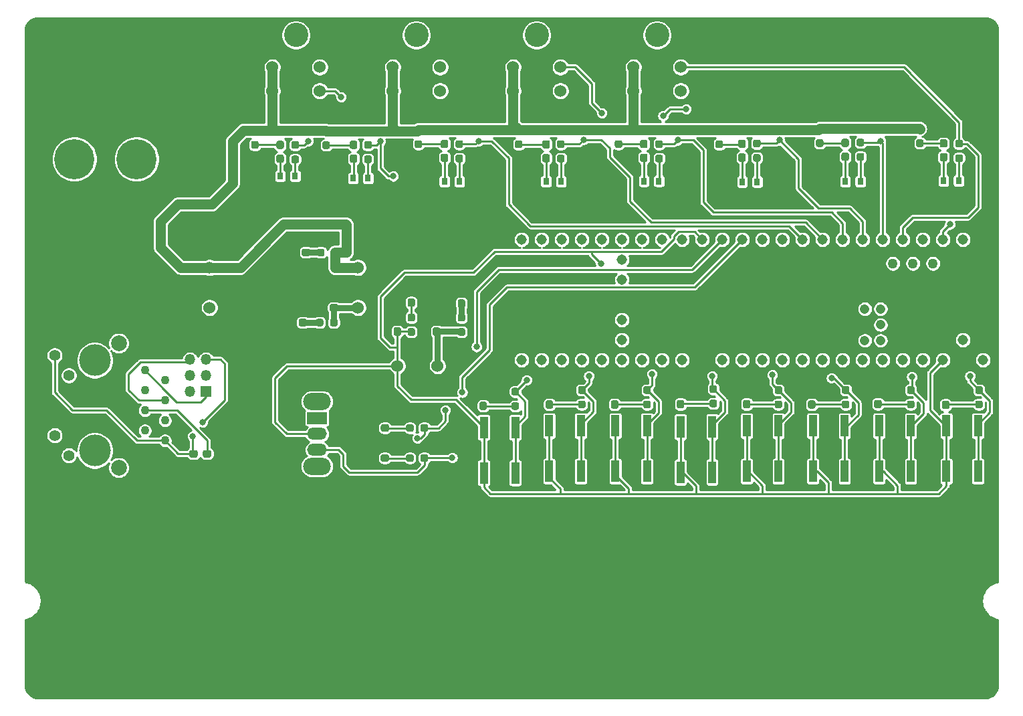
<source format=gbr>
%TF.GenerationSoftware,KiCad,Pcbnew,(5.1.10)-1*%
%TF.CreationDate,2021-12-04T20:09:58-06:00*%
%TF.ProjectId,GimbalBoard_Hardware,47696d62-616c-4426-9f61-72645f486172,rev?*%
%TF.SameCoordinates,Original*%
%TF.FileFunction,Copper,L1,Top*%
%TF.FilePolarity,Positive*%
%FSLAX46Y46*%
G04 Gerber Fmt 4.6, Leading zero omitted, Abs format (unit mm)*
G04 Created by KiCad (PCBNEW (5.1.10)-1) date 2021-12-04 20:09:58*
%MOMM*%
%LPD*%
G01*
G04 APERTURE LIST*
%TA.AperFunction,ComponentPad*%
%ADD10C,1.308000*%
%TD*%
%TA.AperFunction,ComponentPad*%
%ADD11C,1.208000*%
%TD*%
%TA.AperFunction,ComponentPad*%
%ADD12C,1.258000*%
%TD*%
%TA.AperFunction,ComponentPad*%
%ADD13O,3.500000X2.200000*%
%TD*%
%TA.AperFunction,ComponentPad*%
%ADD14O,2.500000X1.500000*%
%TD*%
%TA.AperFunction,ComponentPad*%
%ADD15R,2.500000X1.500000*%
%TD*%
%TA.AperFunction,ComponentPad*%
%ADD16C,1.524000*%
%TD*%
%TA.AperFunction,ComponentPad*%
%ADD17C,3.073400*%
%TD*%
%TA.AperFunction,ComponentPad*%
%ADD18C,2.000000*%
%TD*%
%TA.AperFunction,ComponentPad*%
%ADD19C,1.400000*%
%TD*%
%TA.AperFunction,ComponentPad*%
%ADD20C,4.000000*%
%TD*%
%TA.AperFunction,ComponentPad*%
%ADD21C,1.100000*%
%TD*%
%TA.AperFunction,SMDPad,CuDef*%
%ADD22R,1.000000X2.750000*%
%TD*%
%TA.AperFunction,ComponentPad*%
%ADD23R,1.350000X1.350000*%
%TD*%
%TA.AperFunction,ComponentPad*%
%ADD24O,1.350000X1.350000*%
%TD*%
%TA.AperFunction,SMDPad,CuDef*%
%ADD25R,0.800000X0.900000*%
%TD*%
%TA.AperFunction,ComponentPad*%
%ADD26C,5.080000*%
%TD*%
%TA.AperFunction,ViaPad*%
%ADD27C,0.800000*%
%TD*%
%TA.AperFunction,Conductor*%
%ADD28C,0.762000*%
%TD*%
%TA.AperFunction,Conductor*%
%ADD29C,1.270000*%
%TD*%
%TA.AperFunction,Conductor*%
%ADD30C,0.254000*%
%TD*%
%TA.AperFunction,Conductor*%
%ADD31C,0.250000*%
%TD*%
%TA.AperFunction,Conductor*%
%ADD32C,0.100000*%
%TD*%
G04 APERTURE END LIST*
D10*
%TO.P,U5,GND1*%
%TO.N,GND*%
X146558000Y-62484000D03*
%TO.P,U5,VBAT*%
%TO.N,Net-(U5-PadVBAT)*%
X100838000Y-65024000D03*
%TO.P,U5,GND2*%
%TO.N,GND*%
X110998000Y-77724000D03*
D11*
%TO.P,U5,R-*%
%TO.N,N/C*%
X131588000Y-75274000D03*
%TO.P,U5,T+*%
%TO.N,Net-(U5-PadT+)*%
X131588000Y-71274000D03*
D10*
%TO.P,U5,ON/OFF*%
%TO.N,Net-(U5-PadON/OFF)*%
X100838000Y-75184000D03*
D11*
%TO.P,U5,R+*%
%TO.N,Net-(U5-PadR+)*%
X133588000Y-75274000D03*
D10*
%TO.P,U5,0*%
%TO.N,Net-(U5-Pad0)*%
X144018000Y-62484000D03*
%TO.P,U5,3.3V_3*%
%TO.N,/Buck Converters/+3.3VL*%
X100838000Y-67564000D03*
%TO.P,U5,VUSB*%
%TO.N,Net-(U5-PadVUSB)*%
X144018000Y-75184000D03*
%TO.P,U5,PROGRAM*%
%TO.N,Net-(U5-PadPROGRAM)*%
X100838000Y-72644000D03*
D11*
%TO.P,U5,GND5*%
%TO.N,GND*%
X131588000Y-73274000D03*
D10*
%TO.P,U5,GND4*%
X100838000Y-70104000D03*
%TO.P,U5,VIN*%
%TO.N,Net-(U5-PadVIN)*%
X146558000Y-77724000D03*
%TO.P,U5,9*%
%TO.N,Net-(U5-Pad9)*%
X121158000Y-62484000D03*
%TO.P,U5,31*%
%TO.N,/Switches/Servo_8_SW*%
X90678000Y-62484000D03*
%TO.P,U5,39*%
%TO.N,Net-(U5-Pad39)*%
X103378000Y-77724000D03*
%TO.P,U5,3*%
%TO.N,/Servo Connectors/Servo_3_PWM*%
X136398000Y-62484000D03*
%TO.P,U5,21*%
%TO.N,Net-(U5-Pad21)*%
X133858000Y-77724000D03*
%TO.P,U5,3.3V_2*%
%TO.N,/Buck Converters/+3.3VL*%
X141478000Y-77724000D03*
D12*
%TO.P,U5,5V*%
%TO.N,Net-(U5-Pad5V)*%
X140208000Y-65534000D03*
D10*
%TO.P,U5,1*%
%TO.N,/Servo Connectors/Servo_1_PWM*%
X141478000Y-62484000D03*
D12*
%TO.P,U5,D-*%
%TO.N,N/C*%
X137668000Y-65534000D03*
D10*
%TO.P,U5,15*%
%TO.N,Net-(U5-Pad15)*%
X118618000Y-77724000D03*
%TO.P,U5,GND3*%
%TO.N,GND*%
X144018000Y-77724000D03*
%TO.P,U5,35*%
%TO.N,Net-(U5-Pad35)*%
X93218000Y-77724000D03*
D11*
%TO.P,U5,LED*%
%TO.N,Net-(U5-PadLED)*%
X133588000Y-73274000D03*
D10*
%TO.P,U5,41*%
%TO.N,Net-(U5-Pad41)*%
X108458000Y-77724000D03*
%TO.P,U5,11*%
%TO.N,/Switches/Servo_Manual_Control_Right*%
X116078000Y-62484000D03*
D12*
%TO.P,U5,D+*%
%TO.N,Net-(U5-PadD+)*%
X135128000Y-65534000D03*
D10*
%TO.P,U5,19*%
%TO.N,Net-(U5-Pad19)*%
X128778000Y-77724000D03*
%TO.P,U5,20*%
%TO.N,Net-(U5-Pad20)*%
X131318000Y-77724000D03*
%TO.P,U5,28*%
%TO.N,/Switches/Servo_5_SW*%
X98298000Y-62484000D03*
%TO.P,U5,24*%
%TO.N,/Switches/Servo_1_SW*%
X108458000Y-62484000D03*
%TO.P,U5,32*%
%TO.N,Net-(U5-Pad32)*%
X88138000Y-62484000D03*
%TO.P,U5,29*%
%TO.N,/Switches/Servo_6_SW*%
X95758000Y-62484000D03*
%TO.P,U5,38*%
%TO.N,Net-(U5-Pad38)*%
X100838000Y-77724000D03*
%TO.P,U5,18*%
%TO.N,Net-(U5-Pad18)*%
X126238000Y-77724000D03*
%TO.P,U5,8*%
%TO.N,/Servo Connectors/Servo_8_PWM*%
X123698000Y-62484000D03*
D11*
%TO.P,U5,T-*%
%TO.N,N/C*%
X133588000Y-71274000D03*
D10*
%TO.P,U5,36*%
%TO.N,Net-(U5-Pad36)*%
X95758000Y-77724000D03*
%TO.P,U5,40*%
%TO.N,Net-(U5-Pad40)*%
X105918000Y-77724000D03*
%TO.P,U5,4*%
%TO.N,/Servo Connectors/Servo_4_PWM*%
X133858000Y-62484000D03*
D12*
%TO.P,U5,USB_GND1*%
%TO.N,GND*%
X132588000Y-65534000D03*
D10*
%TO.P,U5,6*%
%TO.N,/Servo Connectors/Servo_6_PWM*%
X128778000Y-62484000D03*
%TO.P,U5,10*%
%TO.N,Net-(U5-Pad10)*%
X118618000Y-62484000D03*
%TO.P,U5,12*%
%TO.N,/Switches/Servo_Manual_Control_Left*%
X113538000Y-62484000D03*
%TO.P,U5,34*%
%TO.N,Net-(U5-Pad34)*%
X90678000Y-77724000D03*
%TO.P,U5,27*%
%TO.N,/Switches/Servo_4_SW*%
X100838000Y-62484000D03*
%TO.P,U5,33*%
%TO.N,Net-(U5-Pad33)*%
X88138000Y-77724000D03*
D12*
%TO.P,U5,USB_GND2*%
%TO.N,GND*%
X130048000Y-65534000D03*
D10*
%TO.P,U5,14*%
%TO.N,Net-(U5-Pad14)*%
X116078000Y-77724000D03*
%TO.P,U5,17*%
%TO.N,Net-(U5-Pad17)*%
X123698000Y-77724000D03*
%TO.P,U5,5*%
%TO.N,/Servo Connectors/Servo_5_PWM*%
X131318000Y-62484000D03*
%TO.P,U5,7*%
%TO.N,/Servo Connectors/Servo_7_PWM*%
X126238000Y-62484000D03*
%TO.P,U5,22*%
%TO.N,Net-(U5-Pad22)*%
X136398000Y-77724000D03*
%TO.P,U5,25*%
%TO.N,/Switches/Servo_2_SW*%
X105918000Y-62484000D03*
%TO.P,U5,2*%
%TO.N,/Servo Connectors/Servo_2_PWM*%
X138938000Y-62484000D03*
%TO.P,U5,16*%
%TO.N,Net-(U5-Pad16)*%
X121158000Y-77724000D03*
%TO.P,U5,26*%
%TO.N,/Teensy/Servo_3_SW*%
X103378000Y-62484000D03*
%TO.P,U5,3.3V_1*%
%TO.N,/Buck Converters/+3.3VL*%
X110998000Y-62484000D03*
%TO.P,U5,13*%
%TO.N,Net-(U5-Pad13)*%
X113538000Y-77724000D03*
%TO.P,U5,30*%
%TO.N,/Switches/Servo_7_SW*%
X93218000Y-62484000D03*
%TO.P,U5,37*%
%TO.N,Net-(U5-Pad37)*%
X98298000Y-77724000D03*
%TO.P,U5,23*%
%TO.N,Net-(U5-Pad23)*%
X138938000Y-77724000D03*
%TD*%
D13*
%TO.P,SW9,*%
%TO.N,*%
X62230000Y-91190000D03*
X62230000Y-82990000D03*
D14*
%TO.P,SW9,3*%
%TO.N,/Switches/Servo_Manual_Control_Right*%
X62230000Y-89090000D03*
%TO.P,SW9,2*%
%TO.N,/Buck Converters/+3.3VL*%
X62230000Y-87090000D03*
D15*
%TO.P,SW9,1*%
%TO.N,/Switches/Servo_Manual_Control_Left*%
X62230000Y-85090000D03*
%TD*%
D16*
%TO.P,U1,3*%
%TO.N,/Buck Converters/+5VA*%
X48615600Y-66040000D03*
%TO.P,U1,2*%
%TO.N,GND*%
X48615600Y-68580000D03*
%TO.P,U1,1*%
%TO.N,/Buck Converters/Power_Input_Act*%
X48615600Y-71120000D03*
%TD*%
%TO.P,Conn13,6*%
%TO.N,/Servo Connectors/Servo_8_PWM*%
X77800200Y-43688000D03*
%TO.P,Conn13,3*%
%TO.N,/Servo Connectors/Servo_7_PWM*%
X77800200Y-40690800D03*
D17*
%TO.P,Conn13,*%
%TO.N,*%
X74803000Y-36626800D03*
D16*
%TO.P,Conn13,2*%
%TO.N,GND*%
X74803000Y-40690800D03*
%TO.P,Conn13,1*%
%TO.N,/Buck Converters/+5VA*%
X71805800Y-40690800D03*
%TO.P,Conn13,4*%
X71805800Y-43688000D03*
%TO.P,Conn13,5*%
%TO.N,GND*%
X74803000Y-43688000D03*
%TD*%
%TO.P,Conn12,6*%
%TO.N,/Servo Connectors/Servo_6_PWM*%
X93040200Y-43688000D03*
%TO.P,Conn12,3*%
%TO.N,/Servo Connectors/Servo_5_PWM*%
X93040200Y-40690800D03*
D17*
%TO.P,Conn12,*%
%TO.N,*%
X90043000Y-36626800D03*
D16*
%TO.P,Conn12,2*%
%TO.N,GND*%
X90043000Y-40690800D03*
%TO.P,Conn12,1*%
%TO.N,/Buck Converters/+5VA*%
X87045800Y-40690800D03*
%TO.P,Conn12,4*%
X87045800Y-43688000D03*
%TO.P,Conn12,5*%
%TO.N,GND*%
X90043000Y-43688000D03*
%TD*%
%TO.P,Conn11,5*%
%TO.N,GND*%
X105283000Y-43688000D03*
%TO.P,Conn11,4*%
%TO.N,/Buck Converters/+5VA*%
X102285800Y-43688000D03*
%TO.P,Conn11,1*%
X102285800Y-40690800D03*
%TO.P,Conn11,2*%
%TO.N,GND*%
X105283000Y-40690800D03*
D17*
%TO.P,Conn11,*%
%TO.N,*%
X105283000Y-36626800D03*
D16*
%TO.P,Conn11,3*%
%TO.N,/Servo Connectors/Servo_3_PWM*%
X108280200Y-40690800D03*
%TO.P,Conn11,6*%
%TO.N,/Servo Connectors/Servo_4_PWM*%
X108280200Y-43688000D03*
%TD*%
%TO.P,Conn10,6*%
%TO.N,/Servo Connectors/Servo_2_PWM*%
X62560200Y-43688000D03*
%TO.P,Conn10,3*%
%TO.N,/Servo Connectors/Servo_1_PWM*%
X62560200Y-40690800D03*
D17*
%TO.P,Conn10,*%
%TO.N,*%
X59563000Y-36626800D03*
D16*
%TO.P,Conn10,2*%
%TO.N,GND*%
X59563000Y-40690800D03*
%TO.P,Conn10,1*%
%TO.N,/Buck Converters/+5VA*%
X56565800Y-40690800D03*
%TO.P,Conn10,4*%
X56565800Y-43688000D03*
%TO.P,Conn10,5*%
%TO.N,GND*%
X59563000Y-43688000D03*
%TD*%
D18*
%TO.P,J2,16*%
%TO.N,N/C*%
X37132000Y-91366800D03*
%TO.P,J2,15*%
X37132000Y-75616800D03*
D19*
%TO.P,J2,9*%
%TO.N,Net-(C5-Pad2)*%
X29002000Y-77166800D03*
%TO.P,J2,12*%
%TO.N,Net-(J2-Pad12)*%
X30792000Y-89816800D03*
%TO.P,J2,10*%
%TO.N,Net-(J1-Pad4)*%
X30792000Y-79706800D03*
%TO.P,J2,11*%
%TO.N,Net-(J2-Pad11)*%
X29002000Y-87276800D03*
D20*
%TO.P,J2,13*%
%TO.N,N/C*%
X34082000Y-77776800D03*
%TO.P,J2,14*%
X34082000Y-89206800D03*
D21*
%TO.P,J2,1*%
%TO.N,Net-(J1-Pad1)*%
X40432000Y-79046800D03*
%TO.P,J2,3*%
%TO.N,Net-(J1-Pad2)*%
X40432000Y-81586800D03*
%TO.P,J2,5*%
%TO.N,Net-(C5-Pad1)*%
X40432000Y-84126800D03*
%TO.P,J2,7*%
%TO.N,Net-(J2-Pad7)*%
X40432000Y-86666800D03*
%TO.P,J2,2*%
%TO.N,Net-(C5-Pad1)*%
X42972000Y-80316800D03*
%TO.P,J2,4*%
%TO.N,Net-(J1-Pad6)*%
X42972000Y-82856800D03*
%TO.P,J2,6*%
%TO.N,Net-(J1-Pad5)*%
X42972000Y-85396800D03*
%TO.P,J2,8*%
%TO.N,Net-(C5-Pad2)*%
X42972000Y-87936800D03*
%TD*%
D22*
%TO.P,SW1,2*%
%TO.N,/Switches/Servo_1_SW*%
X145916400Y-86065720D03*
X145916400Y-91825720D03*
%TO.P,SW1,1*%
%TO.N,/Buck Converters/+3.3VL*%
X141916400Y-91825720D03*
X141916400Y-86065720D03*
%TD*%
D23*
%TO.P,J1,1*%
%TO.N,Net-(J1-Pad1)*%
X48158400Y-81686400D03*
D24*
%TO.P,J1,2*%
%TO.N,Net-(J1-Pad2)*%
X46158400Y-81686400D03*
%TO.P,J1,3*%
%TO.N,Net-(C5-Pad2)*%
X48158400Y-79686400D03*
%TO.P,J1,4*%
%TO.N,Net-(J1-Pad4)*%
X46158400Y-79686400D03*
%TO.P,J1,5*%
%TO.N,Net-(J1-Pad5)*%
X48158400Y-77686400D03*
%TO.P,J1,6*%
%TO.N,Net-(J1-Pad6)*%
X46158400Y-77686400D03*
%TD*%
%TO.P,C5,1*%
%TO.N,Net-(C5-Pad1)*%
%TA.AperFunction,SMDPad,CuDef*%
G36*
G01*
X48846100Y-89373700D02*
X48846100Y-89848700D01*
G75*
G02*
X48608600Y-90086200I-237500J0D01*
G01*
X48008600Y-90086200D01*
G75*
G02*
X47771100Y-89848700I0J237500D01*
G01*
X47771100Y-89373700D01*
G75*
G02*
X48008600Y-89136200I237500J0D01*
G01*
X48608600Y-89136200D01*
G75*
G02*
X48846100Y-89373700I0J-237500D01*
G01*
G37*
%TD.AperFunction*%
%TO.P,C5,2*%
%TO.N,Net-(C5-Pad2)*%
%TA.AperFunction,SMDPad,CuDef*%
G36*
G01*
X47121100Y-89373700D02*
X47121100Y-89848700D01*
G75*
G02*
X46883600Y-90086200I-237500J0D01*
G01*
X46283600Y-90086200D01*
G75*
G02*
X46046100Y-89848700I0J237500D01*
G01*
X46046100Y-89373700D01*
G75*
G02*
X46283600Y-89136200I237500J0D01*
G01*
X46883600Y-89136200D01*
G75*
G02*
X47121100Y-89373700I0J-237500D01*
G01*
G37*
%TD.AperFunction*%
%TD*%
D16*
%TO.P,U3,3*%
%TO.N,/Buck Converters/+3.3VL*%
X72390000Y-78486000D03*
%TO.P,U3,2*%
%TO.N,GND*%
X74930000Y-78486000D03*
%TO.P,U3,1*%
%TO.N,/Buck Converters/Power_Input_Log*%
X77470000Y-78486000D03*
%TD*%
%TO.P,U2,3*%
%TO.N,/Buck Converters/+5VA*%
X67411600Y-66040000D03*
%TO.P,U2,2*%
%TO.N,GND*%
X67411600Y-68580000D03*
%TO.P,U2,1*%
%TO.N,/Buck Converters/Power_Input_Act*%
X67411600Y-71120000D03*
%TD*%
D22*
%TO.P,SW8,2*%
%TO.N,/Switches/Servo_8_SW*%
X87344000Y-86274000D03*
X87344000Y-92034000D03*
%TO.P,SW8,1*%
%TO.N,/Buck Converters/+3.3VL*%
X83344000Y-92034000D03*
X83344000Y-86274000D03*
%TD*%
%TO.P,SW7,2*%
%TO.N,/Switches/Servo_7_SW*%
X95624400Y-86065720D03*
X95624400Y-91825720D03*
%TO.P,SW7,1*%
%TO.N,/Buck Converters/+3.3VL*%
X91624400Y-91825720D03*
X91624400Y-86065720D03*
%TD*%
%TO.P,SW6,2*%
%TO.N,/Switches/Servo_6_SW*%
X104006400Y-86065720D03*
X104006400Y-91825720D03*
%TO.P,SW6,1*%
%TO.N,/Buck Converters/+3.3VL*%
X100006400Y-91825720D03*
X100006400Y-86065720D03*
%TD*%
%TO.P,SW5,2*%
%TO.N,/Switches/Servo_5_SW*%
X112261400Y-86192720D03*
X112261400Y-91952720D03*
%TO.P,SW5,1*%
%TO.N,/Buck Converters/+3.3VL*%
X108261400Y-91952720D03*
X108261400Y-86192720D03*
%TD*%
%TO.P,SW4,1*%
%TO.N,/Buck Converters/+3.3VL*%
X116643400Y-86065720D03*
X116643400Y-91825720D03*
%TO.P,SW4,2*%
%TO.N,/Switches/Servo_4_SW*%
X120643400Y-91825720D03*
X120643400Y-86065720D03*
%TD*%
%TO.P,SW3,2*%
%TO.N,/Teensy/Servo_3_SW*%
X129025400Y-86065720D03*
X129025400Y-91825720D03*
%TO.P,SW3,1*%
%TO.N,/Buck Converters/+3.3VL*%
X125025400Y-91825720D03*
X125025400Y-86065720D03*
%TD*%
%TO.P,SW2,2*%
%TO.N,/Switches/Servo_2_SW*%
X137407400Y-86065720D03*
X137407400Y-91825720D03*
%TO.P,SW2,1*%
%TO.N,/Buck Converters/+3.3VL*%
X133407400Y-91825720D03*
X133407400Y-86065720D03*
%TD*%
%TO.P,R32,1*%
%TO.N,/Servo Connectors/Servo_8_PWM*%
%TA.AperFunction,SMDPad,CuDef*%
G36*
G01*
X80001100Y-49933400D02*
X80476100Y-49933400D01*
G75*
G02*
X80713600Y-50170900I0J-237500D01*
G01*
X80713600Y-50670900D01*
G75*
G02*
X80476100Y-50908400I-237500J0D01*
G01*
X80001100Y-50908400D01*
G75*
G02*
X79763600Y-50670900I0J237500D01*
G01*
X79763600Y-50170900D01*
G75*
G02*
X80001100Y-49933400I237500J0D01*
G01*
G37*
%TD.AperFunction*%
%TO.P,R32,2*%
%TO.N,Net-(Q8-Pad1)*%
%TA.AperFunction,SMDPad,CuDef*%
G36*
G01*
X80001100Y-51758400D02*
X80476100Y-51758400D01*
G75*
G02*
X80713600Y-51995900I0J-237500D01*
G01*
X80713600Y-52495900D01*
G75*
G02*
X80476100Y-52733400I-237500J0D01*
G01*
X80001100Y-52733400D01*
G75*
G02*
X79763600Y-52495900I0J237500D01*
G01*
X79763600Y-51995900D01*
G75*
G02*
X80001100Y-51758400I237500J0D01*
G01*
G37*
%TD.AperFunction*%
%TD*%
%TO.P,R31,1*%
%TO.N,/Servo Connectors/Servo_7_PWM*%
%TA.AperFunction,SMDPad,CuDef*%
G36*
G01*
X92853500Y-49933400D02*
X93328500Y-49933400D01*
G75*
G02*
X93566000Y-50170900I0J-237500D01*
G01*
X93566000Y-50670900D01*
G75*
G02*
X93328500Y-50908400I-237500J0D01*
G01*
X92853500Y-50908400D01*
G75*
G02*
X92616000Y-50670900I0J237500D01*
G01*
X92616000Y-50170900D01*
G75*
G02*
X92853500Y-49933400I237500J0D01*
G01*
G37*
%TD.AperFunction*%
%TO.P,R31,2*%
%TO.N,Net-(Q7-Pad1)*%
%TA.AperFunction,SMDPad,CuDef*%
G36*
G01*
X92853500Y-51758400D02*
X93328500Y-51758400D01*
G75*
G02*
X93566000Y-51995900I0J-237500D01*
G01*
X93566000Y-52495900D01*
G75*
G02*
X93328500Y-52733400I-237500J0D01*
G01*
X92853500Y-52733400D01*
G75*
G02*
X92616000Y-52495900I0J237500D01*
G01*
X92616000Y-51995900D01*
G75*
G02*
X92853500Y-51758400I237500J0D01*
G01*
G37*
%TD.AperFunction*%
%TD*%
%TO.P,R30,1*%
%TO.N,/Servo Connectors/Servo_6_PWM*%
%TA.AperFunction,SMDPad,CuDef*%
G36*
G01*
X105299500Y-49933400D02*
X105774500Y-49933400D01*
G75*
G02*
X106012000Y-50170900I0J-237500D01*
G01*
X106012000Y-50670900D01*
G75*
G02*
X105774500Y-50908400I-237500J0D01*
G01*
X105299500Y-50908400D01*
G75*
G02*
X105062000Y-50670900I0J237500D01*
G01*
X105062000Y-50170900D01*
G75*
G02*
X105299500Y-49933400I237500J0D01*
G01*
G37*
%TD.AperFunction*%
%TO.P,R30,2*%
%TO.N,Net-(Q6-Pad1)*%
%TA.AperFunction,SMDPad,CuDef*%
G36*
G01*
X105299500Y-51758400D02*
X105774500Y-51758400D01*
G75*
G02*
X106012000Y-51995900I0J-237500D01*
G01*
X106012000Y-52495900D01*
G75*
G02*
X105774500Y-52733400I-237500J0D01*
G01*
X105299500Y-52733400D01*
G75*
G02*
X105062000Y-52495900I0J237500D01*
G01*
X105062000Y-51995900D01*
G75*
G02*
X105299500Y-51758400I237500J0D01*
G01*
G37*
%TD.AperFunction*%
%TD*%
%TO.P,R29,1*%
%TO.N,/Servo Connectors/Servo_5_PWM*%
%TA.AperFunction,SMDPad,CuDef*%
G36*
G01*
X117682000Y-49857200D02*
X118157000Y-49857200D01*
G75*
G02*
X118394500Y-50094700I0J-237500D01*
G01*
X118394500Y-50594700D01*
G75*
G02*
X118157000Y-50832200I-237500J0D01*
G01*
X117682000Y-50832200D01*
G75*
G02*
X117444500Y-50594700I0J237500D01*
G01*
X117444500Y-50094700D01*
G75*
G02*
X117682000Y-49857200I237500J0D01*
G01*
G37*
%TD.AperFunction*%
%TO.P,R29,2*%
%TO.N,Net-(Q5-Pad1)*%
%TA.AperFunction,SMDPad,CuDef*%
G36*
G01*
X117682000Y-51682200D02*
X118157000Y-51682200D01*
G75*
G02*
X118394500Y-51919700I0J-237500D01*
G01*
X118394500Y-52419700D01*
G75*
G02*
X118157000Y-52657200I-237500J0D01*
G01*
X117682000Y-52657200D01*
G75*
G02*
X117444500Y-52419700I0J237500D01*
G01*
X117444500Y-51919700D01*
G75*
G02*
X117682000Y-51682200I237500J0D01*
G01*
G37*
%TD.AperFunction*%
%TD*%
%TO.P,R28,1*%
%TO.N,/Servo Connectors/Servo_4_PWM*%
%TA.AperFunction,SMDPad,CuDef*%
G36*
G01*
X130801100Y-49730200D02*
X131276100Y-49730200D01*
G75*
G02*
X131513600Y-49967700I0J-237500D01*
G01*
X131513600Y-50467700D01*
G75*
G02*
X131276100Y-50705200I-237500J0D01*
G01*
X130801100Y-50705200D01*
G75*
G02*
X130563600Y-50467700I0J237500D01*
G01*
X130563600Y-49967700D01*
G75*
G02*
X130801100Y-49730200I237500J0D01*
G01*
G37*
%TD.AperFunction*%
%TO.P,R28,2*%
%TO.N,Net-(Q4-Pad1)*%
%TA.AperFunction,SMDPad,CuDef*%
G36*
G01*
X130801100Y-51555200D02*
X131276100Y-51555200D01*
G75*
G02*
X131513600Y-51792700I0J-237500D01*
G01*
X131513600Y-52292700D01*
G75*
G02*
X131276100Y-52530200I-237500J0D01*
G01*
X130801100Y-52530200D01*
G75*
G02*
X130563600Y-52292700I0J237500D01*
G01*
X130563600Y-51792700D01*
G75*
G02*
X130801100Y-51555200I237500J0D01*
G01*
G37*
%TD.AperFunction*%
%TD*%
%TO.P,R27,1*%
%TO.N,/Servo Connectors/Servo_3_PWM*%
%TA.AperFunction,SMDPad,CuDef*%
G36*
G01*
X143297900Y-49882600D02*
X143772900Y-49882600D01*
G75*
G02*
X144010400Y-50120100I0J-237500D01*
G01*
X144010400Y-50620100D01*
G75*
G02*
X143772900Y-50857600I-237500J0D01*
G01*
X143297900Y-50857600D01*
G75*
G02*
X143060400Y-50620100I0J237500D01*
G01*
X143060400Y-50120100D01*
G75*
G02*
X143297900Y-49882600I237500J0D01*
G01*
G37*
%TD.AperFunction*%
%TO.P,R27,2*%
%TO.N,Net-(Q3-Pad1)*%
%TA.AperFunction,SMDPad,CuDef*%
G36*
G01*
X143297900Y-51707600D02*
X143772900Y-51707600D01*
G75*
G02*
X144010400Y-51945100I0J-237500D01*
G01*
X144010400Y-52445100D01*
G75*
G02*
X143772900Y-52682600I-237500J0D01*
G01*
X143297900Y-52682600D01*
G75*
G02*
X143060400Y-52445100I0J237500D01*
G01*
X143060400Y-51945100D01*
G75*
G02*
X143297900Y-51707600I237500J0D01*
G01*
G37*
%TD.AperFunction*%
%TD*%
%TO.P,R26,2*%
%TO.N,Net-(Q2-Pad1)*%
%TA.AperFunction,SMDPad,CuDef*%
G36*
G01*
X68444100Y-51858100D02*
X68919100Y-51858100D01*
G75*
G02*
X69156600Y-52095600I0J-237500D01*
G01*
X69156600Y-52595600D01*
G75*
G02*
X68919100Y-52833100I-237500J0D01*
G01*
X68444100Y-52833100D01*
G75*
G02*
X68206600Y-52595600I0J237500D01*
G01*
X68206600Y-52095600D01*
G75*
G02*
X68444100Y-51858100I237500J0D01*
G01*
G37*
%TD.AperFunction*%
%TO.P,R26,1*%
%TO.N,/Servo Connectors/Servo_2_PWM*%
%TA.AperFunction,SMDPad,CuDef*%
G36*
G01*
X68444100Y-50033100D02*
X68919100Y-50033100D01*
G75*
G02*
X69156600Y-50270600I0J-237500D01*
G01*
X69156600Y-50770600D01*
G75*
G02*
X68919100Y-51008100I-237500J0D01*
G01*
X68444100Y-51008100D01*
G75*
G02*
X68206600Y-50770600I0J237500D01*
G01*
X68206600Y-50270600D01*
G75*
G02*
X68444100Y-50033100I237500J0D01*
G01*
G37*
%TD.AperFunction*%
%TD*%
%TO.P,R25,2*%
%TO.N,Net-(Q1-Pad1)*%
%TA.AperFunction,SMDPad,CuDef*%
G36*
G01*
X59223900Y-51874600D02*
X59698900Y-51874600D01*
G75*
G02*
X59936400Y-52112100I0J-237500D01*
G01*
X59936400Y-52612100D01*
G75*
G02*
X59698900Y-52849600I-237500J0D01*
G01*
X59223900Y-52849600D01*
G75*
G02*
X58986400Y-52612100I0J237500D01*
G01*
X58986400Y-52112100D01*
G75*
G02*
X59223900Y-51874600I237500J0D01*
G01*
G37*
%TD.AperFunction*%
%TO.P,R25,1*%
%TO.N,/Servo Connectors/Servo_1_PWM*%
%TA.AperFunction,SMDPad,CuDef*%
G36*
G01*
X59223900Y-50049600D02*
X59698900Y-50049600D01*
G75*
G02*
X59936400Y-50287100I0J-237500D01*
G01*
X59936400Y-50787100D01*
G75*
G02*
X59698900Y-51024600I-237500J0D01*
G01*
X59223900Y-51024600D01*
G75*
G02*
X58986400Y-50787100I0J237500D01*
G01*
X58986400Y-50287100D01*
G75*
G02*
X59223900Y-50049600I237500J0D01*
G01*
G37*
%TD.AperFunction*%
%TD*%
%TO.P,R24,1*%
%TO.N,/Buck Converters/+5VA*%
%TA.AperFunction,SMDPad,CuDef*%
G36*
G01*
X74819500Y-48106500D02*
X75294500Y-48106500D01*
G75*
G02*
X75532000Y-48344000I0J-237500D01*
G01*
X75532000Y-48844000D01*
G75*
G02*
X75294500Y-49081500I-237500J0D01*
G01*
X74819500Y-49081500D01*
G75*
G02*
X74582000Y-48844000I0J237500D01*
G01*
X74582000Y-48344000D01*
G75*
G02*
X74819500Y-48106500I237500J0D01*
G01*
G37*
%TD.AperFunction*%
%TO.P,R24,2*%
%TO.N,Net-(D24-Pad2)*%
%TA.AperFunction,SMDPad,CuDef*%
G36*
G01*
X74819500Y-49931500D02*
X75294500Y-49931500D01*
G75*
G02*
X75532000Y-50169000I0J-237500D01*
G01*
X75532000Y-50669000D01*
G75*
G02*
X75294500Y-50906500I-237500J0D01*
G01*
X74819500Y-50906500D01*
G75*
G02*
X74582000Y-50669000I0J237500D01*
G01*
X74582000Y-50169000D01*
G75*
G02*
X74819500Y-49931500I237500J0D01*
G01*
G37*
%TD.AperFunction*%
%TD*%
%TO.P,R23,1*%
%TO.N,/Buck Converters/+5VA*%
%TA.AperFunction,SMDPad,CuDef*%
G36*
G01*
X87519500Y-48130000D02*
X87994500Y-48130000D01*
G75*
G02*
X88232000Y-48367500I0J-237500D01*
G01*
X88232000Y-48867500D01*
G75*
G02*
X87994500Y-49105000I-237500J0D01*
G01*
X87519500Y-49105000D01*
G75*
G02*
X87282000Y-48867500I0J237500D01*
G01*
X87282000Y-48367500D01*
G75*
G02*
X87519500Y-48130000I237500J0D01*
G01*
G37*
%TD.AperFunction*%
%TO.P,R23,2*%
%TO.N,Net-(D23-Pad2)*%
%TA.AperFunction,SMDPad,CuDef*%
G36*
G01*
X87519500Y-49955000D02*
X87994500Y-49955000D01*
G75*
G02*
X88232000Y-50192500I0J-237500D01*
G01*
X88232000Y-50692500D01*
G75*
G02*
X87994500Y-50930000I-237500J0D01*
G01*
X87519500Y-50930000D01*
G75*
G02*
X87282000Y-50692500I0J237500D01*
G01*
X87282000Y-50192500D01*
G75*
G02*
X87519500Y-49955000I237500J0D01*
G01*
G37*
%TD.AperFunction*%
%TD*%
%TO.P,R22,2*%
%TO.N,Net-(D22-Pad2)*%
%TA.AperFunction,SMDPad,CuDef*%
G36*
G01*
X100168700Y-49929600D02*
X100643700Y-49929600D01*
G75*
G02*
X100881200Y-50167100I0J-237500D01*
G01*
X100881200Y-50667100D01*
G75*
G02*
X100643700Y-50904600I-237500J0D01*
G01*
X100168700Y-50904600D01*
G75*
G02*
X99931200Y-50667100I0J237500D01*
G01*
X99931200Y-50167100D01*
G75*
G02*
X100168700Y-49929600I237500J0D01*
G01*
G37*
%TD.AperFunction*%
%TO.P,R22,1*%
%TO.N,/Buck Converters/+5VA*%
%TA.AperFunction,SMDPad,CuDef*%
G36*
G01*
X100168700Y-48104600D02*
X100643700Y-48104600D01*
G75*
G02*
X100881200Y-48342100I0J-237500D01*
G01*
X100881200Y-48842100D01*
G75*
G02*
X100643700Y-49079600I-237500J0D01*
G01*
X100168700Y-49079600D01*
G75*
G02*
X99931200Y-48842100I0J237500D01*
G01*
X99931200Y-48342100D01*
G75*
G02*
X100168700Y-48104600I237500J0D01*
G01*
G37*
%TD.AperFunction*%
%TD*%
%TO.P,R21,1*%
%TO.N,/Buck Converters/+5VA*%
%TA.AperFunction,SMDPad,CuDef*%
G36*
G01*
X112919500Y-48130000D02*
X113394500Y-48130000D01*
G75*
G02*
X113632000Y-48367500I0J-237500D01*
G01*
X113632000Y-48867500D01*
G75*
G02*
X113394500Y-49105000I-237500J0D01*
G01*
X112919500Y-49105000D01*
G75*
G02*
X112682000Y-48867500I0J237500D01*
G01*
X112682000Y-48367500D01*
G75*
G02*
X112919500Y-48130000I237500J0D01*
G01*
G37*
%TD.AperFunction*%
%TO.P,R21,2*%
%TO.N,Net-(D21-Pad2)*%
%TA.AperFunction,SMDPad,CuDef*%
G36*
G01*
X112919500Y-49955000D02*
X113394500Y-49955000D01*
G75*
G02*
X113632000Y-50192500I0J-237500D01*
G01*
X113632000Y-50692500D01*
G75*
G02*
X113394500Y-50930000I-237500J0D01*
G01*
X112919500Y-50930000D01*
G75*
G02*
X112682000Y-50692500I0J237500D01*
G01*
X112682000Y-50192500D01*
G75*
G02*
X112919500Y-49955000I237500J0D01*
G01*
G37*
%TD.AperFunction*%
%TD*%
%TO.P,R20,1*%
%TO.N,/Buck Converters/+5VA*%
%TA.AperFunction,SMDPad,CuDef*%
G36*
G01*
X125644900Y-47977600D02*
X126119900Y-47977600D01*
G75*
G02*
X126357400Y-48215100I0J-237500D01*
G01*
X126357400Y-48715100D01*
G75*
G02*
X126119900Y-48952600I-237500J0D01*
G01*
X125644900Y-48952600D01*
G75*
G02*
X125407400Y-48715100I0J237500D01*
G01*
X125407400Y-48215100D01*
G75*
G02*
X125644900Y-47977600I237500J0D01*
G01*
G37*
%TD.AperFunction*%
%TO.P,R20,2*%
%TO.N,Net-(D20-Pad2)*%
%TA.AperFunction,SMDPad,CuDef*%
G36*
G01*
X125644900Y-49802600D02*
X126119900Y-49802600D01*
G75*
G02*
X126357400Y-50040100I0J-237500D01*
G01*
X126357400Y-50540100D01*
G75*
G02*
X126119900Y-50777600I-237500J0D01*
G01*
X125644900Y-50777600D01*
G75*
G02*
X125407400Y-50540100I0J237500D01*
G01*
X125407400Y-50040100D01*
G75*
G02*
X125644900Y-49802600I237500J0D01*
G01*
G37*
%TD.AperFunction*%
%TD*%
%TO.P,R19,1*%
%TO.N,/Buck Converters/+5VA*%
%TA.AperFunction,SMDPad,CuDef*%
G36*
G01*
X138319500Y-48003000D02*
X138794500Y-48003000D01*
G75*
G02*
X139032000Y-48240500I0J-237500D01*
G01*
X139032000Y-48740500D01*
G75*
G02*
X138794500Y-48978000I-237500J0D01*
G01*
X138319500Y-48978000D01*
G75*
G02*
X138082000Y-48740500I0J237500D01*
G01*
X138082000Y-48240500D01*
G75*
G02*
X138319500Y-48003000I237500J0D01*
G01*
G37*
%TD.AperFunction*%
%TO.P,R19,2*%
%TO.N,Net-(D19-Pad2)*%
%TA.AperFunction,SMDPad,CuDef*%
G36*
G01*
X138319500Y-49828000D02*
X138794500Y-49828000D01*
G75*
G02*
X139032000Y-50065500I0J-237500D01*
G01*
X139032000Y-50565500D01*
G75*
G02*
X138794500Y-50803000I-237500J0D01*
G01*
X138319500Y-50803000D01*
G75*
G02*
X138082000Y-50565500I0J237500D01*
G01*
X138082000Y-50065500D01*
G75*
G02*
X138319500Y-49828000I237500J0D01*
G01*
G37*
%TD.AperFunction*%
%TD*%
%TO.P,R18,2*%
%TO.N,Net-(D18-Pad2)*%
%TA.AperFunction,SMDPad,CuDef*%
G36*
G01*
X63135500Y-50082000D02*
X63610500Y-50082000D01*
G75*
G02*
X63848000Y-50319500I0J-237500D01*
G01*
X63848000Y-50819500D01*
G75*
G02*
X63610500Y-51057000I-237500J0D01*
G01*
X63135500Y-51057000D01*
G75*
G02*
X62898000Y-50819500I0J237500D01*
G01*
X62898000Y-50319500D01*
G75*
G02*
X63135500Y-50082000I237500J0D01*
G01*
G37*
%TD.AperFunction*%
%TO.P,R18,1*%
%TO.N,/Buck Converters/+5VA*%
%TA.AperFunction,SMDPad,CuDef*%
G36*
G01*
X63135500Y-48257000D02*
X63610500Y-48257000D01*
G75*
G02*
X63848000Y-48494500I0J-237500D01*
G01*
X63848000Y-48994500D01*
G75*
G02*
X63610500Y-49232000I-237500J0D01*
G01*
X63135500Y-49232000D01*
G75*
G02*
X62898000Y-48994500I0J237500D01*
G01*
X62898000Y-48494500D01*
G75*
G02*
X63135500Y-48257000I237500J0D01*
G01*
G37*
%TD.AperFunction*%
%TD*%
%TO.P,R17,2*%
%TO.N,Net-(D17-Pad2)*%
%TA.AperFunction,SMDPad,CuDef*%
G36*
G01*
X54118500Y-50029300D02*
X54593500Y-50029300D01*
G75*
G02*
X54831000Y-50266800I0J-237500D01*
G01*
X54831000Y-50766800D01*
G75*
G02*
X54593500Y-51004300I-237500J0D01*
G01*
X54118500Y-51004300D01*
G75*
G02*
X53881000Y-50766800I0J237500D01*
G01*
X53881000Y-50266800D01*
G75*
G02*
X54118500Y-50029300I237500J0D01*
G01*
G37*
%TD.AperFunction*%
%TO.P,R17,1*%
%TO.N,/Buck Converters/+5VA*%
%TA.AperFunction,SMDPad,CuDef*%
G36*
G01*
X54118500Y-48204300D02*
X54593500Y-48204300D01*
G75*
G02*
X54831000Y-48441800I0J-237500D01*
G01*
X54831000Y-48941800D01*
G75*
G02*
X54593500Y-49179300I-237500J0D01*
G01*
X54118500Y-49179300D01*
G75*
G02*
X53881000Y-48941800I0J237500D01*
G01*
X53881000Y-48441800D01*
G75*
G02*
X54118500Y-48204300I237500J0D01*
G01*
G37*
%TD.AperFunction*%
%TD*%
%TO.P,R16,1*%
%TO.N,Net-(D16-Pad2)*%
%TA.AperFunction,SMDPad,CuDef*%
G36*
G01*
X73504600Y-90382100D02*
X73504600Y-89907100D01*
G75*
G02*
X73742100Y-89669600I237500J0D01*
G01*
X74242100Y-89669600D01*
G75*
G02*
X74479600Y-89907100I0J-237500D01*
G01*
X74479600Y-90382100D01*
G75*
G02*
X74242100Y-90619600I-237500J0D01*
G01*
X73742100Y-90619600D01*
G75*
G02*
X73504600Y-90382100I0J237500D01*
G01*
G37*
%TD.AperFunction*%
%TO.P,R16,2*%
%TO.N,/Switches/Servo_Manual_Control_Right*%
%TA.AperFunction,SMDPad,CuDef*%
G36*
G01*
X75329600Y-90382100D02*
X75329600Y-89907100D01*
G75*
G02*
X75567100Y-89669600I237500J0D01*
G01*
X76067100Y-89669600D01*
G75*
G02*
X76304600Y-89907100I0J-237500D01*
G01*
X76304600Y-90382100D01*
G75*
G02*
X76067100Y-90619600I-237500J0D01*
G01*
X75567100Y-90619600D01*
G75*
G02*
X75329600Y-90382100I0J237500D01*
G01*
G37*
%TD.AperFunction*%
%TD*%
%TO.P,R15,1*%
%TO.N,Net-(D15-Pad2)*%
%TA.AperFunction,SMDPad,CuDef*%
G36*
G01*
X73504600Y-86572100D02*
X73504600Y-86097100D01*
G75*
G02*
X73742100Y-85859600I237500J0D01*
G01*
X74242100Y-85859600D01*
G75*
G02*
X74479600Y-86097100I0J-237500D01*
G01*
X74479600Y-86572100D01*
G75*
G02*
X74242100Y-86809600I-237500J0D01*
G01*
X73742100Y-86809600D01*
G75*
G02*
X73504600Y-86572100I0J237500D01*
G01*
G37*
%TD.AperFunction*%
%TO.P,R15,2*%
%TO.N,/Switches/Servo_Manual_Control_Left*%
%TA.AperFunction,SMDPad,CuDef*%
G36*
G01*
X75329600Y-86572100D02*
X75329600Y-86097100D01*
G75*
G02*
X75567100Y-85859600I237500J0D01*
G01*
X76067100Y-85859600D01*
G75*
G02*
X76304600Y-86097100I0J-237500D01*
G01*
X76304600Y-86572100D01*
G75*
G02*
X76067100Y-86809600I-237500J0D01*
G01*
X75567100Y-86809600D01*
G75*
G02*
X75329600Y-86572100I0J237500D01*
G01*
G37*
%TD.AperFunction*%
%TD*%
%TO.P,R13,1*%
%TO.N,Net-(D13-Pad2)*%
%TA.AperFunction,SMDPad,CuDef*%
G36*
G01*
X87562700Y-84051600D02*
X87087700Y-84051600D01*
G75*
G02*
X86850200Y-83814100I0J237500D01*
G01*
X86850200Y-83314100D01*
G75*
G02*
X87087700Y-83076600I237500J0D01*
G01*
X87562700Y-83076600D01*
G75*
G02*
X87800200Y-83314100I0J-237500D01*
G01*
X87800200Y-83814100D01*
G75*
G02*
X87562700Y-84051600I-237500J0D01*
G01*
G37*
%TD.AperFunction*%
%TO.P,R13,2*%
%TO.N,/Switches/Servo_8_SW*%
%TA.AperFunction,SMDPad,CuDef*%
G36*
G01*
X87562700Y-82226600D02*
X87087700Y-82226600D01*
G75*
G02*
X86850200Y-81989100I0J237500D01*
G01*
X86850200Y-81489100D01*
G75*
G02*
X87087700Y-81251600I237500J0D01*
G01*
X87562700Y-81251600D01*
G75*
G02*
X87800200Y-81489100I0J-237500D01*
G01*
X87800200Y-81989100D01*
G75*
G02*
X87562700Y-82226600I-237500J0D01*
G01*
G37*
%TD.AperFunction*%
%TD*%
%TO.P,R12,2*%
%TO.N,/Switches/Servo_7_SW*%
%TA.AperFunction,SMDPad,CuDef*%
G36*
G01*
X95995500Y-82021500D02*
X95520500Y-82021500D01*
G75*
G02*
X95283000Y-81784000I0J237500D01*
G01*
X95283000Y-81284000D01*
G75*
G02*
X95520500Y-81046500I237500J0D01*
G01*
X95995500Y-81046500D01*
G75*
G02*
X96233000Y-81284000I0J-237500D01*
G01*
X96233000Y-81784000D01*
G75*
G02*
X95995500Y-82021500I-237500J0D01*
G01*
G37*
%TD.AperFunction*%
%TO.P,R12,1*%
%TO.N,Net-(D12-Pad2)*%
%TA.AperFunction,SMDPad,CuDef*%
G36*
G01*
X95995500Y-83846500D02*
X95520500Y-83846500D01*
G75*
G02*
X95283000Y-83609000I0J237500D01*
G01*
X95283000Y-83109000D01*
G75*
G02*
X95520500Y-82871500I237500J0D01*
G01*
X95995500Y-82871500D01*
G75*
G02*
X96233000Y-83109000I0J-237500D01*
G01*
X96233000Y-83609000D01*
G75*
G02*
X95995500Y-83846500I-237500J0D01*
G01*
G37*
%TD.AperFunction*%
%TD*%
%TO.P,R11,2*%
%TO.N,/Switches/Servo_6_SW*%
%TA.AperFunction,SMDPad,CuDef*%
G36*
G01*
X104250500Y-82021500D02*
X103775500Y-82021500D01*
G75*
G02*
X103538000Y-81784000I0J237500D01*
G01*
X103538000Y-81284000D01*
G75*
G02*
X103775500Y-81046500I237500J0D01*
G01*
X104250500Y-81046500D01*
G75*
G02*
X104488000Y-81284000I0J-237500D01*
G01*
X104488000Y-81784000D01*
G75*
G02*
X104250500Y-82021500I-237500J0D01*
G01*
G37*
%TD.AperFunction*%
%TO.P,R11,1*%
%TO.N,Net-(D11-Pad2)*%
%TA.AperFunction,SMDPad,CuDef*%
G36*
G01*
X104250500Y-83846500D02*
X103775500Y-83846500D01*
G75*
G02*
X103538000Y-83609000I0J237500D01*
G01*
X103538000Y-83109000D01*
G75*
G02*
X103775500Y-82871500I237500J0D01*
G01*
X104250500Y-82871500D01*
G75*
G02*
X104488000Y-83109000I0J-237500D01*
G01*
X104488000Y-83609000D01*
G75*
G02*
X104250500Y-83846500I-237500J0D01*
G01*
G37*
%TD.AperFunction*%
%TD*%
%TO.P,R10,2*%
%TO.N,/Switches/Servo_5_SW*%
%TA.AperFunction,SMDPad,CuDef*%
G36*
G01*
X112632500Y-81894500D02*
X112157500Y-81894500D01*
G75*
G02*
X111920000Y-81657000I0J237500D01*
G01*
X111920000Y-81157000D01*
G75*
G02*
X112157500Y-80919500I237500J0D01*
G01*
X112632500Y-80919500D01*
G75*
G02*
X112870000Y-81157000I0J-237500D01*
G01*
X112870000Y-81657000D01*
G75*
G02*
X112632500Y-81894500I-237500J0D01*
G01*
G37*
%TD.AperFunction*%
%TO.P,R10,1*%
%TO.N,Net-(D10-Pad2)*%
%TA.AperFunction,SMDPad,CuDef*%
G36*
G01*
X112632500Y-83719500D02*
X112157500Y-83719500D01*
G75*
G02*
X111920000Y-83482000I0J237500D01*
G01*
X111920000Y-82982000D01*
G75*
G02*
X112157500Y-82744500I237500J0D01*
G01*
X112632500Y-82744500D01*
G75*
G02*
X112870000Y-82982000I0J-237500D01*
G01*
X112870000Y-83482000D01*
G75*
G02*
X112632500Y-83719500I-237500J0D01*
G01*
G37*
%TD.AperFunction*%
%TD*%
%TO.P,R9,1*%
%TO.N,Net-(D9-Pad2)*%
%TA.AperFunction,SMDPad,CuDef*%
G36*
G01*
X120887500Y-83846500D02*
X120412500Y-83846500D01*
G75*
G02*
X120175000Y-83609000I0J237500D01*
G01*
X120175000Y-83109000D01*
G75*
G02*
X120412500Y-82871500I237500J0D01*
G01*
X120887500Y-82871500D01*
G75*
G02*
X121125000Y-83109000I0J-237500D01*
G01*
X121125000Y-83609000D01*
G75*
G02*
X120887500Y-83846500I-237500J0D01*
G01*
G37*
%TD.AperFunction*%
%TO.P,R9,2*%
%TO.N,/Switches/Servo_4_SW*%
%TA.AperFunction,SMDPad,CuDef*%
G36*
G01*
X120887500Y-82021500D02*
X120412500Y-82021500D01*
G75*
G02*
X120175000Y-81784000I0J237500D01*
G01*
X120175000Y-81284000D01*
G75*
G02*
X120412500Y-81046500I237500J0D01*
G01*
X120887500Y-81046500D01*
G75*
G02*
X121125000Y-81284000I0J-237500D01*
G01*
X121125000Y-81784000D01*
G75*
G02*
X120887500Y-82021500I-237500J0D01*
G01*
G37*
%TD.AperFunction*%
%TD*%
%TO.P,R8,2*%
%TO.N,/Teensy/Servo_3_SW*%
%TA.AperFunction,SMDPad,CuDef*%
G36*
G01*
X129396500Y-82021500D02*
X128921500Y-82021500D01*
G75*
G02*
X128684000Y-81784000I0J237500D01*
G01*
X128684000Y-81284000D01*
G75*
G02*
X128921500Y-81046500I237500J0D01*
G01*
X129396500Y-81046500D01*
G75*
G02*
X129634000Y-81284000I0J-237500D01*
G01*
X129634000Y-81784000D01*
G75*
G02*
X129396500Y-82021500I-237500J0D01*
G01*
G37*
%TD.AperFunction*%
%TO.P,R8,1*%
%TO.N,Net-(D8-Pad2)*%
%TA.AperFunction,SMDPad,CuDef*%
G36*
G01*
X129396500Y-83846500D02*
X128921500Y-83846500D01*
G75*
G02*
X128684000Y-83609000I0J237500D01*
G01*
X128684000Y-83109000D01*
G75*
G02*
X128921500Y-82871500I237500J0D01*
G01*
X129396500Y-82871500D01*
G75*
G02*
X129634000Y-83109000I0J-237500D01*
G01*
X129634000Y-83609000D01*
G75*
G02*
X129396500Y-83846500I-237500J0D01*
G01*
G37*
%TD.AperFunction*%
%TD*%
%TO.P,R7,2*%
%TO.N,/Switches/Servo_2_SW*%
%TA.AperFunction,SMDPad,CuDef*%
G36*
G01*
X137651500Y-82021500D02*
X137176500Y-82021500D01*
G75*
G02*
X136939000Y-81784000I0J237500D01*
G01*
X136939000Y-81284000D01*
G75*
G02*
X137176500Y-81046500I237500J0D01*
G01*
X137651500Y-81046500D01*
G75*
G02*
X137889000Y-81284000I0J-237500D01*
G01*
X137889000Y-81784000D01*
G75*
G02*
X137651500Y-82021500I-237500J0D01*
G01*
G37*
%TD.AperFunction*%
%TO.P,R7,1*%
%TO.N,Net-(D7-Pad2)*%
%TA.AperFunction,SMDPad,CuDef*%
G36*
G01*
X137651500Y-83846500D02*
X137176500Y-83846500D01*
G75*
G02*
X136939000Y-83609000I0J237500D01*
G01*
X136939000Y-83109000D01*
G75*
G02*
X137176500Y-82871500I237500J0D01*
G01*
X137651500Y-82871500D01*
G75*
G02*
X137889000Y-83109000I0J-237500D01*
G01*
X137889000Y-83609000D01*
G75*
G02*
X137651500Y-83846500I-237500J0D01*
G01*
G37*
%TD.AperFunction*%
%TD*%
%TO.P,R6,2*%
%TO.N,/Switches/Servo_1_SW*%
%TA.AperFunction,SMDPad,CuDef*%
G36*
G01*
X146287500Y-82021500D02*
X145812500Y-82021500D01*
G75*
G02*
X145575000Y-81784000I0J237500D01*
G01*
X145575000Y-81284000D01*
G75*
G02*
X145812500Y-81046500I237500J0D01*
G01*
X146287500Y-81046500D01*
G75*
G02*
X146525000Y-81284000I0J-237500D01*
G01*
X146525000Y-81784000D01*
G75*
G02*
X146287500Y-82021500I-237500J0D01*
G01*
G37*
%TD.AperFunction*%
%TO.P,R6,1*%
%TO.N,Net-(D6-Pad2)*%
%TA.AperFunction,SMDPad,CuDef*%
G36*
G01*
X146287500Y-83846500D02*
X145812500Y-83846500D01*
G75*
G02*
X145575000Y-83609000I0J237500D01*
G01*
X145575000Y-83109000D01*
G75*
G02*
X145812500Y-82871500I237500J0D01*
G01*
X146287500Y-82871500D01*
G75*
G02*
X146525000Y-83109000I0J-237500D01*
G01*
X146525000Y-83609000D01*
G75*
G02*
X146287500Y-83846500I-237500J0D01*
G01*
G37*
%TD.AperFunction*%
%TD*%
%TO.P,R5,2*%
%TO.N,/Buck Converters/+3.3VL*%
%TA.AperFunction,SMDPad,CuDef*%
G36*
G01*
X73930500Y-73704000D02*
X74405500Y-73704000D01*
G75*
G02*
X74643000Y-73941500I0J-237500D01*
G01*
X74643000Y-74441500D01*
G75*
G02*
X74405500Y-74679000I-237500J0D01*
G01*
X73930500Y-74679000D01*
G75*
G02*
X73693000Y-74441500I0J237500D01*
G01*
X73693000Y-73941500D01*
G75*
G02*
X73930500Y-73704000I237500J0D01*
G01*
G37*
%TD.AperFunction*%
%TO.P,R5,1*%
%TO.N,Net-(D5-Pad2)*%
%TA.AperFunction,SMDPad,CuDef*%
G36*
G01*
X73930500Y-71879000D02*
X74405500Y-71879000D01*
G75*
G02*
X74643000Y-72116500I0J-237500D01*
G01*
X74643000Y-72616500D01*
G75*
G02*
X74405500Y-72854000I-237500J0D01*
G01*
X73930500Y-72854000D01*
G75*
G02*
X73693000Y-72616500I0J237500D01*
G01*
X73693000Y-72116500D01*
G75*
G02*
X73930500Y-71879000I237500J0D01*
G01*
G37*
%TD.AperFunction*%
%TD*%
%TO.P,R3,2*%
%TO.N,/Buck Converters/+5VA*%
%TA.AperFunction,SMDPad,CuDef*%
G36*
G01*
X64028500Y-64372500D02*
X64028500Y-63897500D01*
G75*
G02*
X64266000Y-63660000I237500J0D01*
G01*
X64766000Y-63660000D01*
G75*
G02*
X65003500Y-63897500I0J-237500D01*
G01*
X65003500Y-64372500D01*
G75*
G02*
X64766000Y-64610000I-237500J0D01*
G01*
X64266000Y-64610000D01*
G75*
G02*
X64028500Y-64372500I0J237500D01*
G01*
G37*
%TD.AperFunction*%
%TO.P,R3,1*%
%TO.N,Net-(D3-Pad2)*%
%TA.AperFunction,SMDPad,CuDef*%
G36*
G01*
X62203500Y-64372500D02*
X62203500Y-63897500D01*
G75*
G02*
X62441000Y-63660000I237500J0D01*
G01*
X62941000Y-63660000D01*
G75*
G02*
X63178500Y-63897500I0J-237500D01*
G01*
X63178500Y-64372500D01*
G75*
G02*
X62941000Y-64610000I-237500J0D01*
G01*
X62441000Y-64610000D01*
G75*
G02*
X62203500Y-64372500I0J237500D01*
G01*
G37*
%TD.AperFunction*%
%TD*%
%TO.P,R2,2*%
%TO.N,/Buck Converters/Power_Input_Log*%
%TA.AperFunction,SMDPad,CuDef*%
G36*
G01*
X80280500Y-73704000D02*
X80755500Y-73704000D01*
G75*
G02*
X80993000Y-73941500I0J-237500D01*
G01*
X80993000Y-74441500D01*
G75*
G02*
X80755500Y-74679000I-237500J0D01*
G01*
X80280500Y-74679000D01*
G75*
G02*
X80043000Y-74441500I0J237500D01*
G01*
X80043000Y-73941500D01*
G75*
G02*
X80280500Y-73704000I237500J0D01*
G01*
G37*
%TD.AperFunction*%
%TO.P,R2,1*%
%TO.N,Net-(D2-Pad2)*%
%TA.AperFunction,SMDPad,CuDef*%
G36*
G01*
X80280500Y-71879000D02*
X80755500Y-71879000D01*
G75*
G02*
X80993000Y-72116500I0J-237500D01*
G01*
X80993000Y-72616500D01*
G75*
G02*
X80755500Y-72854000I-237500J0D01*
G01*
X80280500Y-72854000D01*
G75*
G02*
X80043000Y-72616500I0J237500D01*
G01*
X80043000Y-72116500D01*
G75*
G02*
X80280500Y-71879000I237500J0D01*
G01*
G37*
%TD.AperFunction*%
%TD*%
%TO.P,R1,2*%
%TO.N,/Buck Converters/Power_Input_Act*%
%TA.AperFunction,SMDPad,CuDef*%
G36*
G01*
X63872300Y-73237100D02*
X63872300Y-72762100D01*
G75*
G02*
X64109800Y-72524600I237500J0D01*
G01*
X64609800Y-72524600D01*
G75*
G02*
X64847300Y-72762100I0J-237500D01*
G01*
X64847300Y-73237100D01*
G75*
G02*
X64609800Y-73474600I-237500J0D01*
G01*
X64109800Y-73474600D01*
G75*
G02*
X63872300Y-73237100I0J237500D01*
G01*
G37*
%TD.AperFunction*%
%TO.P,R1,1*%
%TO.N,Net-(D1-Pad2)*%
%TA.AperFunction,SMDPad,CuDef*%
G36*
G01*
X62047300Y-73237100D02*
X62047300Y-72762100D01*
G75*
G02*
X62284800Y-72524600I237500J0D01*
G01*
X62784800Y-72524600D01*
G75*
G02*
X63022300Y-72762100I0J-237500D01*
G01*
X63022300Y-73237100D01*
G75*
G02*
X62784800Y-73474600I-237500J0D01*
G01*
X62284800Y-73474600D01*
G75*
G02*
X62047300Y-73237100I0J237500D01*
G01*
G37*
%TD.AperFunction*%
%TD*%
D25*
%TO.P,Q8,1*%
%TO.N,Net-(Q8-Pad1)*%
X80261500Y-55159400D03*
%TO.P,Q8,2*%
%TO.N,Net-(D24-Pad1)*%
X78361500Y-55159400D03*
%TO.P,Q8,3*%
%TO.N,GND*%
X79311500Y-57159400D03*
%TD*%
%TO.P,Q7,1*%
%TO.N,Net-(Q7-Pad1)*%
X93126600Y-55159400D03*
%TO.P,Q7,2*%
%TO.N,Net-(D23-Pad1)*%
X91226600Y-55159400D03*
%TO.P,Q7,3*%
%TO.N,GND*%
X92176600Y-57159400D03*
%TD*%
%TO.P,Q6,1*%
%TO.N,Net-(Q6-Pad1)*%
X105521800Y-55108600D03*
%TO.P,Q6,2*%
%TO.N,Net-(D22-Pad1)*%
X103621800Y-55108600D03*
%TO.P,Q6,3*%
%TO.N,GND*%
X104571800Y-57108600D03*
%TD*%
%TO.P,Q5,1*%
%TO.N,Net-(Q5-Pad1)*%
X117967800Y-55210200D03*
%TO.P,Q5,2*%
%TO.N,Net-(D21-Pad1)*%
X116067800Y-55210200D03*
%TO.P,Q5,3*%
%TO.N,GND*%
X117017800Y-57210200D03*
%TD*%
%TO.P,Q4,1*%
%TO.N,Net-(Q4-Pad1)*%
X131023400Y-55159400D03*
%TO.P,Q4,2*%
%TO.N,Net-(D20-Pad1)*%
X129123400Y-55159400D03*
%TO.P,Q4,3*%
%TO.N,GND*%
X130073400Y-57159400D03*
%TD*%
%TO.P,Q3,1*%
%TO.N,Net-(Q3-Pad1)*%
X143469400Y-55057800D03*
%TO.P,Q3,2*%
%TO.N,Net-(D19-Pad1)*%
X141569400Y-55057800D03*
%TO.P,Q3,3*%
%TO.N,GND*%
X142519400Y-57057800D03*
%TD*%
%TO.P,Q2,3*%
%TO.N,GND*%
X67741800Y-56753000D03*
%TO.P,Q2,2*%
%TO.N,Net-(D18-Pad1)*%
X66791800Y-54753000D03*
%TO.P,Q2,1*%
%TO.N,Net-(Q2-Pad1)*%
X68691800Y-54753000D03*
%TD*%
%TO.P,Q1,3*%
%TO.N,GND*%
X58511400Y-56483000D03*
%TO.P,Q1,2*%
%TO.N,Net-(D17-Pad1)*%
X57561400Y-54483000D03*
%TO.P,Q1,1*%
%TO.N,Net-(Q1-Pad1)*%
X59461400Y-54483000D03*
%TD*%
%TO.P,D24,1*%
%TO.N,Net-(D24-Pad1)*%
%TA.AperFunction,SMDPad,CuDef*%
G36*
G01*
X78596500Y-52682600D02*
X78121500Y-52682600D01*
G75*
G02*
X77884000Y-52445100I0J237500D01*
G01*
X77884000Y-51870100D01*
G75*
G02*
X78121500Y-51632600I237500J0D01*
G01*
X78596500Y-51632600D01*
G75*
G02*
X78834000Y-51870100I0J-237500D01*
G01*
X78834000Y-52445100D01*
G75*
G02*
X78596500Y-52682600I-237500J0D01*
G01*
G37*
%TD.AperFunction*%
%TO.P,D24,2*%
%TO.N,Net-(D24-Pad2)*%
%TA.AperFunction,SMDPad,CuDef*%
G36*
G01*
X78596500Y-50932600D02*
X78121500Y-50932600D01*
G75*
G02*
X77884000Y-50695100I0J237500D01*
G01*
X77884000Y-50120100D01*
G75*
G02*
X78121500Y-49882600I237500J0D01*
G01*
X78596500Y-49882600D01*
G75*
G02*
X78834000Y-50120100I0J-237500D01*
G01*
X78834000Y-50695100D01*
G75*
G02*
X78596500Y-50932600I-237500J0D01*
G01*
G37*
%TD.AperFunction*%
%TD*%
%TO.P,D23,1*%
%TO.N,Net-(D23-Pad1)*%
%TA.AperFunction,SMDPad,CuDef*%
G36*
G01*
X91474300Y-52733400D02*
X90999300Y-52733400D01*
G75*
G02*
X90761800Y-52495900I0J237500D01*
G01*
X90761800Y-51920900D01*
G75*
G02*
X90999300Y-51683400I237500J0D01*
G01*
X91474300Y-51683400D01*
G75*
G02*
X91711800Y-51920900I0J-237500D01*
G01*
X91711800Y-52495900D01*
G75*
G02*
X91474300Y-52733400I-237500J0D01*
G01*
G37*
%TD.AperFunction*%
%TO.P,D23,2*%
%TO.N,Net-(D23-Pad2)*%
%TA.AperFunction,SMDPad,CuDef*%
G36*
G01*
X91474300Y-50983400D02*
X90999300Y-50983400D01*
G75*
G02*
X90761800Y-50745900I0J237500D01*
G01*
X90761800Y-50170900D01*
G75*
G02*
X90999300Y-49933400I237500J0D01*
G01*
X91474300Y-49933400D01*
G75*
G02*
X91711800Y-50170900I0J-237500D01*
G01*
X91711800Y-50745900D01*
G75*
G02*
X91474300Y-50983400I-237500J0D01*
G01*
G37*
%TD.AperFunction*%
%TD*%
%TO.P,D22,1*%
%TO.N,Net-(D22-Pad1)*%
%TA.AperFunction,SMDPad,CuDef*%
G36*
G01*
X103844100Y-52682600D02*
X103369100Y-52682600D01*
G75*
G02*
X103131600Y-52445100I0J237500D01*
G01*
X103131600Y-51870100D01*
G75*
G02*
X103369100Y-51632600I237500J0D01*
G01*
X103844100Y-51632600D01*
G75*
G02*
X104081600Y-51870100I0J-237500D01*
G01*
X104081600Y-52445100D01*
G75*
G02*
X103844100Y-52682600I-237500J0D01*
G01*
G37*
%TD.AperFunction*%
%TO.P,D22,2*%
%TO.N,Net-(D22-Pad2)*%
%TA.AperFunction,SMDPad,CuDef*%
G36*
G01*
X103844100Y-50932600D02*
X103369100Y-50932600D01*
G75*
G02*
X103131600Y-50695100I0J237500D01*
G01*
X103131600Y-50120100D01*
G75*
G02*
X103369100Y-49882600I237500J0D01*
G01*
X103844100Y-49882600D01*
G75*
G02*
X104081600Y-50120100I0J-237500D01*
G01*
X104081600Y-50695100D01*
G75*
G02*
X103844100Y-50932600I-237500J0D01*
G01*
G37*
%TD.AperFunction*%
%TD*%
%TO.P,D21,1*%
%TO.N,Net-(D21-Pad1)*%
%TA.AperFunction,SMDPad,CuDef*%
G36*
G01*
X116277400Y-52657200D02*
X115802400Y-52657200D01*
G75*
G02*
X115564900Y-52419700I0J237500D01*
G01*
X115564900Y-51844700D01*
G75*
G02*
X115802400Y-51607200I237500J0D01*
G01*
X116277400Y-51607200D01*
G75*
G02*
X116514900Y-51844700I0J-237500D01*
G01*
X116514900Y-52419700D01*
G75*
G02*
X116277400Y-52657200I-237500J0D01*
G01*
G37*
%TD.AperFunction*%
%TO.P,D21,2*%
%TO.N,Net-(D21-Pad2)*%
%TA.AperFunction,SMDPad,CuDef*%
G36*
G01*
X116277400Y-50907200D02*
X115802400Y-50907200D01*
G75*
G02*
X115564900Y-50669700I0J237500D01*
G01*
X115564900Y-50094700D01*
G75*
G02*
X115802400Y-49857200I237500J0D01*
G01*
X116277400Y-49857200D01*
G75*
G02*
X116514900Y-50094700I0J-237500D01*
G01*
X116514900Y-50669700D01*
G75*
G02*
X116277400Y-50907200I-237500J0D01*
G01*
G37*
%TD.AperFunction*%
%TD*%
%TO.P,D20,1*%
%TO.N,Net-(D20-Pad1)*%
%TA.AperFunction,SMDPad,CuDef*%
G36*
G01*
X129345700Y-52542900D02*
X128870700Y-52542900D01*
G75*
G02*
X128633200Y-52305400I0J237500D01*
G01*
X128633200Y-51730400D01*
G75*
G02*
X128870700Y-51492900I237500J0D01*
G01*
X129345700Y-51492900D01*
G75*
G02*
X129583200Y-51730400I0J-237500D01*
G01*
X129583200Y-52305400D01*
G75*
G02*
X129345700Y-52542900I-237500J0D01*
G01*
G37*
%TD.AperFunction*%
%TO.P,D20,2*%
%TO.N,Net-(D20-Pad2)*%
%TA.AperFunction,SMDPad,CuDef*%
G36*
G01*
X129345700Y-50792900D02*
X128870700Y-50792900D01*
G75*
G02*
X128633200Y-50555400I0J237500D01*
G01*
X128633200Y-49980400D01*
G75*
G02*
X128870700Y-49742900I237500J0D01*
G01*
X129345700Y-49742900D01*
G75*
G02*
X129583200Y-49980400I0J-237500D01*
G01*
X129583200Y-50555400D01*
G75*
G02*
X129345700Y-50792900I-237500J0D01*
G01*
G37*
%TD.AperFunction*%
%TD*%
%TO.P,D19,2*%
%TO.N,Net-(D19-Pad2)*%
%TA.AperFunction,SMDPad,CuDef*%
G36*
G01*
X141817100Y-50856400D02*
X141342100Y-50856400D01*
G75*
G02*
X141104600Y-50618900I0J237500D01*
G01*
X141104600Y-50043900D01*
G75*
G02*
X141342100Y-49806400I237500J0D01*
G01*
X141817100Y-49806400D01*
G75*
G02*
X142054600Y-50043900I0J-237500D01*
G01*
X142054600Y-50618900D01*
G75*
G02*
X141817100Y-50856400I-237500J0D01*
G01*
G37*
%TD.AperFunction*%
%TO.P,D19,1*%
%TO.N,Net-(D19-Pad1)*%
%TA.AperFunction,SMDPad,CuDef*%
G36*
G01*
X141817100Y-52606400D02*
X141342100Y-52606400D01*
G75*
G02*
X141104600Y-52368900I0J237500D01*
G01*
X141104600Y-51793900D01*
G75*
G02*
X141342100Y-51556400I237500J0D01*
G01*
X141817100Y-51556400D01*
G75*
G02*
X142054600Y-51793900I0J-237500D01*
G01*
X142054600Y-52368900D01*
G75*
G02*
X141817100Y-52606400I-237500J0D01*
G01*
G37*
%TD.AperFunction*%
%TD*%
%TO.P,D18,2*%
%TO.N,Net-(D18-Pad2)*%
%TA.AperFunction,SMDPad,CuDef*%
G36*
G01*
X67090300Y-51034200D02*
X66615300Y-51034200D01*
G75*
G02*
X66377800Y-50796700I0J237500D01*
G01*
X66377800Y-50221700D01*
G75*
G02*
X66615300Y-49984200I237500J0D01*
G01*
X67090300Y-49984200D01*
G75*
G02*
X67327800Y-50221700I0J-237500D01*
G01*
X67327800Y-50796700D01*
G75*
G02*
X67090300Y-51034200I-237500J0D01*
G01*
G37*
%TD.AperFunction*%
%TO.P,D18,1*%
%TO.N,Net-(D18-Pad1)*%
%TA.AperFunction,SMDPad,CuDef*%
G36*
G01*
X67090300Y-52784200D02*
X66615300Y-52784200D01*
G75*
G02*
X66377800Y-52546700I0J237500D01*
G01*
X66377800Y-51971700D01*
G75*
G02*
X66615300Y-51734200I237500J0D01*
G01*
X67090300Y-51734200D01*
G75*
G02*
X67327800Y-51971700I0J-237500D01*
G01*
X67327800Y-52546700D01*
G75*
G02*
X67090300Y-52784200I-237500J0D01*
G01*
G37*
%TD.AperFunction*%
%TD*%
%TO.P,D17,2*%
%TO.N,Net-(D17-Pad2)*%
%TA.AperFunction,SMDPad,CuDef*%
G36*
G01*
X57793900Y-51045600D02*
X57318900Y-51045600D01*
G75*
G02*
X57081400Y-50808100I0J237500D01*
G01*
X57081400Y-50233100D01*
G75*
G02*
X57318900Y-49995600I237500J0D01*
G01*
X57793900Y-49995600D01*
G75*
G02*
X58031400Y-50233100I0J-237500D01*
G01*
X58031400Y-50808100D01*
G75*
G02*
X57793900Y-51045600I-237500J0D01*
G01*
G37*
%TD.AperFunction*%
%TO.P,D17,1*%
%TO.N,Net-(D17-Pad1)*%
%TA.AperFunction,SMDPad,CuDef*%
G36*
G01*
X57793900Y-52795600D02*
X57318900Y-52795600D01*
G75*
G02*
X57081400Y-52558100I0J237500D01*
G01*
X57081400Y-51983100D01*
G75*
G02*
X57318900Y-51745600I237500J0D01*
G01*
X57793900Y-51745600D01*
G75*
G02*
X58031400Y-51983100I0J-237500D01*
G01*
X58031400Y-52558100D01*
G75*
G02*
X57793900Y-52795600I-237500J0D01*
G01*
G37*
%TD.AperFunction*%
%TD*%
%TO.P,D16,1*%
%TO.N,GND*%
%TA.AperFunction,SMDPad,CuDef*%
G36*
G01*
X68537600Y-90382100D02*
X68537600Y-89907100D01*
G75*
G02*
X68775100Y-89669600I237500J0D01*
G01*
X69350100Y-89669600D01*
G75*
G02*
X69587600Y-89907100I0J-237500D01*
G01*
X69587600Y-90382100D01*
G75*
G02*
X69350100Y-90619600I-237500J0D01*
G01*
X68775100Y-90619600D01*
G75*
G02*
X68537600Y-90382100I0J237500D01*
G01*
G37*
%TD.AperFunction*%
%TO.P,D16,2*%
%TO.N,Net-(D16-Pad2)*%
%TA.AperFunction,SMDPad,CuDef*%
G36*
G01*
X70287600Y-90382100D02*
X70287600Y-89907100D01*
G75*
G02*
X70525100Y-89669600I237500J0D01*
G01*
X71100100Y-89669600D01*
G75*
G02*
X71337600Y-89907100I0J-237500D01*
G01*
X71337600Y-90382100D01*
G75*
G02*
X71100100Y-90619600I-237500J0D01*
G01*
X70525100Y-90619600D01*
G75*
G02*
X70287600Y-90382100I0J237500D01*
G01*
G37*
%TD.AperFunction*%
%TD*%
%TO.P,D15,1*%
%TO.N,GND*%
%TA.AperFunction,SMDPad,CuDef*%
G36*
G01*
X68551600Y-86572100D02*
X68551600Y-86097100D01*
G75*
G02*
X68789100Y-85859600I237500J0D01*
G01*
X69364100Y-85859600D01*
G75*
G02*
X69601600Y-86097100I0J-237500D01*
G01*
X69601600Y-86572100D01*
G75*
G02*
X69364100Y-86809600I-237500J0D01*
G01*
X68789100Y-86809600D01*
G75*
G02*
X68551600Y-86572100I0J237500D01*
G01*
G37*
%TD.AperFunction*%
%TO.P,D15,2*%
%TO.N,Net-(D15-Pad2)*%
%TA.AperFunction,SMDPad,CuDef*%
G36*
G01*
X70301600Y-86572100D02*
X70301600Y-86097100D01*
G75*
G02*
X70539100Y-85859600I237500J0D01*
G01*
X71114100Y-85859600D01*
G75*
G02*
X71351600Y-86097100I0J-237500D01*
G01*
X71351600Y-86572100D01*
G75*
G02*
X71114100Y-86809600I-237500J0D01*
G01*
X70539100Y-86809600D01*
G75*
G02*
X70301600Y-86572100I0J237500D01*
G01*
G37*
%TD.AperFunction*%
%TD*%
%TO.P,D13,1*%
%TO.N,GND*%
%TA.AperFunction,SMDPad,CuDef*%
G36*
G01*
X83023700Y-81265600D02*
X83498700Y-81265600D01*
G75*
G02*
X83736200Y-81503100I0J-237500D01*
G01*
X83736200Y-82078100D01*
G75*
G02*
X83498700Y-82315600I-237500J0D01*
G01*
X83023700Y-82315600D01*
G75*
G02*
X82786200Y-82078100I0J237500D01*
G01*
X82786200Y-81503100D01*
G75*
G02*
X83023700Y-81265600I237500J0D01*
G01*
G37*
%TD.AperFunction*%
%TO.P,D13,2*%
%TO.N,Net-(D13-Pad2)*%
%TA.AperFunction,SMDPad,CuDef*%
G36*
G01*
X83023700Y-83015600D02*
X83498700Y-83015600D01*
G75*
G02*
X83736200Y-83253100I0J-237500D01*
G01*
X83736200Y-83828100D01*
G75*
G02*
X83498700Y-84065600I-237500J0D01*
G01*
X83023700Y-84065600D01*
G75*
G02*
X82786200Y-83828100I0J237500D01*
G01*
X82786200Y-83253100D01*
G75*
G02*
X83023700Y-83015600I237500J0D01*
G01*
G37*
%TD.AperFunction*%
%TD*%
%TO.P,D12,2*%
%TO.N,Net-(D12-Pad2)*%
%TA.AperFunction,SMDPad,CuDef*%
G36*
G01*
X91405700Y-82849200D02*
X91880700Y-82849200D01*
G75*
G02*
X92118200Y-83086700I0J-237500D01*
G01*
X92118200Y-83661700D01*
G75*
G02*
X91880700Y-83899200I-237500J0D01*
G01*
X91405700Y-83899200D01*
G75*
G02*
X91168200Y-83661700I0J237500D01*
G01*
X91168200Y-83086700D01*
G75*
G02*
X91405700Y-82849200I237500J0D01*
G01*
G37*
%TD.AperFunction*%
%TO.P,D12,1*%
%TO.N,GND*%
%TA.AperFunction,SMDPad,CuDef*%
G36*
G01*
X91405700Y-81099200D02*
X91880700Y-81099200D01*
G75*
G02*
X92118200Y-81336700I0J-237500D01*
G01*
X92118200Y-81911700D01*
G75*
G02*
X91880700Y-82149200I-237500J0D01*
G01*
X91405700Y-82149200D01*
G75*
G02*
X91168200Y-81911700I0J237500D01*
G01*
X91168200Y-81336700D01*
G75*
G02*
X91405700Y-81099200I237500J0D01*
G01*
G37*
%TD.AperFunction*%
%TD*%
%TO.P,D11,2*%
%TO.N,Net-(D11-Pad2)*%
%TA.AperFunction,SMDPad,CuDef*%
G36*
G01*
X99686100Y-82849200D02*
X100161100Y-82849200D01*
G75*
G02*
X100398600Y-83086700I0J-237500D01*
G01*
X100398600Y-83661700D01*
G75*
G02*
X100161100Y-83899200I-237500J0D01*
G01*
X99686100Y-83899200D01*
G75*
G02*
X99448600Y-83661700I0J237500D01*
G01*
X99448600Y-83086700D01*
G75*
G02*
X99686100Y-82849200I237500J0D01*
G01*
G37*
%TD.AperFunction*%
%TO.P,D11,1*%
%TO.N,GND*%
%TA.AperFunction,SMDPad,CuDef*%
G36*
G01*
X99686100Y-81099200D02*
X100161100Y-81099200D01*
G75*
G02*
X100398600Y-81336700I0J-237500D01*
G01*
X100398600Y-81911700D01*
G75*
G02*
X100161100Y-82149200I-237500J0D01*
G01*
X99686100Y-82149200D01*
G75*
G02*
X99448600Y-81911700I0J237500D01*
G01*
X99448600Y-81336700D01*
G75*
G02*
X99686100Y-81099200I237500J0D01*
G01*
G37*
%TD.AperFunction*%
%TD*%
%TO.P,D10,2*%
%TO.N,Net-(D10-Pad2)*%
%TA.AperFunction,SMDPad,CuDef*%
G36*
G01*
X108017300Y-82798400D02*
X108492300Y-82798400D01*
G75*
G02*
X108729800Y-83035900I0J-237500D01*
G01*
X108729800Y-83610900D01*
G75*
G02*
X108492300Y-83848400I-237500J0D01*
G01*
X108017300Y-83848400D01*
G75*
G02*
X107779800Y-83610900I0J237500D01*
G01*
X107779800Y-83035900D01*
G75*
G02*
X108017300Y-82798400I237500J0D01*
G01*
G37*
%TD.AperFunction*%
%TO.P,D10,1*%
%TO.N,GND*%
%TA.AperFunction,SMDPad,CuDef*%
G36*
G01*
X108017300Y-81048400D02*
X108492300Y-81048400D01*
G75*
G02*
X108729800Y-81285900I0J-237500D01*
G01*
X108729800Y-81860900D01*
G75*
G02*
X108492300Y-82098400I-237500J0D01*
G01*
X108017300Y-82098400D01*
G75*
G02*
X107779800Y-81860900I0J237500D01*
G01*
X107779800Y-81285900D01*
G75*
G02*
X108017300Y-81048400I237500J0D01*
G01*
G37*
%TD.AperFunction*%
%TD*%
%TO.P,D9,1*%
%TO.N,GND*%
%TA.AperFunction,SMDPad,CuDef*%
G36*
G01*
X116399300Y-81048400D02*
X116874300Y-81048400D01*
G75*
G02*
X117111800Y-81285900I0J-237500D01*
G01*
X117111800Y-81860900D01*
G75*
G02*
X116874300Y-82098400I-237500J0D01*
G01*
X116399300Y-82098400D01*
G75*
G02*
X116161800Y-81860900I0J237500D01*
G01*
X116161800Y-81285900D01*
G75*
G02*
X116399300Y-81048400I237500J0D01*
G01*
G37*
%TD.AperFunction*%
%TO.P,D9,2*%
%TO.N,Net-(D9-Pad2)*%
%TA.AperFunction,SMDPad,CuDef*%
G36*
G01*
X116399300Y-82798400D02*
X116874300Y-82798400D01*
G75*
G02*
X117111800Y-83035900I0J-237500D01*
G01*
X117111800Y-83610900D01*
G75*
G02*
X116874300Y-83848400I-237500J0D01*
G01*
X116399300Y-83848400D01*
G75*
G02*
X116161800Y-83610900I0J237500D01*
G01*
X116161800Y-83035900D01*
G75*
G02*
X116399300Y-82798400I237500J0D01*
G01*
G37*
%TD.AperFunction*%
%TD*%
%TO.P,D8,2*%
%TO.N,Net-(D8-Pad2)*%
%TA.AperFunction,SMDPad,CuDef*%
G36*
G01*
X124628900Y-82849200D02*
X125103900Y-82849200D01*
G75*
G02*
X125341400Y-83086700I0J-237500D01*
G01*
X125341400Y-83661700D01*
G75*
G02*
X125103900Y-83899200I-237500J0D01*
G01*
X124628900Y-83899200D01*
G75*
G02*
X124391400Y-83661700I0J237500D01*
G01*
X124391400Y-83086700D01*
G75*
G02*
X124628900Y-82849200I237500J0D01*
G01*
G37*
%TD.AperFunction*%
%TO.P,D8,1*%
%TO.N,GND*%
%TA.AperFunction,SMDPad,CuDef*%
G36*
G01*
X124628900Y-81099200D02*
X125103900Y-81099200D01*
G75*
G02*
X125341400Y-81336700I0J-237500D01*
G01*
X125341400Y-81911700D01*
G75*
G02*
X125103900Y-82149200I-237500J0D01*
G01*
X124628900Y-82149200D01*
G75*
G02*
X124391400Y-81911700I0J237500D01*
G01*
X124391400Y-81336700D01*
G75*
G02*
X124628900Y-81099200I237500J0D01*
G01*
G37*
%TD.AperFunction*%
%TD*%
%TO.P,D7,2*%
%TO.N,Net-(D7-Pad2)*%
%TA.AperFunction,SMDPad,CuDef*%
G36*
G01*
X133010900Y-82787000D02*
X133485900Y-82787000D01*
G75*
G02*
X133723400Y-83024500I0J-237500D01*
G01*
X133723400Y-83599500D01*
G75*
G02*
X133485900Y-83837000I-237500J0D01*
G01*
X133010900Y-83837000D01*
G75*
G02*
X132773400Y-83599500I0J237500D01*
G01*
X132773400Y-83024500D01*
G75*
G02*
X133010900Y-82787000I237500J0D01*
G01*
G37*
%TD.AperFunction*%
%TO.P,D7,1*%
%TO.N,GND*%
%TA.AperFunction,SMDPad,CuDef*%
G36*
G01*
X133010900Y-81037000D02*
X133485900Y-81037000D01*
G75*
G02*
X133723400Y-81274500I0J-237500D01*
G01*
X133723400Y-81849500D01*
G75*
G02*
X133485900Y-82087000I-237500J0D01*
G01*
X133010900Y-82087000D01*
G75*
G02*
X132773400Y-81849500I0J237500D01*
G01*
X132773400Y-81274500D01*
G75*
G02*
X133010900Y-81037000I237500J0D01*
G01*
G37*
%TD.AperFunction*%
%TD*%
%TO.P,D6,2*%
%TO.N,Net-(D6-Pad2)*%
%TA.AperFunction,SMDPad,CuDef*%
G36*
G01*
X141596100Y-82900000D02*
X142071100Y-82900000D01*
G75*
G02*
X142308600Y-83137500I0J-237500D01*
G01*
X142308600Y-83712500D01*
G75*
G02*
X142071100Y-83950000I-237500J0D01*
G01*
X141596100Y-83950000D01*
G75*
G02*
X141358600Y-83712500I0J237500D01*
G01*
X141358600Y-83137500D01*
G75*
G02*
X141596100Y-82900000I237500J0D01*
G01*
G37*
%TD.AperFunction*%
%TO.P,D6,1*%
%TO.N,GND*%
%TA.AperFunction,SMDPad,CuDef*%
G36*
G01*
X141596100Y-81150000D02*
X142071100Y-81150000D01*
G75*
G02*
X142308600Y-81387500I0J-237500D01*
G01*
X142308600Y-81962500D01*
G75*
G02*
X142071100Y-82200000I-237500J0D01*
G01*
X141596100Y-82200000D01*
G75*
G02*
X141358600Y-81962500I0J237500D01*
G01*
X141358600Y-81387500D01*
G75*
G02*
X141596100Y-81150000I237500J0D01*
G01*
G37*
%TD.AperFunction*%
%TD*%
%TO.P,D5,2*%
%TO.N,Net-(D5-Pad2)*%
%TA.AperFunction,SMDPad,CuDef*%
G36*
G01*
X73930500Y-69946000D02*
X74405500Y-69946000D01*
G75*
G02*
X74643000Y-70183500I0J-237500D01*
G01*
X74643000Y-70758500D01*
G75*
G02*
X74405500Y-70996000I-237500J0D01*
G01*
X73930500Y-70996000D01*
G75*
G02*
X73693000Y-70758500I0J237500D01*
G01*
X73693000Y-70183500D01*
G75*
G02*
X73930500Y-69946000I237500J0D01*
G01*
G37*
%TD.AperFunction*%
%TO.P,D5,1*%
%TO.N,GND*%
%TA.AperFunction,SMDPad,CuDef*%
G36*
G01*
X73930500Y-68196000D02*
X74405500Y-68196000D01*
G75*
G02*
X74643000Y-68433500I0J-237500D01*
G01*
X74643000Y-69008500D01*
G75*
G02*
X74405500Y-69246000I-237500J0D01*
G01*
X73930500Y-69246000D01*
G75*
G02*
X73693000Y-69008500I0J237500D01*
G01*
X73693000Y-68433500D01*
G75*
G02*
X73930500Y-68196000I237500J0D01*
G01*
G37*
%TD.AperFunction*%
%TD*%
%TO.P,D3,2*%
%TO.N,Net-(D3-Pad2)*%
%TA.AperFunction,SMDPad,CuDef*%
G36*
G01*
X60294000Y-64372500D02*
X60294000Y-63897500D01*
G75*
G02*
X60531500Y-63660000I237500J0D01*
G01*
X61106500Y-63660000D01*
G75*
G02*
X61344000Y-63897500I0J-237500D01*
G01*
X61344000Y-64372500D01*
G75*
G02*
X61106500Y-64610000I-237500J0D01*
G01*
X60531500Y-64610000D01*
G75*
G02*
X60294000Y-64372500I0J237500D01*
G01*
G37*
%TD.AperFunction*%
%TO.P,D3,1*%
%TO.N,GND*%
%TA.AperFunction,SMDPad,CuDef*%
G36*
G01*
X58544000Y-64372500D02*
X58544000Y-63897500D01*
G75*
G02*
X58781500Y-63660000I237500J0D01*
G01*
X59356500Y-63660000D01*
G75*
G02*
X59594000Y-63897500I0J-237500D01*
G01*
X59594000Y-64372500D01*
G75*
G02*
X59356500Y-64610000I-237500J0D01*
G01*
X58781500Y-64610000D01*
G75*
G02*
X58544000Y-64372500I0J237500D01*
G01*
G37*
%TD.AperFunction*%
%TD*%
%TO.P,D2,2*%
%TO.N,Net-(D2-Pad2)*%
%TA.AperFunction,SMDPad,CuDef*%
G36*
G01*
X80280500Y-70073000D02*
X80755500Y-70073000D01*
G75*
G02*
X80993000Y-70310500I0J-237500D01*
G01*
X80993000Y-70885500D01*
G75*
G02*
X80755500Y-71123000I-237500J0D01*
G01*
X80280500Y-71123000D01*
G75*
G02*
X80043000Y-70885500I0J237500D01*
G01*
X80043000Y-70310500D01*
G75*
G02*
X80280500Y-70073000I237500J0D01*
G01*
G37*
%TD.AperFunction*%
%TO.P,D2,1*%
%TO.N,GND*%
%TA.AperFunction,SMDPad,CuDef*%
G36*
G01*
X80280500Y-68323000D02*
X80755500Y-68323000D01*
G75*
G02*
X80993000Y-68560500I0J-237500D01*
G01*
X80993000Y-69135500D01*
G75*
G02*
X80755500Y-69373000I-237500J0D01*
G01*
X80280500Y-69373000D01*
G75*
G02*
X80043000Y-69135500I0J237500D01*
G01*
X80043000Y-68560500D01*
G75*
G02*
X80280500Y-68323000I237500J0D01*
G01*
G37*
%TD.AperFunction*%
%TD*%
%TO.P,D1,2*%
%TO.N,Net-(D1-Pad2)*%
%TA.AperFunction,SMDPad,CuDef*%
G36*
G01*
X59914300Y-73237100D02*
X59914300Y-72762100D01*
G75*
G02*
X60151800Y-72524600I237500J0D01*
G01*
X60726800Y-72524600D01*
G75*
G02*
X60964300Y-72762100I0J-237500D01*
G01*
X60964300Y-73237100D01*
G75*
G02*
X60726800Y-73474600I-237500J0D01*
G01*
X60151800Y-73474600D01*
G75*
G02*
X59914300Y-73237100I0J237500D01*
G01*
G37*
%TD.AperFunction*%
%TO.P,D1,1*%
%TO.N,GND*%
%TA.AperFunction,SMDPad,CuDef*%
G36*
G01*
X58164300Y-73237100D02*
X58164300Y-72762100D01*
G75*
G02*
X58401800Y-72524600I237500J0D01*
G01*
X58976800Y-72524600D01*
G75*
G02*
X59214300Y-72762100I0J-237500D01*
G01*
X59214300Y-73237100D01*
G75*
G02*
X58976800Y-73474600I-237500J0D01*
G01*
X58401800Y-73474600D01*
G75*
G02*
X58164300Y-73237100I0J237500D01*
G01*
G37*
%TD.AperFunction*%
%TD*%
D26*
%TO.P,Conn9,3*%
%TO.N,/Buck Converters/Power_Input_Act*%
X31496000Y-52324000D03*
%TO.P,Conn9,2*%
%TO.N,/Buck Converters/Power_Input_Log*%
X39370000Y-52324000D03*
%TO.P,Conn9,1*%
%TO.N,GND*%
X47244000Y-52324000D03*
%TD*%
%TO.P,C4,2*%
%TO.N,GND*%
%TA.AperFunction,SMDPad,CuDef*%
G36*
G01*
X72627500Y-72954000D02*
X72152500Y-72954000D01*
G75*
G02*
X71915000Y-72716500I0J237500D01*
G01*
X71915000Y-72116500D01*
G75*
G02*
X72152500Y-71879000I237500J0D01*
G01*
X72627500Y-71879000D01*
G75*
G02*
X72865000Y-72116500I0J-237500D01*
G01*
X72865000Y-72716500D01*
G75*
G02*
X72627500Y-72954000I-237500J0D01*
G01*
G37*
%TD.AperFunction*%
%TO.P,C4,1*%
%TO.N,/Buck Converters/+3.3VL*%
%TA.AperFunction,SMDPad,CuDef*%
G36*
G01*
X72627500Y-74679000D02*
X72152500Y-74679000D01*
G75*
G02*
X71915000Y-74441500I0J237500D01*
G01*
X71915000Y-73841500D01*
G75*
G02*
X72152500Y-73604000I237500J0D01*
G01*
X72627500Y-73604000D01*
G75*
G02*
X72865000Y-73841500I0J-237500D01*
G01*
X72865000Y-74441500D01*
G75*
G02*
X72627500Y-74679000I-237500J0D01*
G01*
G37*
%TD.AperFunction*%
%TD*%
%TO.P,C3,2*%
%TO.N,GND*%
%TA.AperFunction,SMDPad,CuDef*%
G36*
G01*
X77580500Y-72954000D02*
X77105500Y-72954000D01*
G75*
G02*
X76868000Y-72716500I0J237500D01*
G01*
X76868000Y-72116500D01*
G75*
G02*
X77105500Y-71879000I237500J0D01*
G01*
X77580500Y-71879000D01*
G75*
G02*
X77818000Y-72116500I0J-237500D01*
G01*
X77818000Y-72716500D01*
G75*
G02*
X77580500Y-72954000I-237500J0D01*
G01*
G37*
%TD.AperFunction*%
%TO.P,C3,1*%
%TO.N,/Buck Converters/Power_Input_Log*%
%TA.AperFunction,SMDPad,CuDef*%
G36*
G01*
X77580500Y-74679000D02*
X77105500Y-74679000D01*
G75*
G02*
X76868000Y-74441500I0J237500D01*
G01*
X76868000Y-73841500D01*
G75*
G02*
X77105500Y-73604000I237500J0D01*
G01*
X77580500Y-73604000D01*
G75*
G02*
X77818000Y-73841500I0J-237500D01*
G01*
X77818000Y-74441500D01*
G75*
G02*
X77580500Y-74679000I-237500J0D01*
G01*
G37*
%TD.AperFunction*%
%TD*%
%TO.P,C2,2*%
%TO.N,GND*%
%TA.AperFunction,SMDPad,CuDef*%
G36*
G01*
X63302000Y-65802500D02*
X63302000Y-66277500D01*
G75*
G02*
X63064500Y-66515000I-237500J0D01*
G01*
X62464500Y-66515000D01*
G75*
G02*
X62227000Y-66277500I0J237500D01*
G01*
X62227000Y-65802500D01*
G75*
G02*
X62464500Y-65565000I237500J0D01*
G01*
X63064500Y-65565000D01*
G75*
G02*
X63302000Y-65802500I0J-237500D01*
G01*
G37*
%TD.AperFunction*%
%TO.P,C2,1*%
%TO.N,/Buck Converters/+5VA*%
%TA.AperFunction,SMDPad,CuDef*%
G36*
G01*
X65027000Y-65802500D02*
X65027000Y-66277500D01*
G75*
G02*
X64789500Y-66515000I-237500J0D01*
G01*
X64189500Y-66515000D01*
G75*
G02*
X63952000Y-66277500I0J237500D01*
G01*
X63952000Y-65802500D01*
G75*
G02*
X64189500Y-65565000I237500J0D01*
G01*
X64789500Y-65565000D01*
G75*
G02*
X65027000Y-65802500I0J-237500D01*
G01*
G37*
%TD.AperFunction*%
%TD*%
%TO.P,C1,2*%
%TO.N,GND*%
%TA.AperFunction,SMDPad,CuDef*%
G36*
G01*
X63175000Y-70882500D02*
X63175000Y-71357500D01*
G75*
G02*
X62937500Y-71595000I-237500J0D01*
G01*
X62337500Y-71595000D01*
G75*
G02*
X62100000Y-71357500I0J237500D01*
G01*
X62100000Y-70882500D01*
G75*
G02*
X62337500Y-70645000I237500J0D01*
G01*
X62937500Y-70645000D01*
G75*
G02*
X63175000Y-70882500I0J-237500D01*
G01*
G37*
%TD.AperFunction*%
%TO.P,C1,1*%
%TO.N,/Buck Converters/Power_Input_Act*%
%TA.AperFunction,SMDPad,CuDef*%
G36*
G01*
X64900000Y-70882500D02*
X64900000Y-71357500D01*
G75*
G02*
X64662500Y-71595000I-237500J0D01*
G01*
X64062500Y-71595000D01*
G75*
G02*
X63825000Y-71357500I0J237500D01*
G01*
X63825000Y-70882500D01*
G75*
G02*
X64062500Y-70645000I237500J0D01*
G01*
X64662500Y-70645000D01*
G75*
G02*
X64900000Y-70882500I0J-237500D01*
G01*
G37*
%TD.AperFunction*%
%TD*%
D27*
%TO.N,GND*%
X79603600Y-62585600D03*
X71628000Y-66192400D03*
X76708000Y-63601600D03*
X50038000Y-60452000D03*
X113919000Y-56896000D03*
X121031000Y-57023000D03*
X109093000Y-58293000D03*
X99568000Y-58547000D03*
X90297000Y-58801000D03*
X127127000Y-56896000D03*
X132461000Y-58547000D03*
X136652000Y-56261000D03*
%TO.N,/Buck Converters/+3.3VL*%
X98171000Y-65532000D03*
%TO.N,/Servo Connectors/Servo_1_PWM*%
X61087000Y-50038000D03*
X142367000Y-60579000D03*
%TO.N,/Servo Connectors/Servo_2_PWM*%
X70231000Y-50038000D03*
X65278000Y-44450000D03*
X71882000Y-54483000D03*
%TO.N,/Servo Connectors/Servo_4_PWM*%
X133604000Y-50038000D03*
%TO.N,/Servo Connectors/Servo_5_PWM*%
X120777000Y-49911000D03*
X108966000Y-45974000D03*
X106045000Y-46863000D03*
X98298000Y-46482000D03*
%TO.N,/Servo Connectors/Servo_6_PWM*%
X107950000Y-49911000D03*
%TO.N,/Servo Connectors/Servo_7_PWM*%
X96012000Y-49852500D03*
%TO.N,/Servo Connectors/Servo_8_PWM*%
X82677000Y-50038000D03*
%TO.N,/Switches/Servo_1_SW*%
X144907000Y-79756000D03*
%TO.N,/Switches/Servo_2_SW*%
X137541000Y-79883000D03*
%TO.N,/Teensy/Servo_3_SW*%
X127381000Y-80010000D03*
%TO.N,/Switches/Servo_4_SW*%
X119888000Y-79629000D03*
%TO.N,/Switches/Servo_5_SW*%
X112268000Y-79756000D03*
%TO.N,/Switches/Servo_6_SW*%
X104648000Y-79502000D03*
%TO.N,/Switches/Servo_7_SW*%
X96647000Y-79756000D03*
%TO.N,/Switches/Servo_8_SW*%
X88773000Y-80264000D03*
%TO.N,/Switches/Servo_Manual_Control_Left*%
X78486000Y-84074000D03*
X74930000Y-87630000D03*
X82423000Y-76072998D03*
%TO.N,/Switches/Servo_Manual_Control_Right*%
X80619600Y-81838800D03*
X79349600Y-90119200D03*
%TO.N,Net-(C5-Pad2)*%
X46482000Y-87376000D03*
%TO.N,Net-(J1-Pad5)*%
X47752000Y-85598000D03*
%TD*%
D28*
%TO.N,/Buck Converters/Power_Input_Act*%
X64362500Y-72996900D02*
X64359800Y-72999600D01*
X64362500Y-71120000D02*
X64362500Y-72996900D01*
X67411600Y-71120000D02*
X64362500Y-71120000D01*
D29*
%TO.N,/Buck Converters/+5VA*%
X67411600Y-66040000D02*
X64489500Y-66040000D01*
X64489500Y-64161500D02*
X64516000Y-64135000D01*
X64489500Y-66040000D02*
X64489500Y-64161500D01*
X58013600Y-60553600D02*
X65874900Y-60553600D01*
X52527200Y-66040000D02*
X58013600Y-60553600D01*
X48615600Y-66040000D02*
X52527200Y-66040000D01*
X64516000Y-64135000D02*
X65963800Y-64135000D01*
X65963800Y-60642500D02*
X65874900Y-60553600D01*
X65963800Y-64135000D02*
X65963800Y-60642500D01*
X52908200Y-48691800D02*
X54356000Y-48691800D01*
X51562000Y-50038000D02*
X52908200Y-48691800D01*
X51562000Y-55372000D02*
X51562000Y-50038000D01*
X48936201Y-57997799D02*
X51562000Y-55372000D01*
X42418000Y-63500000D02*
X42418000Y-60198000D01*
X44618201Y-57997799D02*
X48936201Y-57997799D01*
X44958000Y-66040000D02*
X42418000Y-63500000D01*
X42418000Y-60198000D02*
X44618201Y-57997799D01*
X48615600Y-66040000D02*
X44958000Y-66040000D01*
X63320300Y-48691800D02*
X63373000Y-48744500D01*
X74906500Y-48744500D02*
X75057000Y-48594000D01*
X87733500Y-48594000D02*
X87757000Y-48617500D01*
X75057000Y-48594000D02*
X87733500Y-48594000D01*
X100380800Y-48617500D02*
X100406200Y-48592100D01*
X87757000Y-48617500D02*
X100380800Y-48617500D01*
X113131600Y-48592100D02*
X113157000Y-48617500D01*
X125730000Y-48617500D02*
X125882400Y-48465100D01*
X113157000Y-48617500D02*
X125730000Y-48617500D01*
X138531600Y-48465100D02*
X138557000Y-48490500D01*
X125882400Y-48465100D02*
X138531600Y-48465100D01*
X56565800Y-40690800D02*
X56565800Y-43688000D01*
X56565800Y-48310800D02*
X56946800Y-48691800D01*
X56565800Y-43688000D02*
X56565800Y-48310800D01*
X56946800Y-48691800D02*
X63320300Y-48691800D01*
X54356000Y-48691800D02*
X56946800Y-48691800D01*
X71805800Y-40690800D02*
X71805800Y-43688000D01*
X71805800Y-48310800D02*
X72239500Y-48744500D01*
X71805800Y-43688000D02*
X71805800Y-48310800D01*
X72239500Y-48744500D02*
X74906500Y-48744500D01*
X63373000Y-48744500D02*
X72239500Y-48744500D01*
X87045800Y-40690800D02*
X87045800Y-43688000D01*
X87045800Y-47906300D02*
X87757000Y-48617500D01*
X87045800Y-43688000D02*
X87045800Y-47906300D01*
X102285800Y-40690800D02*
X102285800Y-43688000D01*
X102285800Y-48310800D02*
X102567100Y-48592100D01*
X102285800Y-43688000D02*
X102285800Y-48310800D01*
X102567100Y-48592100D02*
X113131600Y-48592100D01*
X100406200Y-48592100D02*
X102567100Y-48592100D01*
D28*
%TO.N,/Buck Converters/Power_Input_Log*%
X77470000Y-74268500D02*
X77343000Y-74141500D01*
X77470000Y-78486000D02*
X77470000Y-74268500D01*
X80468000Y-74141500D02*
X80518000Y-74191500D01*
X77343000Y-74141500D02*
X80468000Y-74141500D01*
D30*
%TO.N,/Buck Converters/+3.3VL*%
X74118000Y-74141500D02*
X74168000Y-74191500D01*
X72390000Y-74141500D02*
X74118000Y-74141500D01*
X79823200Y-82753200D02*
X83344000Y-86274000D01*
X74117200Y-82753200D02*
X79823200Y-82753200D01*
X72390000Y-81026000D02*
X74117200Y-82753200D01*
X72390000Y-78486000D02*
X72390000Y-81026000D01*
X83344000Y-86274000D02*
X83344000Y-92034000D01*
X91624400Y-86065720D02*
X91624400Y-91825720D01*
X100006400Y-86065720D02*
X100006400Y-91825720D01*
X108261400Y-86192720D02*
X108261400Y-91952720D01*
X116643400Y-86065720D02*
X116643400Y-91825720D01*
X125025400Y-86065720D02*
X125025400Y-91825720D01*
X133407400Y-86065720D02*
X133407400Y-91825720D01*
X141916400Y-86065720D02*
X141916400Y-91825720D01*
X83344000Y-92034000D02*
X83344000Y-93808800D01*
X83344000Y-93808800D02*
X84175600Y-94640400D01*
X141916400Y-93643200D02*
X141916400Y-91825720D01*
X140919200Y-94640400D02*
X141916400Y-93643200D01*
X91624400Y-91825720D02*
X91624400Y-92640400D01*
X93014800Y-94030800D02*
X93014800Y-94640400D01*
X91624400Y-92640400D02*
X93014800Y-94030800D01*
X84175600Y-94640400D02*
X93014800Y-94640400D01*
X100006400Y-91825720D02*
X100006400Y-92284800D01*
X100006400Y-92284800D02*
X101701600Y-93980000D01*
X101701600Y-93980000D02*
X101701600Y-94640400D01*
X93014800Y-94640400D02*
X101701600Y-94640400D01*
X108261400Y-91952720D02*
X108513520Y-91952720D01*
X110236000Y-93675200D02*
X110236000Y-94640400D01*
X108513520Y-91952720D02*
X110236000Y-93675200D01*
X101701600Y-94640400D02*
X110236000Y-94640400D01*
X116643400Y-91825720D02*
X116819320Y-91825720D01*
X118618000Y-93624400D02*
X118618000Y-94640400D01*
X116819320Y-91825720D02*
X118618000Y-93624400D01*
X110236000Y-94640400D02*
X118618000Y-94640400D01*
X125025400Y-91825720D02*
X125556920Y-91825720D01*
X127000000Y-93268800D02*
X127000000Y-94640400D01*
X125556920Y-91825720D02*
X127000000Y-93268800D01*
X118618000Y-94640400D02*
X127000000Y-94640400D01*
X133407400Y-91825720D02*
X133938920Y-91825720D01*
X135737600Y-93624400D02*
X135737600Y-94640400D01*
X133938920Y-91825720D02*
X135737600Y-93624400D01*
X135737600Y-94640400D02*
X140919200Y-94640400D01*
X127000000Y-94640400D02*
X135737600Y-94640400D01*
X72390000Y-76149200D02*
X72390000Y-74141500D01*
X72390000Y-78486000D02*
X72390000Y-76149200D01*
D31*
X58388000Y-87090000D02*
X62230000Y-87090000D01*
X56896000Y-85598000D02*
X58388000Y-87090000D01*
X56896000Y-80010000D02*
X56896000Y-85598000D01*
X58420000Y-78486000D02*
X56896000Y-80010000D01*
X72390000Y-78486000D02*
X58420000Y-78486000D01*
D30*
X70253210Y-69700790D02*
X70253210Y-74933190D01*
X82067400Y-66649600D02*
X73304400Y-66649600D01*
X71469220Y-76149200D02*
X72390000Y-76149200D01*
X70253210Y-74933190D02*
X71469220Y-76149200D01*
X84709000Y-64008000D02*
X82067400Y-66649600D01*
X73304400Y-66649600D02*
X70253210Y-69700790D01*
X107442000Y-62411882D02*
X105845882Y-64008000D01*
X107987119Y-61502999D02*
X107442000Y-62048118D01*
X107442000Y-62048118D02*
X107442000Y-62411882D01*
X110016999Y-61502999D02*
X107987119Y-61502999D01*
X110998000Y-62484000D02*
X110016999Y-61502999D01*
X101155565Y-67246435D02*
X100838000Y-67564000D01*
X141916400Y-86065720D02*
X141818720Y-86065720D01*
X141818720Y-86065720D02*
X139827000Y-84074000D01*
X139827000Y-79375000D02*
X141478000Y-77724000D01*
X139827000Y-84074000D02*
X139827000Y-79375000D01*
X97028000Y-64389000D02*
X98171000Y-65532000D01*
X97028000Y-64008000D02*
X97028000Y-64389000D01*
X105845882Y-64008000D02*
X97028000Y-64008000D01*
X97028000Y-64008000D02*
X84709000Y-64008000D01*
%TO.N,/Servo Connectors/Servo_1_PWM*%
X60587900Y-50537100D02*
X61087000Y-50038000D01*
X59461400Y-50537100D02*
X60587900Y-50537100D01*
X141478000Y-61468000D02*
X142367000Y-60579000D01*
X141478000Y-62484000D02*
X141478000Y-61468000D01*
%TO.N,/Servo Connectors/Servo_2_PWM*%
X69748400Y-50520600D02*
X70231000Y-50038000D01*
X68681600Y-50520600D02*
X69748400Y-50520600D01*
X64516000Y-43688000D02*
X62560200Y-43688000D01*
X65278000Y-44450000D02*
X64516000Y-43688000D01*
X71882000Y-54483000D02*
X71247000Y-54483000D01*
X70231000Y-53467000D02*
X70231000Y-50038000D01*
X71247000Y-54483000D02*
X70231000Y-53467000D01*
%TO.N,/Servo Connectors/Servo_3_PWM*%
X143535400Y-50370100D02*
X143535400Y-47650400D01*
X136575800Y-40690800D02*
X108280200Y-40690800D01*
X143535400Y-47650400D02*
X136575800Y-40690800D01*
X136398000Y-62484000D02*
X136398000Y-60960000D01*
X136398000Y-60960000D02*
X137668000Y-59690000D01*
X137668000Y-59690000D02*
X144653000Y-59690000D01*
X144653000Y-59690000D02*
X145923000Y-58420000D01*
X145923000Y-58420000D02*
X145923000Y-51816000D01*
X144477100Y-50370100D02*
X143535400Y-50370100D01*
X145923000Y-51816000D02*
X144477100Y-50370100D01*
%TO.N,/Servo Connectors/Servo_4_PWM*%
X133424300Y-50217700D02*
X133604000Y-50038000D01*
X131038600Y-50217700D02*
X133424300Y-50217700D01*
X133858000Y-50292000D02*
X133604000Y-50038000D01*
X133858000Y-62484000D02*
X133858000Y-50292000D01*
%TO.N,/Servo Connectors/Servo_5_PWM*%
X120343300Y-50344700D02*
X120777000Y-49911000D01*
X117919500Y-50344700D02*
X120343300Y-50344700D01*
X106934000Y-45974000D02*
X106045000Y-46863000D01*
X108966000Y-45974000D02*
X106934000Y-45974000D01*
X98298000Y-46482000D02*
X97028000Y-45212000D01*
X97028000Y-45212000D02*
X97028000Y-42799000D01*
X94919800Y-40690800D02*
X93040200Y-40690800D01*
X97028000Y-42799000D02*
X94919800Y-40690800D01*
X131318000Y-62484000D02*
X131318000Y-60198000D01*
X131318000Y-60198000D02*
X129667000Y-58547000D01*
X129667000Y-58547000D02*
X125730000Y-58547000D01*
X125730000Y-58547000D02*
X123190000Y-56007000D01*
X123190000Y-52324000D02*
X120777000Y-49911000D01*
X123190000Y-56007000D02*
X123190000Y-52324000D01*
%TO.N,/Servo Connectors/Servo_6_PWM*%
X107440100Y-50420900D02*
X107950000Y-49911000D01*
X105537000Y-50420900D02*
X107440100Y-50420900D01*
X109855000Y-49911000D02*
X107950000Y-49911000D01*
X111125000Y-51181000D02*
X109855000Y-49911000D01*
X111125000Y-57785000D02*
X111125000Y-51181000D01*
X112395000Y-59055000D02*
X111125000Y-57785000D01*
X127381000Y-59055000D02*
X112395000Y-59055000D01*
X128778000Y-60452000D02*
X127381000Y-59055000D01*
X128778000Y-62484000D02*
X128778000Y-60452000D01*
%TO.N,/Servo Connectors/Servo_7_PWM*%
X95443600Y-50420900D02*
X96012000Y-49852500D01*
X93091000Y-50420900D02*
X95443600Y-50420900D01*
X99314000Y-50927000D02*
X98239500Y-49852500D01*
X98239500Y-49852500D02*
X96012000Y-49852500D01*
X101854000Y-54610000D02*
X99314000Y-52070000D01*
X101854000Y-57658000D02*
X101854000Y-54610000D01*
X104521000Y-60325000D02*
X101854000Y-57658000D01*
X99314000Y-52070000D02*
X99314000Y-50927000D01*
X124079000Y-60325000D02*
X104521000Y-60325000D01*
X126238000Y-62484000D02*
X124079000Y-60325000D01*
%TO.N,/Servo Connectors/Servo_8_PWM*%
X82294100Y-50420900D02*
X82677000Y-50038000D01*
X80238600Y-50420900D02*
X82294100Y-50420900D01*
X121993010Y-60779010D02*
X89227010Y-60779010D01*
X123698000Y-62484000D02*
X121993010Y-60779010D01*
X89227010Y-60779010D02*
X86487000Y-58039000D01*
X86487000Y-58039000D02*
X86487000Y-52197000D01*
X84328000Y-50038000D02*
X82677000Y-50038000D01*
X86487000Y-52197000D02*
X84328000Y-50038000D01*
D28*
%TO.N,Net-(D1-Pad2)*%
X62534800Y-72999600D02*
X60439300Y-72999600D01*
%TO.N,Net-(D2-Pad2)*%
X80518000Y-72366500D02*
X80518000Y-70598000D01*
%TO.N,Net-(D3-Pad2)*%
X62691000Y-64135000D02*
X60819000Y-64135000D01*
D30*
%TO.N,Net-(D5-Pad2)*%
X74168000Y-72366500D02*
X74168000Y-70471000D01*
%TO.N,Net-(D6-Pad2)*%
X141899600Y-83359000D02*
X141833600Y-83425000D01*
X146050000Y-83359000D02*
X141899600Y-83359000D01*
%TO.N,Net-(D7-Pad2)*%
X133295400Y-83359000D02*
X133248400Y-83312000D01*
X137414000Y-83359000D02*
X133295400Y-83359000D01*
%TO.N,Net-(D8-Pad2)*%
X124881600Y-83359000D02*
X124866400Y-83374200D01*
X129159000Y-83359000D02*
X124881600Y-83359000D01*
%TO.N,Net-(D9-Pad2)*%
X116672400Y-83359000D02*
X116636800Y-83323400D01*
X120650000Y-83359000D02*
X116672400Y-83359000D01*
%TO.N,Net-(D10-Pad2)*%
X108346200Y-83232000D02*
X108254800Y-83323400D01*
X112395000Y-83232000D02*
X108346200Y-83232000D01*
%TO.N,Net-(D11-Pad2)*%
X99938800Y-83359000D02*
X99923600Y-83374200D01*
X104013000Y-83359000D02*
X99938800Y-83359000D01*
%TO.N,Net-(D12-Pad2)*%
X91658400Y-83359000D02*
X91643200Y-83374200D01*
X95758000Y-83359000D02*
X91658400Y-83359000D01*
%TO.N,Net-(D13-Pad2)*%
X83183100Y-83462500D02*
X83261200Y-83540600D01*
X83284700Y-83564100D02*
X83261200Y-83540600D01*
X87325200Y-83564100D02*
X83284700Y-83564100D01*
%TO.N,Net-(D15-Pad2)*%
X70826600Y-86334600D02*
X73992100Y-86334600D01*
%TO.N,Net-(D16-Pad2)*%
X70812600Y-90144600D02*
X73992100Y-90144600D01*
%TO.N,Net-(D17-Pad2)*%
X57552600Y-50516800D02*
X57556400Y-50520600D01*
X54356000Y-50516800D02*
X57552600Y-50516800D01*
%TO.N,Net-(D17-Pad1)*%
X57556400Y-54478000D02*
X57561400Y-54483000D01*
X57556400Y-52270600D02*
X57556400Y-54478000D01*
%TO.N,Net-(D18-Pad2)*%
X66792500Y-50569500D02*
X66852800Y-50509200D01*
X63373000Y-50569500D02*
X66792500Y-50569500D01*
%TO.N,Net-(D18-Pad1)*%
X66852800Y-54692000D02*
X66791800Y-54753000D01*
X66852800Y-52259200D02*
X66852800Y-54692000D01*
%TO.N,Net-(D19-Pad2)*%
X141563700Y-50315500D02*
X141579600Y-50331400D01*
X138557000Y-50315500D02*
X141563700Y-50315500D01*
%TO.N,Net-(D19-Pad1)*%
X141579600Y-55047600D02*
X141569400Y-55057800D01*
X141579600Y-52081400D02*
X141579600Y-55047600D01*
%TO.N,Net-(D20-Pad2)*%
X129086000Y-50290100D02*
X129108200Y-50267900D01*
X125882400Y-50290100D02*
X129086000Y-50290100D01*
%TO.N,Net-(D20-Pad1)*%
X129108200Y-55144200D02*
X129123400Y-55159400D01*
X129108200Y-52017900D02*
X129108200Y-55144200D01*
%TO.N,Net-(D21-Pad2)*%
X115979600Y-50442500D02*
X116039900Y-50382200D01*
X113157000Y-50442500D02*
X115979600Y-50442500D01*
%TO.N,Net-(D21-Pad1)*%
X116039900Y-55182300D02*
X116067800Y-55210200D01*
X116039900Y-52132200D02*
X116039900Y-55182300D01*
%TO.N,Net-(D22-Pad2)*%
X103597100Y-50417100D02*
X103606600Y-50407600D01*
X100406200Y-50417100D02*
X103597100Y-50417100D01*
%TO.N,Net-(D22-Pad1)*%
X103606600Y-55093400D02*
X103621800Y-55108600D01*
X103606600Y-52157600D02*
X103606600Y-55093400D01*
%TO.N,Net-(D23-Pad2)*%
X91220900Y-50442500D02*
X91236800Y-50458400D01*
X87757000Y-50442500D02*
X91220900Y-50442500D01*
%TO.N,Net-(D23-Pad1)*%
X91236800Y-55149200D02*
X91226600Y-55159400D01*
X91236800Y-52208400D02*
X91236800Y-55149200D01*
%TO.N,Net-(D24-Pad2)*%
X78347600Y-50419000D02*
X78359000Y-50407600D01*
X75057000Y-50419000D02*
X78347600Y-50419000D01*
%TO.N,Net-(D24-Pad1)*%
X78359000Y-55156900D02*
X78361500Y-55159400D01*
X78359000Y-52157600D02*
X78359000Y-55156900D01*
%TO.N,Net-(Q1-Pad1)*%
X59461400Y-54483000D02*
X59461400Y-52362100D01*
%TO.N,Net-(Q2-Pad1)*%
X68691800Y-52355800D02*
X68681600Y-52345600D01*
X68691800Y-54753000D02*
X68691800Y-52355800D01*
%TO.N,Net-(Q3-Pad1)*%
X143535400Y-54991800D02*
X143469400Y-55057800D01*
X143535400Y-52195100D02*
X143535400Y-54991800D01*
%TO.N,Net-(Q4-Pad1)*%
X131038600Y-55144200D02*
X131023400Y-55159400D01*
X131038600Y-52042700D02*
X131038600Y-55144200D01*
%TO.N,Net-(Q5-Pad1)*%
X117919500Y-55161900D02*
X117967800Y-55210200D01*
X117919500Y-52169700D02*
X117919500Y-55161900D01*
%TO.N,Net-(Q6-Pad1)*%
X105537000Y-55093400D02*
X105521800Y-55108600D01*
X105537000Y-52245900D02*
X105537000Y-55093400D01*
%TO.N,Net-(Q7-Pad1)*%
X93091000Y-55123800D02*
X93126600Y-55159400D01*
X93091000Y-52245900D02*
X93091000Y-55123800D01*
%TO.N,Net-(Q8-Pad1)*%
X80261500Y-52268800D02*
X80238600Y-52245900D01*
X80261500Y-55159400D02*
X80261500Y-52268800D01*
%TO.N,/Switches/Servo_1_SW*%
X145916400Y-86065720D02*
X145916400Y-91825720D01*
X145916400Y-86065720D02*
X145916400Y-85833200D01*
X145916400Y-85833200D02*
X147421600Y-84328000D01*
X147421600Y-82905600D02*
X146050000Y-81534000D01*
X147421600Y-84328000D02*
X147421600Y-82905600D01*
X144907000Y-80391000D02*
X146050000Y-81534000D01*
X144907000Y-79756000D02*
X144907000Y-80391000D01*
%TO.N,/Switches/Servo_2_SW*%
X137407400Y-86065720D02*
X137407400Y-91825720D01*
X137407400Y-86065720D02*
X137505080Y-86065720D01*
X137505080Y-86065720D02*
X139039600Y-84531200D01*
X139039600Y-83159600D02*
X137414000Y-81534000D01*
X139039600Y-84531200D02*
X139039600Y-83159600D01*
X137541000Y-81407000D02*
X137414000Y-81534000D01*
X137541000Y-79883000D02*
X137541000Y-81407000D01*
%TO.N,/Teensy/Servo_3_SW*%
X129025400Y-91825720D02*
X129025400Y-86065720D01*
X129025400Y-86065720D02*
X129377080Y-86065720D01*
X129377080Y-86065720D02*
X130759200Y-84683600D01*
X130759200Y-83134200D02*
X129159000Y-81534000D01*
X130759200Y-84683600D02*
X130759200Y-83134200D01*
X127635000Y-80010000D02*
X129159000Y-81534000D01*
X127381000Y-80010000D02*
X127635000Y-80010000D01*
%TO.N,/Switches/Servo_4_SW*%
X120643400Y-86065720D02*
X120643400Y-91825720D01*
X120643400Y-86065720D02*
X120643400Y-85960200D01*
X120643400Y-85960200D02*
X122275600Y-84328000D01*
X122275600Y-83159600D02*
X120650000Y-81534000D01*
X122275600Y-84328000D02*
X122275600Y-83159600D01*
X119888000Y-80772000D02*
X120650000Y-81534000D01*
X119888000Y-79629000D02*
X119888000Y-80772000D01*
%TO.N,/Switches/Servo_5_SW*%
X112261400Y-86192720D02*
X112261400Y-91952720D01*
X112261400Y-86192720D02*
X112261400Y-85960200D01*
X112261400Y-85960200D02*
X113893600Y-84328000D01*
X113893600Y-82905600D02*
X112395000Y-81407000D01*
X113893600Y-84328000D02*
X113893600Y-82905600D01*
X112268000Y-81280000D02*
X112395000Y-81407000D01*
X112268000Y-79756000D02*
X112268000Y-81280000D01*
%TO.N,/Switches/Servo_6_SW*%
X104006400Y-86065720D02*
X104006400Y-91825720D01*
X104006400Y-86065720D02*
X104006400Y-85884000D01*
X104006400Y-85884000D02*
X105460800Y-84429600D01*
X105460800Y-82981800D02*
X104013000Y-81534000D01*
X105460800Y-84429600D02*
X105460800Y-82981800D01*
X104038400Y-81508600D02*
X104013000Y-81534000D01*
X104648000Y-80899000D02*
X104013000Y-81534000D01*
X104648000Y-79502000D02*
X104648000Y-80899000D01*
%TO.N,/Switches/Servo_7_SW*%
X95624400Y-86065720D02*
X95624400Y-91825720D01*
X95624400Y-86065720D02*
X95624400Y-85833200D01*
X95624400Y-85833200D02*
X97180400Y-84277200D01*
X97180400Y-82956400D02*
X95758000Y-81534000D01*
X97180400Y-84277200D02*
X97180400Y-82956400D01*
X95910400Y-81381600D02*
X95758000Y-81534000D01*
X96647000Y-80645000D02*
X95758000Y-81534000D01*
X96647000Y-79756000D02*
X96647000Y-80645000D01*
%TO.N,/Switches/Servo_8_SW*%
X87344000Y-92034000D02*
X87344000Y-86274000D01*
X87357200Y-81707100D02*
X87325200Y-81739100D01*
X87344000Y-86274000D02*
X87344000Y-86087200D01*
X87344000Y-86087200D02*
X88544400Y-84886800D01*
X88544400Y-82958300D02*
X87325200Y-81739100D01*
X88544400Y-84886800D02*
X88544400Y-82958300D01*
X87376000Y-81688300D02*
X87325200Y-81739100D01*
X88773000Y-80291300D02*
X87325200Y-81739100D01*
X88773000Y-80264000D02*
X88773000Y-80291300D01*
%TO.N,/Switches/Servo_Manual_Control_Left*%
X75817100Y-86334600D02*
X77597000Y-86334600D01*
X78486000Y-85445600D02*
X78486000Y-84074000D01*
X77597000Y-86334600D02*
X78486000Y-85445600D01*
D31*
X75817100Y-87125800D02*
X75817100Y-86334600D01*
X75312900Y-87630000D02*
X75817100Y-87125800D01*
X74930000Y-87630000D02*
X75312900Y-87630000D01*
D30*
X82423000Y-69088000D02*
X82423000Y-76072998D01*
X85217000Y-66294000D02*
X82423000Y-69088000D01*
X109728000Y-66294000D02*
X85217000Y-66294000D01*
X113538000Y-62484000D02*
X109728000Y-66294000D01*
%TO.N,/Switches/Servo_Manual_Control_Right*%
X75842500Y-90119200D02*
X75817100Y-90144600D01*
X79349600Y-90119200D02*
X75842500Y-90119200D01*
D31*
X64960000Y-89090000D02*
X62230000Y-89090000D01*
X66294000Y-91948000D02*
X65532000Y-91186000D01*
X74930000Y-91948000D02*
X66294000Y-91948000D01*
X65532000Y-89662000D02*
X64960000Y-89090000D01*
X75817100Y-91060900D02*
X74930000Y-91948000D01*
X65532000Y-91186000D02*
X65532000Y-89662000D01*
X75817100Y-90144600D02*
X75817100Y-91060900D01*
D30*
X80619600Y-79908400D02*
X80619600Y-80619600D01*
X84074000Y-70739000D02*
X84074000Y-76454000D01*
X86267999Y-68545001D02*
X84074000Y-70739000D01*
X116078000Y-62484000D02*
X110016999Y-68545001D01*
X110016999Y-68545001D02*
X86267999Y-68545001D01*
X80619600Y-80619600D02*
X80619600Y-81838800D01*
X84074000Y-76454000D02*
X80619600Y-79908400D01*
%TO.N,Net-(C5-Pad2)*%
X44646400Y-89611200D02*
X42972000Y-87936800D01*
X46583600Y-89611200D02*
X44646400Y-89611200D01*
X42972000Y-87936800D02*
X39422800Y-87936800D01*
X39422800Y-87936800D02*
X35560000Y-84074000D01*
X35560000Y-84074000D02*
X31242000Y-84074000D01*
X29002000Y-81834000D02*
X29002000Y-77166800D01*
X31242000Y-84074000D02*
X29002000Y-81834000D01*
X46482000Y-89509600D02*
X46583600Y-89611200D01*
X46482000Y-87376000D02*
X46482000Y-89509600D01*
%TO.N,Net-(C5-Pad1)*%
X40432000Y-84126800D02*
X44502800Y-84126800D01*
X48308600Y-87932600D02*
X48308600Y-89611200D01*
X44502800Y-84126800D02*
X48308600Y-87932600D01*
%TO.N,Net-(J1-Pad6)*%
X39676800Y-82856800D02*
X42972000Y-82856800D01*
X38354000Y-81534000D02*
X39676800Y-82856800D01*
X38354000Y-79502000D02*
X38354000Y-81534000D01*
X39878000Y-77978000D02*
X38354000Y-79502000D01*
X45866800Y-77978000D02*
X39878000Y-77978000D01*
X46158400Y-77686400D02*
X45866800Y-77978000D01*
%TO.N,Net-(J1-Pad5)*%
X48158400Y-77686400D02*
X50000400Y-77686400D01*
X50000400Y-77686400D02*
X50546000Y-78232000D01*
X50546000Y-82804000D02*
X47752000Y-85598000D01*
X50546000Y-78232000D02*
X50546000Y-82804000D01*
%TO.N,Net-(J1-Pad1)*%
X48158400Y-81686400D02*
X48158400Y-82397600D01*
X48158400Y-82397600D02*
X47498000Y-83058000D01*
X44471162Y-83058000D02*
X42947162Y-81534000D01*
X47498000Y-83058000D02*
X44471162Y-83058000D01*
X42919200Y-81534000D02*
X40432000Y-79046800D01*
X42947162Y-81534000D02*
X42919200Y-81534000D01*
%TD*%
%TO.N,GND*%
X147127444Y-34474876D02*
X147430878Y-34566488D01*
X147710734Y-34715290D01*
X147956363Y-34915620D01*
X148158402Y-35159843D01*
X148309155Y-35438654D01*
X148402882Y-35741439D01*
X148438000Y-36075568D01*
X148438001Y-46716050D01*
X148438000Y-46716060D01*
X148438001Y-105806009D01*
X148376267Y-105812934D01*
X148340209Y-105820598D01*
X148304177Y-105827733D01*
X148298771Y-105829406D01*
X148298761Y-105829408D01*
X148298752Y-105829412D01*
X147920748Y-105949322D01*
X147886926Y-105963818D01*
X147852906Y-105977840D01*
X147847923Y-105980534D01*
X147847918Y-105980536D01*
X147847914Y-105980539D01*
X147500395Y-106171588D01*
X147470014Y-106192390D01*
X147439383Y-106212742D01*
X147435015Y-106216355D01*
X147131220Y-106471270D01*
X147105461Y-106497575D01*
X147079364Y-106523490D01*
X147075786Y-106527877D01*
X147075780Y-106527883D01*
X147075776Y-106527890D01*
X146827284Y-106836951D01*
X146807131Y-106867748D01*
X146786558Y-106898248D01*
X146783897Y-106903253D01*
X146600164Y-107254700D01*
X146586385Y-107288803D01*
X146572119Y-107322742D01*
X146570480Y-107328169D01*
X146458510Y-107708611D01*
X146451611Y-107744780D01*
X146444216Y-107780803D01*
X146443663Y-107786445D01*
X146407721Y-108181390D01*
X146407978Y-108218186D01*
X146407721Y-108254982D01*
X146408274Y-108260624D01*
X146449727Y-108655028D01*
X146457129Y-108691087D01*
X146464022Y-108727220D01*
X146465660Y-108732647D01*
X146582931Y-109111490D01*
X146597218Y-109145478D01*
X146610976Y-109179530D01*
X146613632Y-109184527D01*
X146613636Y-109184536D01*
X146613641Y-109184543D01*
X146802259Y-109533384D01*
X146822836Y-109563890D01*
X146842984Y-109594680D01*
X146846567Y-109599074D01*
X147099354Y-109904642D01*
X147125471Y-109930577D01*
X147151211Y-109956862D01*
X147155579Y-109960476D01*
X147462904Y-110211124D01*
X147493580Y-110231505D01*
X147523916Y-110252276D01*
X147528902Y-110254973D01*
X147879059Y-110441154D01*
X147913087Y-110455180D01*
X147946903Y-110469673D01*
X147952314Y-110471349D01*
X147952320Y-110471351D01*
X148331969Y-110585973D01*
X148368101Y-110593127D01*
X148404059Y-110600770D01*
X148409688Y-110601362D01*
X148409698Y-110601364D01*
X148409707Y-110601364D01*
X148438000Y-110604138D01*
X148438001Y-118852136D01*
X148405124Y-119187444D01*
X148313512Y-119490880D01*
X148164706Y-119770740D01*
X147964379Y-120016365D01*
X147720158Y-120218401D01*
X147441345Y-120369155D01*
X147138562Y-120462882D01*
X146804432Y-120498000D01*
X26943854Y-120498000D01*
X26608556Y-120465124D01*
X26305120Y-120373512D01*
X26025260Y-120224706D01*
X25779635Y-120024379D01*
X25577599Y-119780158D01*
X25426845Y-119501345D01*
X25333118Y-119198562D01*
X25298000Y-118864432D01*
X25298000Y-110601990D01*
X25359733Y-110595066D01*
X25395777Y-110587405D01*
X25431824Y-110580267D01*
X25437231Y-110578594D01*
X25437238Y-110578592D01*
X25437244Y-110578589D01*
X25815253Y-110458678D01*
X25849086Y-110444177D01*
X25883095Y-110430160D01*
X25888078Y-110427466D01*
X25888083Y-110427464D01*
X25888087Y-110427461D01*
X26235605Y-110236412D01*
X26266002Y-110215599D01*
X26296617Y-110195258D01*
X26300985Y-110191645D01*
X26604780Y-109936729D01*
X26630537Y-109910428D01*
X26656636Y-109884510D01*
X26660214Y-109880123D01*
X26660220Y-109880117D01*
X26660224Y-109880110D01*
X26908716Y-109571049D01*
X26928876Y-109540241D01*
X26949441Y-109509752D01*
X26952103Y-109504747D01*
X27135836Y-109153300D01*
X27149609Y-109119210D01*
X27163881Y-109085259D01*
X27165520Y-109079831D01*
X27277489Y-108699390D01*
X27284382Y-108663256D01*
X27291784Y-108627197D01*
X27292337Y-108621555D01*
X27328279Y-108226610D01*
X27328022Y-108189814D01*
X27328279Y-108153018D01*
X27327726Y-108147376D01*
X27286273Y-107752972D01*
X27278868Y-107716900D01*
X27271978Y-107680780D01*
X27270340Y-107675353D01*
X27153069Y-107296511D01*
X27138792Y-107262548D01*
X27125024Y-107228470D01*
X27122363Y-107223464D01*
X26933741Y-106874616D01*
X26913164Y-106844110D01*
X26893016Y-106813320D01*
X26889433Y-106808927D01*
X26889432Y-106808925D01*
X26889428Y-106808921D01*
X26636646Y-106503358D01*
X26610494Y-106477388D01*
X26584789Y-106451139D01*
X26580427Y-106447530D01*
X26580422Y-106447525D01*
X26580417Y-106447521D01*
X26273096Y-106196876D01*
X26242389Y-106176474D01*
X26212084Y-106155724D01*
X26207102Y-106153030D01*
X26207098Y-106153027D01*
X26207094Y-106153025D01*
X25856941Y-105966845D01*
X25822892Y-105952811D01*
X25789097Y-105938327D01*
X25783682Y-105936650D01*
X25404031Y-105822027D01*
X25367899Y-105814873D01*
X25331941Y-105807230D01*
X25326312Y-105806638D01*
X25326302Y-105806636D01*
X25326293Y-105806636D01*
X25298000Y-105803862D01*
X25298000Y-89710331D01*
X29711000Y-89710331D01*
X29711000Y-89923269D01*
X29752543Y-90132116D01*
X29834031Y-90328845D01*
X29952333Y-90505897D01*
X30102903Y-90656467D01*
X30279955Y-90774769D01*
X30476684Y-90856257D01*
X30685531Y-90897800D01*
X30898469Y-90897800D01*
X31107316Y-90856257D01*
X31304045Y-90774769D01*
X31481097Y-90656467D01*
X31631667Y-90505897D01*
X31749969Y-90328845D01*
X31831457Y-90132116D01*
X31849834Y-90039729D01*
X31971985Y-90334627D01*
X32232556Y-90724599D01*
X32564201Y-91056244D01*
X32954173Y-91316815D01*
X33387488Y-91496300D01*
X33847492Y-91587800D01*
X34316508Y-91587800D01*
X34776512Y-91496300D01*
X35209827Y-91316815D01*
X35599799Y-91056244D01*
X35883271Y-90772772D01*
X35804071Y-90963977D01*
X35751000Y-91230783D01*
X35751000Y-91502817D01*
X35804071Y-91769623D01*
X35908174Y-92020949D01*
X36059307Y-92247136D01*
X36251664Y-92439493D01*
X36477851Y-92590626D01*
X36729177Y-92694729D01*
X36995983Y-92747800D01*
X37268017Y-92747800D01*
X37534823Y-92694729D01*
X37786149Y-92590626D01*
X38012336Y-92439493D01*
X38204693Y-92247136D01*
X38355826Y-92020949D01*
X38459929Y-91769623D01*
X38513000Y-91502817D01*
X38513000Y-91230783D01*
X38459929Y-90963977D01*
X38355826Y-90712651D01*
X38204693Y-90486464D01*
X38012336Y-90294107D01*
X37786149Y-90142974D01*
X37534823Y-90038871D01*
X37268017Y-89985800D01*
X36995983Y-89985800D01*
X36729177Y-90038871D01*
X36477851Y-90142974D01*
X36251664Y-90294107D01*
X36153495Y-90392276D01*
X36192015Y-90334627D01*
X36371500Y-89901312D01*
X36463000Y-89441308D01*
X36463000Y-88972292D01*
X36371500Y-88512288D01*
X36192015Y-88078973D01*
X35931444Y-87689001D01*
X35599799Y-87357356D01*
X35209827Y-87096785D01*
X34776512Y-86917300D01*
X34316508Y-86825800D01*
X33847492Y-86825800D01*
X33387488Y-86917300D01*
X32954173Y-87096785D01*
X32564201Y-87357356D01*
X32232556Y-87689001D01*
X31971985Y-88078973D01*
X31792500Y-88512288D01*
X31701000Y-88972292D01*
X31701000Y-89231467D01*
X31631667Y-89127703D01*
X31481097Y-88977133D01*
X31304045Y-88858831D01*
X31107316Y-88777343D01*
X30898469Y-88735800D01*
X30685531Y-88735800D01*
X30476684Y-88777343D01*
X30279955Y-88858831D01*
X30102903Y-88977133D01*
X29952333Y-89127703D01*
X29834031Y-89304755D01*
X29752543Y-89501484D01*
X29711000Y-89710331D01*
X25298000Y-89710331D01*
X25298000Y-87170331D01*
X27921000Y-87170331D01*
X27921000Y-87383269D01*
X27962543Y-87592116D01*
X28044031Y-87788845D01*
X28162333Y-87965897D01*
X28312903Y-88116467D01*
X28489955Y-88234769D01*
X28686684Y-88316257D01*
X28895531Y-88357800D01*
X29108469Y-88357800D01*
X29317316Y-88316257D01*
X29514045Y-88234769D01*
X29691097Y-88116467D01*
X29841667Y-87965897D01*
X29959969Y-87788845D01*
X30041457Y-87592116D01*
X30083000Y-87383269D01*
X30083000Y-87170331D01*
X30041457Y-86961484D01*
X29959969Y-86764755D01*
X29841667Y-86587703D01*
X29691097Y-86437133D01*
X29514045Y-86318831D01*
X29317316Y-86237343D01*
X29108469Y-86195800D01*
X28895531Y-86195800D01*
X28686684Y-86237343D01*
X28489955Y-86318831D01*
X28312903Y-86437133D01*
X28162333Y-86587703D01*
X28044031Y-86764755D01*
X27962543Y-86961484D01*
X27921000Y-87170331D01*
X25298000Y-87170331D01*
X25298000Y-77060331D01*
X27921000Y-77060331D01*
X27921000Y-77273269D01*
X27962543Y-77482116D01*
X28044031Y-77678845D01*
X28162333Y-77855897D01*
X28312903Y-78006467D01*
X28489955Y-78124769D01*
X28494001Y-78126445D01*
X28494000Y-81809056D01*
X28491543Y-81834000D01*
X28494000Y-81858944D01*
X28494000Y-81858946D01*
X28501351Y-81933584D01*
X28530399Y-82029342D01*
X28577571Y-82117595D01*
X28641052Y-82194948D01*
X28660435Y-82210855D01*
X30865149Y-84415570D01*
X30881052Y-84434948D01*
X30900429Y-84450850D01*
X30958404Y-84498429D01*
X31044058Y-84544212D01*
X31046657Y-84545601D01*
X31142415Y-84574649D01*
X31217053Y-84582000D01*
X31217055Y-84582000D01*
X31241999Y-84584457D01*
X31266943Y-84582000D01*
X35349580Y-84582000D01*
X39045949Y-88278370D01*
X39061852Y-88297748D01*
X39081229Y-88313650D01*
X39139204Y-88361229D01*
X39227455Y-88408400D01*
X39227457Y-88408401D01*
X39323215Y-88437449D01*
X39397853Y-88444800D01*
X39397855Y-88444800D01*
X39422799Y-88447257D01*
X39447743Y-88444800D01*
X42191730Y-88444800D01*
X42248845Y-88530278D01*
X42378522Y-88659955D01*
X42531006Y-88761842D01*
X42700437Y-88832022D01*
X42880304Y-88867800D01*
X43063696Y-88867800D01*
X43164524Y-88847744D01*
X44269550Y-89952771D01*
X44285452Y-89972148D01*
X44304829Y-89988050D01*
X44362804Y-90035629D01*
X44423136Y-90067877D01*
X44451057Y-90082801D01*
X44546815Y-90111849D01*
X44621453Y-90119200D01*
X44621455Y-90119200D01*
X44646399Y-90121657D01*
X44671343Y-90119200D01*
X45728173Y-90119200D01*
X45767804Y-90193344D01*
X45844951Y-90287349D01*
X45938956Y-90364496D01*
X46046205Y-90421822D01*
X46162577Y-90457123D01*
X46283600Y-90469043D01*
X46883600Y-90469043D01*
X47004623Y-90457123D01*
X47120995Y-90421822D01*
X47228244Y-90364496D01*
X47322249Y-90287349D01*
X47399396Y-90193344D01*
X47446100Y-90105967D01*
X47492804Y-90193344D01*
X47569951Y-90287349D01*
X47663956Y-90364496D01*
X47771205Y-90421822D01*
X47887577Y-90457123D01*
X48008600Y-90469043D01*
X48608600Y-90469043D01*
X48729623Y-90457123D01*
X48845995Y-90421822D01*
X48953244Y-90364496D01*
X49047249Y-90287349D01*
X49124396Y-90193344D01*
X49181722Y-90086095D01*
X49217023Y-89969723D01*
X49228943Y-89848700D01*
X49228943Y-89373700D01*
X49217023Y-89252677D01*
X49181722Y-89136305D01*
X49124396Y-89029056D01*
X49047249Y-88935051D01*
X48953244Y-88857904D01*
X48845995Y-88800578D01*
X48816600Y-88791661D01*
X48816600Y-87957544D01*
X48819057Y-87932600D01*
X48816600Y-87907653D01*
X48809249Y-87833015D01*
X48780201Y-87737257D01*
X48758243Y-87696176D01*
X48733029Y-87649004D01*
X48685450Y-87591029D01*
X48669548Y-87571652D01*
X48650171Y-87555750D01*
X47386284Y-86291864D01*
X47524191Y-86348987D01*
X47675078Y-86379000D01*
X47828922Y-86379000D01*
X47979809Y-86348987D01*
X48121942Y-86290113D01*
X48249859Y-86204642D01*
X48358642Y-86095859D01*
X48444113Y-85967942D01*
X48502987Y-85825809D01*
X48533000Y-85674922D01*
X48533000Y-85535420D01*
X50887565Y-83180855D01*
X50906948Y-83164948D01*
X50970429Y-83087595D01*
X51017601Y-82999343D01*
X51046649Y-82903585D01*
X51054000Y-82828947D01*
X51054000Y-82828944D01*
X51056457Y-82804000D01*
X51054000Y-82779056D01*
X51054000Y-78256944D01*
X51056457Y-78232000D01*
X51054000Y-78207053D01*
X51046649Y-78132415D01*
X51017601Y-78036657D01*
X50987317Y-77980000D01*
X50970429Y-77948404D01*
X50946580Y-77919344D01*
X50906948Y-77871052D01*
X50887565Y-77855145D01*
X50377255Y-77344835D01*
X50361348Y-77325452D01*
X50283995Y-77261971D01*
X50195743Y-77214799D01*
X50099985Y-77185751D01*
X50025347Y-77178400D01*
X50025344Y-77178400D01*
X50000400Y-77175943D01*
X49975456Y-77178400D01*
X49089006Y-77178400D01*
X48978649Y-77013239D01*
X48831561Y-76866151D01*
X48658604Y-76750585D01*
X48466424Y-76670981D01*
X48262407Y-76630400D01*
X48054393Y-76630400D01*
X47850376Y-76670981D01*
X47658196Y-76750585D01*
X47485239Y-76866151D01*
X47338151Y-77013239D01*
X47222585Y-77186196D01*
X47158400Y-77341151D01*
X47094215Y-77186196D01*
X46978649Y-77013239D01*
X46831561Y-76866151D01*
X46658604Y-76750585D01*
X46466424Y-76670981D01*
X46262407Y-76630400D01*
X46054393Y-76630400D01*
X45850376Y-76670981D01*
X45658196Y-76750585D01*
X45485239Y-76866151D01*
X45338151Y-77013239D01*
X45222585Y-77186196D01*
X45142981Y-77378376D01*
X45124756Y-77470000D01*
X39902943Y-77470000D01*
X39877999Y-77467543D01*
X39853055Y-77470000D01*
X39853053Y-77470000D01*
X39778415Y-77477351D01*
X39682657Y-77506399D01*
X39682655Y-77506400D01*
X39594404Y-77553571D01*
X39553896Y-77586815D01*
X39517052Y-77617052D01*
X39501150Y-77636429D01*
X38012435Y-79125145D01*
X37993052Y-79141052D01*
X37929571Y-79218405D01*
X37882399Y-79306658D01*
X37853351Y-79402416D01*
X37846458Y-79472405D01*
X37843543Y-79502000D01*
X37846000Y-79526944D01*
X37846001Y-81509046D01*
X37843543Y-81534000D01*
X37853352Y-81633584D01*
X37882400Y-81729343D01*
X37929571Y-81817595D01*
X37956305Y-81850170D01*
X37993053Y-81894948D01*
X38012430Y-81910850D01*
X39299945Y-83198365D01*
X39315852Y-83217748D01*
X39393205Y-83281229D01*
X39481457Y-83328401D01*
X39577215Y-83357449D01*
X39651853Y-83364800D01*
X39651856Y-83364800D01*
X39676800Y-83367257D01*
X39701744Y-83364800D01*
X39896657Y-83364800D01*
X39838522Y-83403645D01*
X39708845Y-83533322D01*
X39606958Y-83685806D01*
X39536778Y-83855237D01*
X39501000Y-84035104D01*
X39501000Y-84218496D01*
X39536778Y-84398363D01*
X39606958Y-84567794D01*
X39708845Y-84720278D01*
X39838522Y-84849955D01*
X39991006Y-84951842D01*
X40160437Y-85022022D01*
X40340304Y-85057800D01*
X40523696Y-85057800D01*
X40703563Y-85022022D01*
X40872994Y-84951842D01*
X41025478Y-84849955D01*
X41155155Y-84720278D01*
X41212270Y-84634800D01*
X42436657Y-84634800D01*
X42378522Y-84673645D01*
X42248845Y-84803322D01*
X42146958Y-84955806D01*
X42076778Y-85125237D01*
X42041000Y-85305104D01*
X42041000Y-85488496D01*
X42076778Y-85668363D01*
X42146958Y-85837794D01*
X42248845Y-85990278D01*
X42378522Y-86119955D01*
X42531006Y-86221842D01*
X42700437Y-86292022D01*
X42880304Y-86327800D01*
X43063696Y-86327800D01*
X43243563Y-86292022D01*
X43412994Y-86221842D01*
X43565478Y-86119955D01*
X43695155Y-85990278D01*
X43797042Y-85837794D01*
X43867222Y-85668363D01*
X43903000Y-85488496D01*
X43903000Y-85305104D01*
X43867222Y-85125237D01*
X43797042Y-84955806D01*
X43695155Y-84803322D01*
X43565478Y-84673645D01*
X43507343Y-84634800D01*
X44292380Y-84634800D01*
X46277880Y-86620301D01*
X46254191Y-86625013D01*
X46112058Y-86683887D01*
X45984141Y-86769358D01*
X45875358Y-86878141D01*
X45789887Y-87006058D01*
X45731013Y-87148191D01*
X45701000Y-87299078D01*
X45701000Y-87452922D01*
X45731013Y-87603809D01*
X45789887Y-87745942D01*
X45875358Y-87873859D01*
X45974000Y-87972501D01*
X45974001Y-88839172D01*
X45938956Y-88857904D01*
X45844951Y-88935051D01*
X45767804Y-89029056D01*
X45728173Y-89103200D01*
X44856821Y-89103200D01*
X43882944Y-88129324D01*
X43903000Y-88028496D01*
X43903000Y-87845104D01*
X43867222Y-87665237D01*
X43797042Y-87495806D01*
X43695155Y-87343322D01*
X43565478Y-87213645D01*
X43412994Y-87111758D01*
X43243563Y-87041578D01*
X43063696Y-87005800D01*
X42880304Y-87005800D01*
X42700437Y-87041578D01*
X42531006Y-87111758D01*
X42378522Y-87213645D01*
X42248845Y-87343322D01*
X42191730Y-87428800D01*
X40967343Y-87428800D01*
X41025478Y-87389955D01*
X41155155Y-87260278D01*
X41257042Y-87107794D01*
X41327222Y-86938363D01*
X41363000Y-86758496D01*
X41363000Y-86575104D01*
X41327222Y-86395237D01*
X41257042Y-86225806D01*
X41155155Y-86073322D01*
X41025478Y-85943645D01*
X40872994Y-85841758D01*
X40703563Y-85771578D01*
X40523696Y-85735800D01*
X40340304Y-85735800D01*
X40160437Y-85771578D01*
X39991006Y-85841758D01*
X39838522Y-85943645D01*
X39708845Y-86073322D01*
X39606958Y-86225806D01*
X39536778Y-86395237D01*
X39501000Y-86575104D01*
X39501000Y-86758496D01*
X39536778Y-86938363D01*
X39606958Y-87107794D01*
X39708845Y-87260278D01*
X39838522Y-87389955D01*
X39896657Y-87428800D01*
X39633221Y-87428800D01*
X35936855Y-83732435D01*
X35920948Y-83713052D01*
X35843595Y-83649571D01*
X35755343Y-83602399D01*
X35659585Y-83573351D01*
X35584947Y-83566000D01*
X35584944Y-83566000D01*
X35560000Y-83563543D01*
X35535056Y-83566000D01*
X31452421Y-83566000D01*
X29510000Y-81623580D01*
X29510000Y-79600331D01*
X29711000Y-79600331D01*
X29711000Y-79813269D01*
X29752543Y-80022116D01*
X29834031Y-80218845D01*
X29952333Y-80395897D01*
X30102903Y-80546467D01*
X30279955Y-80664769D01*
X30476684Y-80746257D01*
X30685531Y-80787800D01*
X30898469Y-80787800D01*
X31107316Y-80746257D01*
X31304045Y-80664769D01*
X31481097Y-80546467D01*
X31631667Y-80395897D01*
X31749969Y-80218845D01*
X31831457Y-80022116D01*
X31873000Y-79813269D01*
X31873000Y-79600331D01*
X31831457Y-79391484D01*
X31749969Y-79194755D01*
X31631667Y-79017703D01*
X31481097Y-78867133D01*
X31304045Y-78748831D01*
X31107316Y-78667343D01*
X30898469Y-78625800D01*
X30685531Y-78625800D01*
X30476684Y-78667343D01*
X30279955Y-78748831D01*
X30102903Y-78867133D01*
X29952333Y-79017703D01*
X29834031Y-79194755D01*
X29752543Y-79391484D01*
X29711000Y-79600331D01*
X29510000Y-79600331D01*
X29510000Y-78126444D01*
X29514045Y-78124769D01*
X29691097Y-78006467D01*
X29841667Y-77855897D01*
X29959969Y-77678845D01*
X30016531Y-77542292D01*
X31701000Y-77542292D01*
X31701000Y-78011308D01*
X31792500Y-78471312D01*
X31971985Y-78904627D01*
X32232556Y-79294599D01*
X32564201Y-79626244D01*
X32954173Y-79886815D01*
X33387488Y-80066300D01*
X33847492Y-80157800D01*
X34316508Y-80157800D01*
X34776512Y-80066300D01*
X35209827Y-79886815D01*
X35599799Y-79626244D01*
X35931444Y-79294599D01*
X36192015Y-78904627D01*
X36371500Y-78471312D01*
X36463000Y-78011308D01*
X36463000Y-77542292D01*
X36371500Y-77082288D01*
X36192015Y-76648973D01*
X36153495Y-76591324D01*
X36251664Y-76689493D01*
X36477851Y-76840626D01*
X36729177Y-76944729D01*
X36995983Y-76997800D01*
X37268017Y-76997800D01*
X37534823Y-76944729D01*
X37786149Y-76840626D01*
X38012336Y-76689493D01*
X38204693Y-76497136D01*
X38355826Y-76270949D01*
X38459929Y-76019623D01*
X38513000Y-75752817D01*
X38513000Y-75480783D01*
X38459929Y-75213977D01*
X38355826Y-74962651D01*
X38204693Y-74736464D01*
X38012336Y-74544107D01*
X37786149Y-74392974D01*
X37534823Y-74288871D01*
X37268017Y-74235800D01*
X36995983Y-74235800D01*
X36729177Y-74288871D01*
X36477851Y-74392974D01*
X36251664Y-74544107D01*
X36059307Y-74736464D01*
X35908174Y-74962651D01*
X35804071Y-75213977D01*
X35751000Y-75480783D01*
X35751000Y-75752817D01*
X35804071Y-76019623D01*
X35883271Y-76210828D01*
X35599799Y-75927356D01*
X35209827Y-75666785D01*
X34776512Y-75487300D01*
X34316508Y-75395800D01*
X33847492Y-75395800D01*
X33387488Y-75487300D01*
X32954173Y-75666785D01*
X32564201Y-75927356D01*
X32232556Y-76259001D01*
X31971985Y-76648973D01*
X31792500Y-77082288D01*
X31701000Y-77542292D01*
X30016531Y-77542292D01*
X30041457Y-77482116D01*
X30083000Y-77273269D01*
X30083000Y-77060331D01*
X30041457Y-76851484D01*
X29959969Y-76654755D01*
X29841667Y-76477703D01*
X29691097Y-76327133D01*
X29514045Y-76208831D01*
X29317316Y-76127343D01*
X29108469Y-76085800D01*
X28895531Y-76085800D01*
X28686684Y-76127343D01*
X28489955Y-76208831D01*
X28312903Y-76327133D01*
X28162333Y-76477703D01*
X28044031Y-76654755D01*
X27962543Y-76851484D01*
X27921000Y-77060331D01*
X25298000Y-77060331D01*
X25298000Y-72762100D01*
X59531457Y-72762100D01*
X59531457Y-73237100D01*
X59543377Y-73358123D01*
X59578678Y-73474495D01*
X59636004Y-73581744D01*
X59713151Y-73675749D01*
X59807156Y-73752896D01*
X59914405Y-73810222D01*
X60030777Y-73845523D01*
X60151800Y-73857443D01*
X60726800Y-73857443D01*
X60847823Y-73845523D01*
X60964195Y-73810222D01*
X61055160Y-73761600D01*
X61956440Y-73761600D01*
X62047405Y-73810222D01*
X62163777Y-73845523D01*
X62284800Y-73857443D01*
X62784800Y-73857443D01*
X62905823Y-73845523D01*
X63022195Y-73810222D01*
X63129444Y-73752896D01*
X63223449Y-73675749D01*
X63300596Y-73581744D01*
X63357922Y-73474495D01*
X63393223Y-73358123D01*
X63405143Y-73237100D01*
X63405143Y-72762100D01*
X63393223Y-72641077D01*
X63357922Y-72524705D01*
X63300596Y-72417456D01*
X63223449Y-72323451D01*
X63129444Y-72246304D01*
X63022195Y-72188978D01*
X62905823Y-72153677D01*
X62784800Y-72141757D01*
X62284800Y-72141757D01*
X62163777Y-72153677D01*
X62047405Y-72188978D01*
X61956440Y-72237600D01*
X61055160Y-72237600D01*
X60964195Y-72188978D01*
X60847823Y-72153677D01*
X60726800Y-72141757D01*
X60151800Y-72141757D01*
X60030777Y-72153677D01*
X59914405Y-72188978D01*
X59807156Y-72246304D01*
X59713151Y-72323451D01*
X59636004Y-72417456D01*
X59578678Y-72524705D01*
X59543377Y-72641077D01*
X59531457Y-72762100D01*
X25298000Y-72762100D01*
X25298000Y-71007424D01*
X47472600Y-71007424D01*
X47472600Y-71232576D01*
X47516525Y-71453401D01*
X47602687Y-71661413D01*
X47727774Y-71848620D01*
X47886980Y-72007826D01*
X48074187Y-72132913D01*
X48282199Y-72219075D01*
X48503024Y-72263000D01*
X48728176Y-72263000D01*
X48949001Y-72219075D01*
X49157013Y-72132913D01*
X49344220Y-72007826D01*
X49503426Y-71848620D01*
X49628513Y-71661413D01*
X49714675Y-71453401D01*
X49758600Y-71232576D01*
X49758600Y-71007424D01*
X49733751Y-70882500D01*
X63442157Y-70882500D01*
X63442157Y-71357500D01*
X63454077Y-71478523D01*
X63489378Y-71594895D01*
X63546704Y-71702144D01*
X63600500Y-71767696D01*
X63600501Y-72409540D01*
X63594004Y-72417456D01*
X63536678Y-72524705D01*
X63501377Y-72641077D01*
X63489457Y-72762100D01*
X63489457Y-73237100D01*
X63501377Y-73358123D01*
X63536678Y-73474495D01*
X63594004Y-73581744D01*
X63671151Y-73675749D01*
X63765156Y-73752896D01*
X63872405Y-73810222D01*
X63988777Y-73845523D01*
X64109800Y-73857443D01*
X64609800Y-73857443D01*
X64730823Y-73845523D01*
X64847195Y-73810222D01*
X64954444Y-73752896D01*
X65048449Y-73675749D01*
X65125596Y-73581744D01*
X65182922Y-73474495D01*
X65218223Y-73358123D01*
X65230143Y-73237100D01*
X65230143Y-72762100D01*
X65218223Y-72641077D01*
X65182922Y-72524705D01*
X65125596Y-72417456D01*
X65124500Y-72416121D01*
X65124500Y-71882000D01*
X66557154Y-71882000D01*
X66682980Y-72007826D01*
X66870187Y-72132913D01*
X67078199Y-72219075D01*
X67299024Y-72263000D01*
X67524176Y-72263000D01*
X67745001Y-72219075D01*
X67953013Y-72132913D01*
X68140220Y-72007826D01*
X68299426Y-71848620D01*
X68424513Y-71661413D01*
X68510675Y-71453401D01*
X68554600Y-71232576D01*
X68554600Y-71007424D01*
X68510675Y-70786599D01*
X68424513Y-70578587D01*
X68299426Y-70391380D01*
X68140220Y-70232174D01*
X67953013Y-70107087D01*
X67745001Y-70020925D01*
X67524176Y-69977000D01*
X67299024Y-69977000D01*
X67078199Y-70020925D01*
X66870187Y-70107087D01*
X66682980Y-70232174D01*
X66557154Y-70358000D01*
X64990860Y-70358000D01*
X64899895Y-70309378D01*
X64783523Y-70274077D01*
X64662500Y-70262157D01*
X64062500Y-70262157D01*
X63941477Y-70274077D01*
X63825105Y-70309378D01*
X63717856Y-70366704D01*
X63623851Y-70443851D01*
X63546704Y-70537856D01*
X63489378Y-70645105D01*
X63454077Y-70761477D01*
X63442157Y-70882500D01*
X49733751Y-70882500D01*
X49714675Y-70786599D01*
X49628513Y-70578587D01*
X49503426Y-70391380D01*
X49344220Y-70232174D01*
X49157013Y-70107087D01*
X48949001Y-70020925D01*
X48728176Y-69977000D01*
X48503024Y-69977000D01*
X48282199Y-70020925D01*
X48074187Y-70107087D01*
X47886980Y-70232174D01*
X47727774Y-70391380D01*
X47602687Y-70578587D01*
X47516525Y-70786599D01*
X47472600Y-71007424D01*
X25298000Y-71007424D01*
X25298000Y-60198000D01*
X41397085Y-60198000D01*
X41402001Y-60247911D01*
X41402000Y-63450098D01*
X41397085Y-63500000D01*
X41402000Y-63549901D01*
X41416702Y-63699170D01*
X41474798Y-63890686D01*
X41569140Y-64067190D01*
X41696104Y-64221896D01*
X41734872Y-64253712D01*
X44204292Y-66723133D01*
X44236104Y-66761896D01*
X44390810Y-66888860D01*
X44567313Y-66983202D01*
X44700732Y-67023674D01*
X44758828Y-67041298D01*
X44778177Y-67043204D01*
X44908098Y-67056000D01*
X44908105Y-67056000D01*
X44957999Y-67060914D01*
X45007893Y-67056000D01*
X48081640Y-67056000D01*
X48282199Y-67139075D01*
X48503024Y-67183000D01*
X48728176Y-67183000D01*
X48949001Y-67139075D01*
X49149560Y-67056000D01*
X52477298Y-67056000D01*
X52527200Y-67060915D01*
X52577102Y-67056000D01*
X52726371Y-67041298D01*
X52917887Y-66983202D01*
X53094390Y-66888860D01*
X53249096Y-66761896D01*
X53280912Y-66723128D01*
X58434441Y-61569600D01*
X64947801Y-61569600D01*
X64947800Y-63119000D01*
X64565902Y-63119000D01*
X64516000Y-63114085D01*
X64466098Y-63119000D01*
X64316829Y-63133702D01*
X64125313Y-63191798D01*
X63948810Y-63286140D01*
X63794104Y-63413104D01*
X63782157Y-63427662D01*
X63767605Y-63439604D01*
X63640641Y-63594310D01*
X63547196Y-63769135D01*
X63514122Y-63660105D01*
X63456796Y-63552856D01*
X63379649Y-63458851D01*
X63285644Y-63381704D01*
X63178395Y-63324378D01*
X63062023Y-63289077D01*
X62941000Y-63277157D01*
X62441000Y-63277157D01*
X62319977Y-63289077D01*
X62203605Y-63324378D01*
X62112640Y-63373000D01*
X61434860Y-63373000D01*
X61343895Y-63324378D01*
X61227523Y-63289077D01*
X61106500Y-63277157D01*
X60531500Y-63277157D01*
X60410477Y-63289077D01*
X60294105Y-63324378D01*
X60186856Y-63381704D01*
X60092851Y-63458851D01*
X60015704Y-63552856D01*
X59958378Y-63660105D01*
X59923077Y-63776477D01*
X59911157Y-63897500D01*
X59911157Y-64372500D01*
X59923077Y-64493523D01*
X59958378Y-64609895D01*
X60015704Y-64717144D01*
X60092851Y-64811149D01*
X60186856Y-64888296D01*
X60294105Y-64945622D01*
X60410477Y-64980923D01*
X60531500Y-64992843D01*
X61106500Y-64992843D01*
X61227523Y-64980923D01*
X61343895Y-64945622D01*
X61434860Y-64897000D01*
X62112640Y-64897000D01*
X62203605Y-64945622D01*
X62319977Y-64980923D01*
X62441000Y-64992843D01*
X62941000Y-64992843D01*
X63062023Y-64980923D01*
X63178395Y-64945622D01*
X63285644Y-64888296D01*
X63379649Y-64811149D01*
X63456796Y-64717144D01*
X63473501Y-64685892D01*
X63473500Y-65990098D01*
X63468585Y-66040000D01*
X63488202Y-66239171D01*
X63546298Y-66430687D01*
X63624821Y-66577595D01*
X63640640Y-66607190D01*
X63767604Y-66761896D01*
X63922310Y-66888860D01*
X64098813Y-66983202D01*
X64290329Y-67041298D01*
X64489500Y-67060915D01*
X64539402Y-67056000D01*
X66877640Y-67056000D01*
X67078199Y-67139075D01*
X67299024Y-67183000D01*
X67524176Y-67183000D01*
X67745001Y-67139075D01*
X67953013Y-67052913D01*
X68140220Y-66927826D01*
X68299426Y-66768620D01*
X68424513Y-66581413D01*
X68510675Y-66373401D01*
X68554600Y-66152576D01*
X68554600Y-65927424D01*
X68510675Y-65706599D01*
X68424513Y-65498587D01*
X68299426Y-65311380D01*
X68140220Y-65152174D01*
X67953013Y-65027087D01*
X67745001Y-64940925D01*
X67524176Y-64897000D01*
X67299024Y-64897000D01*
X67078199Y-64940925D01*
X66877640Y-65024000D01*
X66455893Y-65024000D01*
X66530990Y-64983860D01*
X66685696Y-64856896D01*
X66812660Y-64702190D01*
X66907002Y-64525687D01*
X66965098Y-64334171D01*
X66984715Y-64135000D01*
X66979800Y-64085098D01*
X66979800Y-60692402D01*
X66984715Y-60642500D01*
X66965098Y-60443330D01*
X66963311Y-60437439D01*
X66907002Y-60251813D01*
X66812660Y-60075310D01*
X66685696Y-59920604D01*
X66646927Y-59888787D01*
X66628613Y-59870473D01*
X66596796Y-59831704D01*
X66442090Y-59704740D01*
X66265587Y-59610398D01*
X66074071Y-59552302D01*
X65924802Y-59537600D01*
X65874900Y-59532685D01*
X65824998Y-59537600D01*
X58063493Y-59537600D01*
X58013599Y-59532686D01*
X57963705Y-59537600D01*
X57963698Y-59537600D01*
X57814429Y-59552302D01*
X57622913Y-59610398D01*
X57446410Y-59704740D01*
X57291704Y-59831704D01*
X57259892Y-59870467D01*
X52106360Y-65024000D01*
X49149560Y-65024000D01*
X48949001Y-64940925D01*
X48728176Y-64897000D01*
X48503024Y-64897000D01*
X48282199Y-64940925D01*
X48081640Y-65024000D01*
X45378841Y-65024000D01*
X43434000Y-63079160D01*
X43434000Y-60618840D01*
X45039042Y-59013799D01*
X48886299Y-59013799D01*
X48936201Y-59018714D01*
X48986103Y-59013799D01*
X49135372Y-58999097D01*
X49326888Y-58941001D01*
X49503391Y-58846659D01*
X49658097Y-58719695D01*
X49689913Y-58680927D01*
X52245133Y-56125708D01*
X52283896Y-56093896D01*
X52410860Y-55939190D01*
X52505202Y-55762687D01*
X52563298Y-55571171D01*
X52578000Y-55421902D01*
X52578000Y-55421901D01*
X52582915Y-55372000D01*
X52578000Y-55322098D01*
X52578000Y-50458840D01*
X53329041Y-49707800D01*
X53854685Y-49707800D01*
X53773856Y-49751004D01*
X53679851Y-49828151D01*
X53602704Y-49922156D01*
X53545378Y-50029405D01*
X53510077Y-50145777D01*
X53498157Y-50266800D01*
X53498157Y-50766800D01*
X53510077Y-50887823D01*
X53545378Y-51004195D01*
X53602704Y-51111444D01*
X53679851Y-51205449D01*
X53773856Y-51282596D01*
X53881105Y-51339922D01*
X53997477Y-51375223D01*
X54118500Y-51387143D01*
X54593500Y-51387143D01*
X54714523Y-51375223D01*
X54830895Y-51339922D01*
X54938144Y-51282596D01*
X55032149Y-51205449D01*
X55109296Y-51111444D01*
X55155608Y-51024800D01*
X56739500Y-51024800D01*
X56745778Y-51045495D01*
X56803104Y-51152744D01*
X56880251Y-51246749D01*
X56974256Y-51323896D01*
X57081505Y-51381222D01*
X57128903Y-51395600D01*
X57081505Y-51409978D01*
X56974256Y-51467304D01*
X56880251Y-51544451D01*
X56803104Y-51638456D01*
X56745778Y-51745705D01*
X56710477Y-51862077D01*
X56698557Y-51983100D01*
X56698557Y-52558100D01*
X56710477Y-52679123D01*
X56745778Y-52795495D01*
X56803104Y-52902744D01*
X56880251Y-52996749D01*
X56974256Y-53073896D01*
X57048400Y-53113527D01*
X57048401Y-53669134D01*
X57014892Y-53679299D01*
X56948704Y-53714678D01*
X56890689Y-53762289D01*
X56843078Y-53820304D01*
X56807699Y-53886492D01*
X56785913Y-53958311D01*
X56778557Y-54033000D01*
X56778557Y-54933000D01*
X56785913Y-55007689D01*
X56807699Y-55079508D01*
X56843078Y-55145696D01*
X56890689Y-55203711D01*
X56948704Y-55251322D01*
X57014892Y-55286701D01*
X57086711Y-55308487D01*
X57161400Y-55315843D01*
X57961400Y-55315843D01*
X58036089Y-55308487D01*
X58107908Y-55286701D01*
X58174096Y-55251322D01*
X58232111Y-55203711D01*
X58279722Y-55145696D01*
X58315101Y-55079508D01*
X58336887Y-55007689D01*
X58344243Y-54933000D01*
X58344243Y-54033000D01*
X58336887Y-53958311D01*
X58315101Y-53886492D01*
X58279722Y-53820304D01*
X58232111Y-53762289D01*
X58174096Y-53714678D01*
X58107908Y-53679299D01*
X58064400Y-53666101D01*
X58064400Y-53113527D01*
X58138544Y-53073896D01*
X58232549Y-52996749D01*
X58309696Y-52902744D01*
X58367022Y-52795495D01*
X58402323Y-52679123D01*
X58414243Y-52558100D01*
X58414243Y-52112100D01*
X58603557Y-52112100D01*
X58603557Y-52612100D01*
X58615477Y-52733123D01*
X58650778Y-52849495D01*
X58708104Y-52956744D01*
X58785251Y-53050749D01*
X58879256Y-53127896D01*
X58953401Y-53167527D01*
X58953400Y-53667618D01*
X58914892Y-53679299D01*
X58848704Y-53714678D01*
X58790689Y-53762289D01*
X58743078Y-53820304D01*
X58707699Y-53886492D01*
X58685913Y-53958311D01*
X58678557Y-54033000D01*
X58678557Y-54933000D01*
X58685913Y-55007689D01*
X58707699Y-55079508D01*
X58743078Y-55145696D01*
X58790689Y-55203711D01*
X58848704Y-55251322D01*
X58914892Y-55286701D01*
X58986711Y-55308487D01*
X59061400Y-55315843D01*
X59861400Y-55315843D01*
X59936089Y-55308487D01*
X60007908Y-55286701D01*
X60074096Y-55251322D01*
X60132111Y-55203711D01*
X60179722Y-55145696D01*
X60215101Y-55079508D01*
X60236887Y-55007689D01*
X60244243Y-54933000D01*
X60244243Y-54033000D01*
X60236887Y-53958311D01*
X60215101Y-53886492D01*
X60179722Y-53820304D01*
X60132111Y-53762289D01*
X60074096Y-53714678D01*
X60007908Y-53679299D01*
X59969400Y-53667618D01*
X59969400Y-53167527D01*
X60043544Y-53127896D01*
X60137549Y-53050749D01*
X60214696Y-52956744D01*
X60272022Y-52849495D01*
X60307323Y-52733123D01*
X60319243Y-52612100D01*
X60319243Y-52112100D01*
X60307323Y-51991077D01*
X60272022Y-51874705D01*
X60214696Y-51767456D01*
X60137549Y-51673451D01*
X60043544Y-51596304D01*
X59936295Y-51538978D01*
X59819923Y-51503677D01*
X59698900Y-51491757D01*
X59223900Y-51491757D01*
X59102877Y-51503677D01*
X58986505Y-51538978D01*
X58879256Y-51596304D01*
X58785251Y-51673451D01*
X58708104Y-51767456D01*
X58650778Y-51874705D01*
X58615477Y-51991077D01*
X58603557Y-52112100D01*
X58414243Y-52112100D01*
X58414243Y-51983100D01*
X58402323Y-51862077D01*
X58367022Y-51745705D01*
X58309696Y-51638456D01*
X58232549Y-51544451D01*
X58138544Y-51467304D01*
X58031295Y-51409978D01*
X57983897Y-51395600D01*
X58031295Y-51381222D01*
X58138544Y-51323896D01*
X58232549Y-51246749D01*
X58309696Y-51152744D01*
X58367022Y-51045495D01*
X58402323Y-50929123D01*
X58414243Y-50808100D01*
X58414243Y-50233100D01*
X58402323Y-50112077D01*
X58367022Y-49995705D01*
X58309696Y-49888456D01*
X58232549Y-49794451D01*
X58138544Y-49717304D01*
X58120763Y-49707800D01*
X59006871Y-49707800D01*
X58986505Y-49713978D01*
X58879256Y-49771304D01*
X58785251Y-49848451D01*
X58708104Y-49942456D01*
X58650778Y-50049705D01*
X58615477Y-50166077D01*
X58603557Y-50287100D01*
X58603557Y-50787100D01*
X58615477Y-50908123D01*
X58650778Y-51024495D01*
X58708104Y-51131744D01*
X58785251Y-51225749D01*
X58879256Y-51302896D01*
X58986505Y-51360222D01*
X59102877Y-51395523D01*
X59223900Y-51407443D01*
X59698900Y-51407443D01*
X59819923Y-51395523D01*
X59936295Y-51360222D01*
X60043544Y-51302896D01*
X60137549Y-51225749D01*
X60214696Y-51131744D01*
X60261008Y-51045100D01*
X60562956Y-51045100D01*
X60587900Y-51047557D01*
X60612844Y-51045100D01*
X60612847Y-51045100D01*
X60687485Y-51037749D01*
X60783243Y-51008701D01*
X60871495Y-50961529D01*
X60948848Y-50898048D01*
X60964755Y-50878666D01*
X61024420Y-50819000D01*
X61163922Y-50819000D01*
X61314809Y-50788987D01*
X61456942Y-50730113D01*
X61584859Y-50644642D01*
X61693642Y-50535859D01*
X61779113Y-50407942D01*
X61837987Y-50265809D01*
X61868000Y-50114922D01*
X61868000Y-49961078D01*
X61837987Y-49810191D01*
X61795575Y-49707800D01*
X63047748Y-49707800D01*
X63014477Y-49711077D01*
X62898105Y-49746378D01*
X62790856Y-49803704D01*
X62696851Y-49880851D01*
X62619704Y-49974856D01*
X62562378Y-50082105D01*
X62527077Y-50198477D01*
X62515157Y-50319500D01*
X62515157Y-50819500D01*
X62527077Y-50940523D01*
X62562378Y-51056895D01*
X62619704Y-51164144D01*
X62696851Y-51258149D01*
X62790856Y-51335296D01*
X62898105Y-51392622D01*
X63014477Y-51427923D01*
X63135500Y-51439843D01*
X63610500Y-51439843D01*
X63731523Y-51427923D01*
X63847895Y-51392622D01*
X63955144Y-51335296D01*
X64049149Y-51258149D01*
X64126296Y-51164144D01*
X64172608Y-51077500D01*
X66065379Y-51077500D01*
X66099504Y-51141344D01*
X66176651Y-51235349D01*
X66270656Y-51312496D01*
X66377905Y-51369822D01*
X66425303Y-51384200D01*
X66377905Y-51398578D01*
X66270656Y-51455904D01*
X66176651Y-51533051D01*
X66099504Y-51627056D01*
X66042178Y-51734305D01*
X66006877Y-51850677D01*
X65994957Y-51971700D01*
X65994957Y-52546700D01*
X66006877Y-52667723D01*
X66042178Y-52784095D01*
X66099504Y-52891344D01*
X66176651Y-52985349D01*
X66270656Y-53062496D01*
X66344800Y-53102127D01*
X66344801Y-53924786D01*
X66317111Y-53927513D01*
X66245292Y-53949299D01*
X66179104Y-53984678D01*
X66121089Y-54032289D01*
X66073478Y-54090304D01*
X66038099Y-54156492D01*
X66016313Y-54228311D01*
X66008957Y-54303000D01*
X66008957Y-55203000D01*
X66016313Y-55277689D01*
X66038099Y-55349508D01*
X66073478Y-55415696D01*
X66121089Y-55473711D01*
X66179104Y-55521322D01*
X66245292Y-55556701D01*
X66317111Y-55578487D01*
X66391800Y-55585843D01*
X67191800Y-55585843D01*
X67266489Y-55578487D01*
X67338308Y-55556701D01*
X67404496Y-55521322D01*
X67462511Y-55473711D01*
X67510122Y-55415696D01*
X67545501Y-55349508D01*
X67567287Y-55277689D01*
X67574643Y-55203000D01*
X67574643Y-54303000D01*
X67567287Y-54228311D01*
X67545501Y-54156492D01*
X67510122Y-54090304D01*
X67462511Y-54032289D01*
X67404496Y-53984678D01*
X67360800Y-53961321D01*
X67360800Y-53102127D01*
X67434944Y-53062496D01*
X67528949Y-52985349D01*
X67606096Y-52891344D01*
X67663422Y-52784095D01*
X67698723Y-52667723D01*
X67710643Y-52546700D01*
X67710643Y-52095600D01*
X67823757Y-52095600D01*
X67823757Y-52595600D01*
X67835677Y-52716623D01*
X67870978Y-52832995D01*
X67928304Y-52940244D01*
X68005451Y-53034249D01*
X68099456Y-53111396D01*
X68183801Y-53156479D01*
X68183800Y-53937618D01*
X68145292Y-53949299D01*
X68079104Y-53984678D01*
X68021089Y-54032289D01*
X67973478Y-54090304D01*
X67938099Y-54156492D01*
X67916313Y-54228311D01*
X67908957Y-54303000D01*
X67908957Y-55203000D01*
X67916313Y-55277689D01*
X67938099Y-55349508D01*
X67973478Y-55415696D01*
X68021089Y-55473711D01*
X68079104Y-55521322D01*
X68145292Y-55556701D01*
X68217111Y-55578487D01*
X68291800Y-55585843D01*
X69091800Y-55585843D01*
X69166489Y-55578487D01*
X69238308Y-55556701D01*
X69304496Y-55521322D01*
X69362511Y-55473711D01*
X69410122Y-55415696D01*
X69445501Y-55349508D01*
X69467287Y-55277689D01*
X69474643Y-55203000D01*
X69474643Y-54303000D01*
X69467287Y-54228311D01*
X69445501Y-54156492D01*
X69410122Y-54090304D01*
X69362511Y-54032289D01*
X69304496Y-53984678D01*
X69238308Y-53949299D01*
X69199800Y-53937618D01*
X69199800Y-53145575D01*
X69263744Y-53111396D01*
X69357749Y-53034249D01*
X69434896Y-52940244D01*
X69492222Y-52832995D01*
X69527523Y-52716623D01*
X69539443Y-52595600D01*
X69539443Y-52095600D01*
X69527523Y-51974577D01*
X69492222Y-51858205D01*
X69434896Y-51750956D01*
X69357749Y-51656951D01*
X69263744Y-51579804D01*
X69156495Y-51522478D01*
X69040123Y-51487177D01*
X68919100Y-51475257D01*
X68444100Y-51475257D01*
X68323077Y-51487177D01*
X68206705Y-51522478D01*
X68099456Y-51579804D01*
X68005451Y-51656951D01*
X67928304Y-51750956D01*
X67870978Y-51858205D01*
X67835677Y-51974577D01*
X67823757Y-52095600D01*
X67710643Y-52095600D01*
X67710643Y-51971700D01*
X67698723Y-51850677D01*
X67663422Y-51734305D01*
X67606096Y-51627056D01*
X67528949Y-51533051D01*
X67434944Y-51455904D01*
X67327695Y-51398578D01*
X67280297Y-51384200D01*
X67327695Y-51369822D01*
X67434944Y-51312496D01*
X67528949Y-51235349D01*
X67606096Y-51141344D01*
X67663422Y-51034095D01*
X67698723Y-50917723D01*
X67710643Y-50796700D01*
X67710643Y-50221700D01*
X67698723Y-50100677D01*
X67663422Y-49984305D01*
X67606096Y-49877056D01*
X67528949Y-49783051D01*
X67501470Y-49760500D01*
X68092515Y-49760500D01*
X68005451Y-49831951D01*
X67928304Y-49925956D01*
X67870978Y-50033205D01*
X67835677Y-50149577D01*
X67823757Y-50270600D01*
X67823757Y-50770600D01*
X67835677Y-50891623D01*
X67870978Y-51007995D01*
X67928304Y-51115244D01*
X68005451Y-51209249D01*
X68099456Y-51286396D01*
X68206705Y-51343722D01*
X68323077Y-51379023D01*
X68444100Y-51390943D01*
X68919100Y-51390943D01*
X69040123Y-51379023D01*
X69156495Y-51343722D01*
X69263744Y-51286396D01*
X69357749Y-51209249D01*
X69434896Y-51115244D01*
X69481208Y-51028600D01*
X69723001Y-51028600D01*
X69723000Y-53442056D01*
X69720543Y-53467000D01*
X69723000Y-53491944D01*
X69723000Y-53491946D01*
X69730351Y-53566584D01*
X69759399Y-53662342D01*
X69806571Y-53750595D01*
X69870052Y-53827948D01*
X69889435Y-53843855D01*
X70870150Y-54824571D01*
X70886052Y-54843948D01*
X70905429Y-54859850D01*
X70963404Y-54907429D01*
X70974308Y-54913257D01*
X71051657Y-54954601D01*
X71147415Y-54983649D01*
X71222053Y-54991000D01*
X71222056Y-54991000D01*
X71247000Y-54993457D01*
X71271944Y-54991000D01*
X71285499Y-54991000D01*
X71384141Y-55089642D01*
X71512058Y-55175113D01*
X71654191Y-55233987D01*
X71805078Y-55264000D01*
X71958922Y-55264000D01*
X72109809Y-55233987D01*
X72251942Y-55175113D01*
X72379859Y-55089642D01*
X72488642Y-54980859D01*
X72574113Y-54852942D01*
X72632987Y-54710809D01*
X72663000Y-54559922D01*
X72663000Y-54406078D01*
X72632987Y-54255191D01*
X72574113Y-54113058D01*
X72488642Y-53985141D01*
X72379859Y-53876358D01*
X72251942Y-53790887D01*
X72109809Y-53732013D01*
X71958922Y-53702000D01*
X71805078Y-53702000D01*
X71654191Y-53732013D01*
X71512058Y-53790887D01*
X71384141Y-53876358D01*
X71371460Y-53889039D01*
X70739000Y-53256580D01*
X70739000Y-50634501D01*
X70837642Y-50535859D01*
X70923113Y-50407942D01*
X70981987Y-50265809D01*
X71012000Y-50114922D01*
X71012000Y-49961078D01*
X70981987Y-49810191D01*
X70961404Y-49760500D01*
X72189605Y-49760500D01*
X72239499Y-49765414D01*
X72289393Y-49760500D01*
X74356109Y-49760500D01*
X74303704Y-49824356D01*
X74246378Y-49931605D01*
X74211077Y-50047977D01*
X74199157Y-50169000D01*
X74199157Y-50669000D01*
X74211077Y-50790023D01*
X74246378Y-50906395D01*
X74303704Y-51013644D01*
X74380851Y-51107649D01*
X74474856Y-51184796D01*
X74582105Y-51242122D01*
X74698477Y-51277423D01*
X74819500Y-51289343D01*
X75294500Y-51289343D01*
X75415523Y-51277423D01*
X75531895Y-51242122D01*
X75639144Y-51184796D01*
X75733149Y-51107649D01*
X75810296Y-51013644D01*
X75856608Y-50927000D01*
X77546711Y-50927000D01*
X77548378Y-50932495D01*
X77605704Y-51039744D01*
X77682851Y-51133749D01*
X77776856Y-51210896D01*
X77884105Y-51268222D01*
X77931503Y-51282600D01*
X77884105Y-51296978D01*
X77776856Y-51354304D01*
X77682851Y-51431451D01*
X77605704Y-51525456D01*
X77548378Y-51632705D01*
X77513077Y-51749077D01*
X77501157Y-51870100D01*
X77501157Y-52445100D01*
X77513077Y-52566123D01*
X77548378Y-52682495D01*
X77605704Y-52789744D01*
X77682851Y-52883749D01*
X77776856Y-52960896D01*
X77851000Y-53000527D01*
X77851001Y-54344776D01*
X77814992Y-54355699D01*
X77748804Y-54391078D01*
X77690789Y-54438689D01*
X77643178Y-54496704D01*
X77607799Y-54562892D01*
X77586013Y-54634711D01*
X77578657Y-54709400D01*
X77578657Y-55609400D01*
X77586013Y-55684089D01*
X77607799Y-55755908D01*
X77643178Y-55822096D01*
X77690789Y-55880111D01*
X77748804Y-55927722D01*
X77814992Y-55963101D01*
X77886811Y-55984887D01*
X77961500Y-55992243D01*
X78761500Y-55992243D01*
X78836189Y-55984887D01*
X78908008Y-55963101D01*
X78974196Y-55927722D01*
X79032211Y-55880111D01*
X79079822Y-55822096D01*
X79115201Y-55755908D01*
X79136987Y-55684089D01*
X79144343Y-55609400D01*
X79144343Y-54709400D01*
X79136987Y-54634711D01*
X79115201Y-54562892D01*
X79079822Y-54496704D01*
X79032211Y-54438689D01*
X78974196Y-54391078D01*
X78908008Y-54355699D01*
X78867000Y-54343259D01*
X78867000Y-53000527D01*
X78941144Y-52960896D01*
X79035149Y-52883749D01*
X79112296Y-52789744D01*
X79169622Y-52682495D01*
X79204923Y-52566123D01*
X79216843Y-52445100D01*
X79216843Y-51995900D01*
X79380757Y-51995900D01*
X79380757Y-52495900D01*
X79392677Y-52616923D01*
X79427978Y-52733295D01*
X79485304Y-52840544D01*
X79562451Y-52934549D01*
X79656456Y-53011696D01*
X79753501Y-53063568D01*
X79753500Y-54344018D01*
X79714992Y-54355699D01*
X79648804Y-54391078D01*
X79590789Y-54438689D01*
X79543178Y-54496704D01*
X79507799Y-54562892D01*
X79486013Y-54634711D01*
X79478657Y-54709400D01*
X79478657Y-55609400D01*
X79486013Y-55684089D01*
X79507799Y-55755908D01*
X79543178Y-55822096D01*
X79590789Y-55880111D01*
X79648804Y-55927722D01*
X79714992Y-55963101D01*
X79786811Y-55984887D01*
X79861500Y-55992243D01*
X80661500Y-55992243D01*
X80736189Y-55984887D01*
X80808008Y-55963101D01*
X80874196Y-55927722D01*
X80932211Y-55880111D01*
X80979822Y-55822096D01*
X81015201Y-55755908D01*
X81036987Y-55684089D01*
X81044343Y-55609400D01*
X81044343Y-54709400D01*
X81036987Y-54634711D01*
X81015201Y-54562892D01*
X80979822Y-54496704D01*
X80932211Y-54438689D01*
X80874196Y-54391078D01*
X80808008Y-54355699D01*
X80769500Y-54344018D01*
X80769500Y-53039087D01*
X80820744Y-53011696D01*
X80914749Y-52934549D01*
X80991896Y-52840544D01*
X81049222Y-52733295D01*
X81084523Y-52616923D01*
X81096443Y-52495900D01*
X81096443Y-51995900D01*
X81084523Y-51874877D01*
X81049222Y-51758505D01*
X80991896Y-51651256D01*
X80914749Y-51557251D01*
X80820744Y-51480104D01*
X80713495Y-51422778D01*
X80597123Y-51387477D01*
X80476100Y-51375557D01*
X80001100Y-51375557D01*
X79880077Y-51387477D01*
X79763705Y-51422778D01*
X79656456Y-51480104D01*
X79562451Y-51557251D01*
X79485304Y-51651256D01*
X79427978Y-51758505D01*
X79392677Y-51874877D01*
X79380757Y-51995900D01*
X79216843Y-51995900D01*
X79216843Y-51870100D01*
X79204923Y-51749077D01*
X79169622Y-51632705D01*
X79112296Y-51525456D01*
X79035149Y-51431451D01*
X78941144Y-51354304D01*
X78833895Y-51296978D01*
X78786497Y-51282600D01*
X78833895Y-51268222D01*
X78941144Y-51210896D01*
X79035149Y-51133749D01*
X79112296Y-51039744D01*
X79169622Y-50932495D01*
X79204923Y-50816123D01*
X79216843Y-50695100D01*
X79216843Y-50120100D01*
X79204923Y-49999077D01*
X79169622Y-49882705D01*
X79112296Y-49775456D01*
X79035149Y-49681451D01*
X78948085Y-49610000D01*
X79740839Y-49610000D01*
X79656456Y-49655104D01*
X79562451Y-49732251D01*
X79485304Y-49826256D01*
X79427978Y-49933505D01*
X79392677Y-50049877D01*
X79380757Y-50170900D01*
X79380757Y-50670900D01*
X79392677Y-50791923D01*
X79427978Y-50908295D01*
X79485304Y-51015544D01*
X79562451Y-51109549D01*
X79656456Y-51186696D01*
X79763705Y-51244022D01*
X79880077Y-51279323D01*
X80001100Y-51291243D01*
X80476100Y-51291243D01*
X80597123Y-51279323D01*
X80713495Y-51244022D01*
X80820744Y-51186696D01*
X80914749Y-51109549D01*
X80991896Y-51015544D01*
X81038208Y-50928900D01*
X82269156Y-50928900D01*
X82294100Y-50931357D01*
X82319044Y-50928900D01*
X82319047Y-50928900D01*
X82393685Y-50921549D01*
X82489443Y-50892501D01*
X82577695Y-50845329D01*
X82609777Y-50819000D01*
X82753922Y-50819000D01*
X82904809Y-50788987D01*
X83046942Y-50730113D01*
X83174859Y-50644642D01*
X83273501Y-50546000D01*
X84117580Y-50546000D01*
X85979001Y-52407422D01*
X85979000Y-58014056D01*
X85976543Y-58039000D01*
X85979000Y-58063944D01*
X85979000Y-58063946D01*
X85986351Y-58138584D01*
X86015399Y-58234342D01*
X86062571Y-58322595D01*
X86126052Y-58399948D01*
X86145435Y-58415855D01*
X88850159Y-61120580D01*
X88866062Y-61139958D01*
X88885439Y-61155860D01*
X88943414Y-61203439D01*
X88972368Y-61218915D01*
X89031667Y-61250611D01*
X89127425Y-61279659D01*
X89202063Y-61287010D01*
X89202065Y-61287010D01*
X89227009Y-61289467D01*
X89251953Y-61287010D01*
X107484688Y-61287010D01*
X107100435Y-61671263D01*
X107081052Y-61687170D01*
X107017571Y-61764523D01*
X106970399Y-61852776D01*
X106941351Y-61948534D01*
X106935923Y-62003648D01*
X106931543Y-62048118D01*
X106934000Y-62073062D01*
X106934000Y-62201462D01*
X106919885Y-62215577D01*
X106913226Y-62182102D01*
X106835205Y-61993744D01*
X106721937Y-61824226D01*
X106577774Y-61680063D01*
X106408256Y-61566795D01*
X106219898Y-61488774D01*
X106019939Y-61449000D01*
X105816061Y-61449000D01*
X105616102Y-61488774D01*
X105427744Y-61566795D01*
X105258226Y-61680063D01*
X105114063Y-61824226D01*
X105000795Y-61993744D01*
X104922774Y-62182102D01*
X104883000Y-62382061D01*
X104883000Y-62585939D01*
X104922774Y-62785898D01*
X105000795Y-62974256D01*
X105114063Y-63143774D01*
X105258226Y-63287937D01*
X105427744Y-63401205D01*
X105616102Y-63479226D01*
X105649577Y-63485885D01*
X105635462Y-63500000D01*
X103575459Y-63500000D01*
X103679898Y-63479226D01*
X103868256Y-63401205D01*
X104037774Y-63287937D01*
X104181937Y-63143774D01*
X104295205Y-62974256D01*
X104373226Y-62785898D01*
X104413000Y-62585939D01*
X104413000Y-62382061D01*
X104373226Y-62182102D01*
X104295205Y-61993744D01*
X104181937Y-61824226D01*
X104037774Y-61680063D01*
X103868256Y-61566795D01*
X103679898Y-61488774D01*
X103479939Y-61449000D01*
X103276061Y-61449000D01*
X103076102Y-61488774D01*
X102887744Y-61566795D01*
X102718226Y-61680063D01*
X102574063Y-61824226D01*
X102460795Y-61993744D01*
X102382774Y-62182102D01*
X102343000Y-62382061D01*
X102343000Y-62585939D01*
X102382774Y-62785898D01*
X102460795Y-62974256D01*
X102574063Y-63143774D01*
X102718226Y-63287937D01*
X102887744Y-63401205D01*
X103076102Y-63479226D01*
X103180541Y-63500000D01*
X101035459Y-63500000D01*
X101139898Y-63479226D01*
X101328256Y-63401205D01*
X101497774Y-63287937D01*
X101641937Y-63143774D01*
X101755205Y-62974256D01*
X101833226Y-62785898D01*
X101873000Y-62585939D01*
X101873000Y-62382061D01*
X101833226Y-62182102D01*
X101755205Y-61993744D01*
X101641937Y-61824226D01*
X101497774Y-61680063D01*
X101328256Y-61566795D01*
X101139898Y-61488774D01*
X100939939Y-61449000D01*
X100736061Y-61449000D01*
X100536102Y-61488774D01*
X100347744Y-61566795D01*
X100178226Y-61680063D01*
X100034063Y-61824226D01*
X99920795Y-61993744D01*
X99842774Y-62182102D01*
X99803000Y-62382061D01*
X99803000Y-62585939D01*
X99842774Y-62785898D01*
X99920795Y-62974256D01*
X100034063Y-63143774D01*
X100178226Y-63287937D01*
X100347744Y-63401205D01*
X100536102Y-63479226D01*
X100640541Y-63500000D01*
X98495459Y-63500000D01*
X98599898Y-63479226D01*
X98788256Y-63401205D01*
X98957774Y-63287937D01*
X99101937Y-63143774D01*
X99215205Y-62974256D01*
X99293226Y-62785898D01*
X99333000Y-62585939D01*
X99333000Y-62382061D01*
X99293226Y-62182102D01*
X99215205Y-61993744D01*
X99101937Y-61824226D01*
X98957774Y-61680063D01*
X98788256Y-61566795D01*
X98599898Y-61488774D01*
X98399939Y-61449000D01*
X98196061Y-61449000D01*
X97996102Y-61488774D01*
X97807744Y-61566795D01*
X97638226Y-61680063D01*
X97494063Y-61824226D01*
X97380795Y-61993744D01*
X97302774Y-62182102D01*
X97263000Y-62382061D01*
X97263000Y-62585939D01*
X97302774Y-62785898D01*
X97380795Y-62974256D01*
X97494063Y-63143774D01*
X97638226Y-63287937D01*
X97807744Y-63401205D01*
X97996102Y-63479226D01*
X98100541Y-63500000D01*
X97052947Y-63500000D01*
X97028000Y-63497543D01*
X97003053Y-63500000D01*
X95955459Y-63500000D01*
X96059898Y-63479226D01*
X96248256Y-63401205D01*
X96417774Y-63287937D01*
X96561937Y-63143774D01*
X96675205Y-62974256D01*
X96753226Y-62785898D01*
X96793000Y-62585939D01*
X96793000Y-62382061D01*
X96753226Y-62182102D01*
X96675205Y-61993744D01*
X96561937Y-61824226D01*
X96417774Y-61680063D01*
X96248256Y-61566795D01*
X96059898Y-61488774D01*
X95859939Y-61449000D01*
X95656061Y-61449000D01*
X95456102Y-61488774D01*
X95267744Y-61566795D01*
X95098226Y-61680063D01*
X94954063Y-61824226D01*
X94840795Y-61993744D01*
X94762774Y-62182102D01*
X94723000Y-62382061D01*
X94723000Y-62585939D01*
X94762774Y-62785898D01*
X94840795Y-62974256D01*
X94954063Y-63143774D01*
X95098226Y-63287937D01*
X95267744Y-63401205D01*
X95456102Y-63479226D01*
X95560541Y-63500000D01*
X93415459Y-63500000D01*
X93519898Y-63479226D01*
X93708256Y-63401205D01*
X93877774Y-63287937D01*
X94021937Y-63143774D01*
X94135205Y-62974256D01*
X94213226Y-62785898D01*
X94253000Y-62585939D01*
X94253000Y-62382061D01*
X94213226Y-62182102D01*
X94135205Y-61993744D01*
X94021937Y-61824226D01*
X93877774Y-61680063D01*
X93708256Y-61566795D01*
X93519898Y-61488774D01*
X93319939Y-61449000D01*
X93116061Y-61449000D01*
X92916102Y-61488774D01*
X92727744Y-61566795D01*
X92558226Y-61680063D01*
X92414063Y-61824226D01*
X92300795Y-61993744D01*
X92222774Y-62182102D01*
X92183000Y-62382061D01*
X92183000Y-62585939D01*
X92222774Y-62785898D01*
X92300795Y-62974256D01*
X92414063Y-63143774D01*
X92558226Y-63287937D01*
X92727744Y-63401205D01*
X92916102Y-63479226D01*
X93020541Y-63500000D01*
X90875459Y-63500000D01*
X90979898Y-63479226D01*
X91168256Y-63401205D01*
X91337774Y-63287937D01*
X91481937Y-63143774D01*
X91595205Y-62974256D01*
X91673226Y-62785898D01*
X91713000Y-62585939D01*
X91713000Y-62382061D01*
X91673226Y-62182102D01*
X91595205Y-61993744D01*
X91481937Y-61824226D01*
X91337774Y-61680063D01*
X91168256Y-61566795D01*
X90979898Y-61488774D01*
X90779939Y-61449000D01*
X90576061Y-61449000D01*
X90376102Y-61488774D01*
X90187744Y-61566795D01*
X90018226Y-61680063D01*
X89874063Y-61824226D01*
X89760795Y-61993744D01*
X89682774Y-62182102D01*
X89643000Y-62382061D01*
X89643000Y-62585939D01*
X89682774Y-62785898D01*
X89760795Y-62974256D01*
X89874063Y-63143774D01*
X90018226Y-63287937D01*
X90187744Y-63401205D01*
X90376102Y-63479226D01*
X90480541Y-63500000D01*
X88335459Y-63500000D01*
X88439898Y-63479226D01*
X88628256Y-63401205D01*
X88797774Y-63287937D01*
X88941937Y-63143774D01*
X89055205Y-62974256D01*
X89133226Y-62785898D01*
X89173000Y-62585939D01*
X89173000Y-62382061D01*
X89133226Y-62182102D01*
X89055205Y-61993744D01*
X88941937Y-61824226D01*
X88797774Y-61680063D01*
X88628256Y-61566795D01*
X88439898Y-61488774D01*
X88239939Y-61449000D01*
X88036061Y-61449000D01*
X87836102Y-61488774D01*
X87647744Y-61566795D01*
X87478226Y-61680063D01*
X87334063Y-61824226D01*
X87220795Y-61993744D01*
X87142774Y-62182102D01*
X87103000Y-62382061D01*
X87103000Y-62585939D01*
X87142774Y-62785898D01*
X87220795Y-62974256D01*
X87334063Y-63143774D01*
X87478226Y-63287937D01*
X87647744Y-63401205D01*
X87836102Y-63479226D01*
X87940541Y-63500000D01*
X84733944Y-63500000D01*
X84709000Y-63497543D01*
X84684056Y-63500000D01*
X84684053Y-63500000D01*
X84609415Y-63507351D01*
X84513657Y-63536399D01*
X84425405Y-63583571D01*
X84348052Y-63647052D01*
X84332145Y-63666435D01*
X81856980Y-66141600D01*
X73329343Y-66141600D01*
X73304399Y-66139143D01*
X73279455Y-66141600D01*
X73279453Y-66141600D01*
X73204815Y-66148951D01*
X73109057Y-66177999D01*
X73109055Y-66178000D01*
X73020804Y-66225171D01*
X72966210Y-66269976D01*
X72943452Y-66288652D01*
X72927550Y-66308029D01*
X69911645Y-69323935D01*
X69892262Y-69339842D01*
X69828781Y-69417195D01*
X69781609Y-69505448D01*
X69752561Y-69601206D01*
X69746012Y-69667704D01*
X69742753Y-69700790D01*
X69745210Y-69725734D01*
X69745211Y-74908236D01*
X69742753Y-74933190D01*
X69752562Y-75032774D01*
X69781610Y-75128533D01*
X69828781Y-75216785D01*
X69876360Y-75274760D01*
X69892263Y-75294138D01*
X69911640Y-75310040D01*
X71092365Y-76490765D01*
X71108272Y-76510148D01*
X71185625Y-76573629D01*
X71273877Y-76620801D01*
X71369635Y-76649849D01*
X71444273Y-76657200D01*
X71444276Y-76657200D01*
X71469220Y-76659657D01*
X71494164Y-76657200D01*
X71882001Y-76657200D01*
X71882000Y-77459247D01*
X71848587Y-77473087D01*
X71661380Y-77598174D01*
X71502174Y-77757380D01*
X71377087Y-77944587D01*
X71362418Y-77980000D01*
X58444845Y-77980000D01*
X58419999Y-77977553D01*
X58395153Y-77980000D01*
X58395146Y-77980000D01*
X58330694Y-77986348D01*
X58320806Y-77987322D01*
X58298607Y-77994056D01*
X58225425Y-78016255D01*
X58137521Y-78063241D01*
X58060473Y-78126473D01*
X58044628Y-78145780D01*
X56555785Y-79634624D01*
X56536473Y-79650473D01*
X56473241Y-79727521D01*
X56426255Y-79815426D01*
X56397322Y-79910808D01*
X56390000Y-79985147D01*
X56390000Y-79985154D01*
X56387553Y-80010000D01*
X56390000Y-80034846D01*
X56390001Y-85573144D01*
X56387553Y-85598000D01*
X56397322Y-85697192D01*
X56426255Y-85792574D01*
X56444020Y-85825809D01*
X56473242Y-85880479D01*
X56536474Y-85957527D01*
X56555780Y-85973372D01*
X58012628Y-87430220D01*
X58028473Y-87449527D01*
X58105521Y-87512759D01*
X58172498Y-87548559D01*
X58193425Y-87559745D01*
X58288807Y-87588678D01*
X58388000Y-87598448D01*
X58412854Y-87596000D01*
X60718036Y-87596000D01*
X60785058Y-87721390D01*
X60926393Y-87893607D01*
X61098610Y-88034942D01*
X61201617Y-88090000D01*
X61098610Y-88145058D01*
X60926393Y-88286393D01*
X60785058Y-88458610D01*
X60680037Y-88655091D01*
X60615365Y-88868285D01*
X60593528Y-89090000D01*
X60615365Y-89311715D01*
X60680037Y-89524909D01*
X60785058Y-89721390D01*
X60907264Y-89870298D01*
X60753220Y-89952636D01*
X60527708Y-90137708D01*
X60342636Y-90363220D01*
X60205115Y-90620504D01*
X60120430Y-90899673D01*
X60091835Y-91190000D01*
X60120430Y-91480327D01*
X60205115Y-91759496D01*
X60342636Y-92016780D01*
X60527708Y-92242292D01*
X60753220Y-92427364D01*
X61010504Y-92564885D01*
X61289673Y-92649570D01*
X61507253Y-92671000D01*
X62952747Y-92671000D01*
X63170327Y-92649570D01*
X63449496Y-92564885D01*
X63706780Y-92427364D01*
X63932292Y-92242292D01*
X64117364Y-92016780D01*
X64254885Y-91759496D01*
X64339570Y-91480327D01*
X64368165Y-91190000D01*
X64339570Y-90899673D01*
X64254885Y-90620504D01*
X64117364Y-90363220D01*
X63932292Y-90137708D01*
X63706780Y-89952636D01*
X63552736Y-89870298D01*
X63674942Y-89721390D01*
X63741964Y-89596000D01*
X64750409Y-89596000D01*
X65026001Y-89871593D01*
X65026000Y-91161153D01*
X65023553Y-91186000D01*
X65026000Y-91210846D01*
X65026000Y-91210853D01*
X65033322Y-91285192D01*
X65062255Y-91380574D01*
X65109241Y-91468479D01*
X65172473Y-91545527D01*
X65191785Y-91561376D01*
X65918628Y-92288220D01*
X65934473Y-92307527D01*
X66011521Y-92370759D01*
X66099425Y-92417745D01*
X66194807Y-92446678D01*
X66294000Y-92456448D01*
X66318854Y-92454000D01*
X74905154Y-92454000D01*
X74930000Y-92456447D01*
X74954846Y-92454000D01*
X74954854Y-92454000D01*
X75029193Y-92446678D01*
X75124575Y-92417745D01*
X75212479Y-92370759D01*
X75289527Y-92307527D01*
X75305376Y-92288215D01*
X76157320Y-91436272D01*
X76176627Y-91420427D01*
X76239859Y-91343379D01*
X76286845Y-91255475D01*
X76315778Y-91160093D01*
X76323100Y-91085754D01*
X76325548Y-91060900D01*
X76323100Y-91036046D01*
X76323100Y-90945277D01*
X76411744Y-90897896D01*
X76505749Y-90820749D01*
X76582896Y-90726744D01*
X76636104Y-90627200D01*
X78753099Y-90627200D01*
X78851741Y-90725842D01*
X78979658Y-90811313D01*
X79121791Y-90870187D01*
X79272678Y-90900200D01*
X79426522Y-90900200D01*
X79577409Y-90870187D01*
X79719542Y-90811313D01*
X79847459Y-90725842D01*
X79956242Y-90617059D01*
X80041713Y-90489142D01*
X80100587Y-90347009D01*
X80130600Y-90196122D01*
X80130600Y-90042278D01*
X80100587Y-89891391D01*
X80041713Y-89749258D01*
X79956242Y-89621341D01*
X79847459Y-89512558D01*
X79719542Y-89427087D01*
X79577409Y-89368213D01*
X79426522Y-89338200D01*
X79272678Y-89338200D01*
X79121791Y-89368213D01*
X78979658Y-89427087D01*
X78851741Y-89512558D01*
X78753099Y-89611200D01*
X76608950Y-89611200D01*
X76582896Y-89562456D01*
X76505749Y-89468451D01*
X76411744Y-89391304D01*
X76304495Y-89333978D01*
X76188123Y-89298677D01*
X76067100Y-89286757D01*
X75567100Y-89286757D01*
X75446077Y-89298677D01*
X75329705Y-89333978D01*
X75222456Y-89391304D01*
X75128451Y-89468451D01*
X75051304Y-89562456D01*
X74993978Y-89669705D01*
X74958677Y-89786077D01*
X74946757Y-89907100D01*
X74946757Y-90382100D01*
X74958677Y-90503123D01*
X74993978Y-90619495D01*
X75051304Y-90726744D01*
X75128451Y-90820749D01*
X75222456Y-90897896D01*
X75249863Y-90912545D01*
X74720409Y-91442000D01*
X66503592Y-91442000D01*
X66038000Y-90976409D01*
X66038000Y-89907100D01*
X69904757Y-89907100D01*
X69904757Y-90382100D01*
X69916677Y-90503123D01*
X69951978Y-90619495D01*
X70009304Y-90726744D01*
X70086451Y-90820749D01*
X70180456Y-90897896D01*
X70287705Y-90955222D01*
X70404077Y-90990523D01*
X70525100Y-91002443D01*
X71100100Y-91002443D01*
X71221123Y-90990523D01*
X71337495Y-90955222D01*
X71444744Y-90897896D01*
X71538749Y-90820749D01*
X71615896Y-90726744D01*
X71655527Y-90652600D01*
X73186673Y-90652600D01*
X73226304Y-90726744D01*
X73303451Y-90820749D01*
X73397456Y-90897896D01*
X73504705Y-90955222D01*
X73621077Y-90990523D01*
X73742100Y-91002443D01*
X74242100Y-91002443D01*
X74363123Y-90990523D01*
X74479495Y-90955222D01*
X74586744Y-90897896D01*
X74680749Y-90820749D01*
X74757896Y-90726744D01*
X74815222Y-90619495D01*
X74850523Y-90503123D01*
X74862443Y-90382100D01*
X74862443Y-89907100D01*
X74850523Y-89786077D01*
X74815222Y-89669705D01*
X74757896Y-89562456D01*
X74680749Y-89468451D01*
X74586744Y-89391304D01*
X74479495Y-89333978D01*
X74363123Y-89298677D01*
X74242100Y-89286757D01*
X73742100Y-89286757D01*
X73621077Y-89298677D01*
X73504705Y-89333978D01*
X73397456Y-89391304D01*
X73303451Y-89468451D01*
X73226304Y-89562456D01*
X73186673Y-89636600D01*
X71655527Y-89636600D01*
X71615896Y-89562456D01*
X71538749Y-89468451D01*
X71444744Y-89391304D01*
X71337495Y-89333978D01*
X71221123Y-89298677D01*
X71100100Y-89286757D01*
X70525100Y-89286757D01*
X70404077Y-89298677D01*
X70287705Y-89333978D01*
X70180456Y-89391304D01*
X70086451Y-89468451D01*
X70009304Y-89562456D01*
X69951978Y-89669705D01*
X69916677Y-89786077D01*
X69904757Y-89907100D01*
X66038000Y-89907100D01*
X66038000Y-89686845D01*
X66040447Y-89661999D01*
X66038000Y-89637153D01*
X66038000Y-89637146D01*
X66030678Y-89562807D01*
X66012077Y-89501484D01*
X66001745Y-89467425D01*
X65987785Y-89441308D01*
X65954759Y-89379521D01*
X65891527Y-89302473D01*
X65872220Y-89286628D01*
X65335376Y-88749785D01*
X65319527Y-88730473D01*
X65242479Y-88667241D01*
X65154575Y-88620255D01*
X65059193Y-88591322D01*
X64984854Y-88584000D01*
X64984846Y-88584000D01*
X64960000Y-88581553D01*
X64935154Y-88584000D01*
X63741964Y-88584000D01*
X63674942Y-88458610D01*
X63533607Y-88286393D01*
X63361390Y-88145058D01*
X63258383Y-88090000D01*
X63361390Y-88034942D01*
X63533607Y-87893607D01*
X63674942Y-87721390D01*
X63779963Y-87524909D01*
X63844635Y-87311715D01*
X63866472Y-87090000D01*
X63844635Y-86868285D01*
X63779963Y-86655091D01*
X63674942Y-86458610D01*
X63533607Y-86286393D01*
X63456171Y-86222843D01*
X63480000Y-86222843D01*
X63554689Y-86215487D01*
X63626508Y-86193701D01*
X63692696Y-86158322D01*
X63750711Y-86110711D01*
X63761881Y-86097100D01*
X69918757Y-86097100D01*
X69918757Y-86572100D01*
X69930677Y-86693123D01*
X69965978Y-86809495D01*
X70023304Y-86916744D01*
X70100451Y-87010749D01*
X70194456Y-87087896D01*
X70301705Y-87145222D01*
X70418077Y-87180523D01*
X70539100Y-87192443D01*
X71114100Y-87192443D01*
X71235123Y-87180523D01*
X71351495Y-87145222D01*
X71458744Y-87087896D01*
X71552749Y-87010749D01*
X71629896Y-86916744D01*
X71669527Y-86842600D01*
X73186673Y-86842600D01*
X73226304Y-86916744D01*
X73303451Y-87010749D01*
X73397456Y-87087896D01*
X73504705Y-87145222D01*
X73621077Y-87180523D01*
X73742100Y-87192443D01*
X74242100Y-87192443D01*
X74285952Y-87188124D01*
X74237887Y-87260058D01*
X74179013Y-87402191D01*
X74149000Y-87553078D01*
X74149000Y-87706922D01*
X74179013Y-87857809D01*
X74237887Y-87999942D01*
X74323358Y-88127859D01*
X74432141Y-88236642D01*
X74560058Y-88322113D01*
X74702191Y-88380987D01*
X74853078Y-88411000D01*
X75006922Y-88411000D01*
X75157809Y-88380987D01*
X75299942Y-88322113D01*
X75427859Y-88236642D01*
X75536642Y-88127859D01*
X75582068Y-88059874D01*
X75595379Y-88052759D01*
X75672427Y-87989527D01*
X75688276Y-87970215D01*
X76157320Y-87501172D01*
X76176627Y-87485327D01*
X76239859Y-87408279D01*
X76286845Y-87320375D01*
X76315778Y-87224993D01*
X76323100Y-87150654D01*
X76323100Y-87150647D01*
X76324698Y-87134423D01*
X76411744Y-87087896D01*
X76505749Y-87010749D01*
X76582896Y-86916744D01*
X76622527Y-86842600D01*
X77572056Y-86842600D01*
X77597000Y-86845057D01*
X77621944Y-86842600D01*
X77621947Y-86842600D01*
X77696585Y-86835249D01*
X77792343Y-86806201D01*
X77880595Y-86759029D01*
X77957948Y-86695548D01*
X77973855Y-86676165D01*
X78827565Y-85822455D01*
X78846948Y-85806548D01*
X78910429Y-85729195D01*
X78957601Y-85640943D01*
X78986649Y-85545185D01*
X78994000Y-85470547D01*
X78994000Y-85470544D01*
X78996457Y-85445600D01*
X78994000Y-85420656D01*
X78994000Y-84670501D01*
X79092642Y-84571859D01*
X79178113Y-84443942D01*
X79236987Y-84301809D01*
X79267000Y-84150922D01*
X79267000Y-83997078D01*
X79236987Y-83846191D01*
X79178113Y-83704058D01*
X79092642Y-83576141D01*
X78983859Y-83467358D01*
X78855942Y-83381887D01*
X78713809Y-83323013D01*
X78562922Y-83293000D01*
X78409078Y-83293000D01*
X78258191Y-83323013D01*
X78116058Y-83381887D01*
X77988141Y-83467358D01*
X77879358Y-83576141D01*
X77793887Y-83704058D01*
X77735013Y-83846191D01*
X77705000Y-83997078D01*
X77705000Y-84150922D01*
X77735013Y-84301809D01*
X77793887Y-84443942D01*
X77879358Y-84571859D01*
X77978001Y-84670502D01*
X77978000Y-85235180D01*
X77386580Y-85826600D01*
X76622527Y-85826600D01*
X76582896Y-85752456D01*
X76505749Y-85658451D01*
X76411744Y-85581304D01*
X76304495Y-85523978D01*
X76188123Y-85488677D01*
X76067100Y-85476757D01*
X75567100Y-85476757D01*
X75446077Y-85488677D01*
X75329705Y-85523978D01*
X75222456Y-85581304D01*
X75128451Y-85658451D01*
X75051304Y-85752456D01*
X74993978Y-85859705D01*
X74958677Y-85976077D01*
X74946757Y-86097100D01*
X74946757Y-86572100D01*
X74958677Y-86693123D01*
X74993978Y-86809495D01*
X75016066Y-86850819D01*
X75006922Y-86849000D01*
X74853078Y-86849000D01*
X74787090Y-86862126D01*
X74815222Y-86809495D01*
X74850523Y-86693123D01*
X74862443Y-86572100D01*
X74862443Y-86097100D01*
X74850523Y-85976077D01*
X74815222Y-85859705D01*
X74757896Y-85752456D01*
X74680749Y-85658451D01*
X74586744Y-85581304D01*
X74479495Y-85523978D01*
X74363123Y-85488677D01*
X74242100Y-85476757D01*
X73742100Y-85476757D01*
X73621077Y-85488677D01*
X73504705Y-85523978D01*
X73397456Y-85581304D01*
X73303451Y-85658451D01*
X73226304Y-85752456D01*
X73186673Y-85826600D01*
X71669527Y-85826600D01*
X71629896Y-85752456D01*
X71552749Y-85658451D01*
X71458744Y-85581304D01*
X71351495Y-85523978D01*
X71235123Y-85488677D01*
X71114100Y-85476757D01*
X70539100Y-85476757D01*
X70418077Y-85488677D01*
X70301705Y-85523978D01*
X70194456Y-85581304D01*
X70100451Y-85658451D01*
X70023304Y-85752456D01*
X69965978Y-85859705D01*
X69930677Y-85976077D01*
X69918757Y-86097100D01*
X63761881Y-86097100D01*
X63798322Y-86052696D01*
X63833701Y-85986508D01*
X63855487Y-85914689D01*
X63862843Y-85840000D01*
X63862843Y-84340000D01*
X63855487Y-84265311D01*
X63833701Y-84193492D01*
X63807586Y-84144635D01*
X63932292Y-84042292D01*
X64117364Y-83816780D01*
X64254885Y-83559496D01*
X64339570Y-83280327D01*
X64368165Y-82990000D01*
X64339570Y-82699673D01*
X64254885Y-82420504D01*
X64117364Y-82163220D01*
X63932292Y-81937708D01*
X63706780Y-81752636D01*
X63449496Y-81615115D01*
X63170327Y-81530430D01*
X62952747Y-81509000D01*
X61507253Y-81509000D01*
X61289673Y-81530430D01*
X61010504Y-81615115D01*
X60753220Y-81752636D01*
X60527708Y-81937708D01*
X60342636Y-82163220D01*
X60205115Y-82420504D01*
X60120430Y-82699673D01*
X60091835Y-82990000D01*
X60120430Y-83280327D01*
X60205115Y-83559496D01*
X60342636Y-83816780D01*
X60527708Y-84042292D01*
X60652414Y-84144635D01*
X60626299Y-84193492D01*
X60604513Y-84265311D01*
X60597157Y-84340000D01*
X60597157Y-85840000D01*
X60604513Y-85914689D01*
X60626299Y-85986508D01*
X60661678Y-86052696D01*
X60709289Y-86110711D01*
X60767304Y-86158322D01*
X60833492Y-86193701D01*
X60905311Y-86215487D01*
X60980000Y-86222843D01*
X61003829Y-86222843D01*
X60926393Y-86286393D01*
X60785058Y-86458610D01*
X60718036Y-86584000D01*
X58597592Y-86584000D01*
X57402000Y-85388409D01*
X57402000Y-80219591D01*
X58629592Y-78992000D01*
X71362418Y-78992000D01*
X71377087Y-79027413D01*
X71502174Y-79214620D01*
X71661380Y-79373826D01*
X71848587Y-79498913D01*
X71882000Y-79512753D01*
X71882001Y-81001046D01*
X71879543Y-81026000D01*
X71886275Y-81094343D01*
X71889352Y-81125585D01*
X71916415Y-81214799D01*
X71918400Y-81221343D01*
X71965571Y-81309595D01*
X72008784Y-81362250D01*
X72029053Y-81386948D01*
X72048430Y-81402850D01*
X73740345Y-83094765D01*
X73756252Y-83114148D01*
X73833605Y-83177629D01*
X73921857Y-83224801D01*
X74017615Y-83253849D01*
X74092253Y-83261200D01*
X74092256Y-83261200D01*
X74117200Y-83263657D01*
X74142144Y-83261200D01*
X79612780Y-83261200D01*
X82461157Y-86109578D01*
X82461157Y-87649000D01*
X82468513Y-87723689D01*
X82490299Y-87795508D01*
X82525678Y-87861696D01*
X82573289Y-87919711D01*
X82631304Y-87967322D01*
X82697492Y-88002701D01*
X82769311Y-88024487D01*
X82836000Y-88031055D01*
X82836001Y-90276945D01*
X82769311Y-90283513D01*
X82697492Y-90305299D01*
X82631304Y-90340678D01*
X82573289Y-90388289D01*
X82525678Y-90446304D01*
X82490299Y-90512492D01*
X82468513Y-90584311D01*
X82461157Y-90659000D01*
X82461157Y-93409000D01*
X82468513Y-93483689D01*
X82490299Y-93555508D01*
X82525678Y-93621696D01*
X82573289Y-93679711D01*
X82631304Y-93727322D01*
X82697492Y-93762701D01*
X82769311Y-93784487D01*
X82835298Y-93790986D01*
X82833543Y-93808800D01*
X82836473Y-93838542D01*
X82843352Y-93908385D01*
X82850278Y-93931216D01*
X82872400Y-94004143D01*
X82919571Y-94092395D01*
X82964220Y-94146800D01*
X82983053Y-94169748D01*
X83002430Y-94185650D01*
X83798750Y-94981970D01*
X83814652Y-95001348D01*
X83834029Y-95017250D01*
X83892004Y-95064829D01*
X83939176Y-95090043D01*
X83980257Y-95112001D01*
X84076015Y-95141049D01*
X84150653Y-95148400D01*
X84150656Y-95148400D01*
X84175600Y-95150857D01*
X84200544Y-95148400D01*
X92989853Y-95148400D01*
X93014800Y-95150857D01*
X93039747Y-95148400D01*
X101676653Y-95148400D01*
X101701600Y-95150857D01*
X101726547Y-95148400D01*
X110211053Y-95148400D01*
X110236000Y-95150857D01*
X110260947Y-95148400D01*
X118593053Y-95148400D01*
X118618000Y-95150857D01*
X118642947Y-95148400D01*
X126975053Y-95148400D01*
X127000000Y-95150857D01*
X127024947Y-95148400D01*
X135712653Y-95148400D01*
X135737600Y-95150857D01*
X135762547Y-95148400D01*
X140894256Y-95148400D01*
X140919200Y-95150857D01*
X140944144Y-95148400D01*
X140944147Y-95148400D01*
X141018785Y-95141049D01*
X141114543Y-95112001D01*
X141202795Y-95064829D01*
X141280148Y-95001348D01*
X141296055Y-94981965D01*
X142257965Y-94020055D01*
X142277348Y-94004148D01*
X142340829Y-93926795D01*
X142388001Y-93838543D01*
X142417049Y-93742785D01*
X142424400Y-93668147D01*
X142424400Y-93668144D01*
X142426857Y-93643200D01*
X142424400Y-93618256D01*
X142424400Y-93582775D01*
X142491089Y-93576207D01*
X142562908Y-93554421D01*
X142629096Y-93519042D01*
X142687111Y-93471431D01*
X142734722Y-93413416D01*
X142770101Y-93347228D01*
X142791887Y-93275409D01*
X142799243Y-93200720D01*
X142799243Y-90450720D01*
X142791887Y-90376031D01*
X142770101Y-90304212D01*
X142734722Y-90238024D01*
X142687111Y-90180009D01*
X142629096Y-90132398D01*
X142562908Y-90097019D01*
X142491089Y-90075233D01*
X142424400Y-90068665D01*
X142424400Y-87822775D01*
X142491089Y-87816207D01*
X142562908Y-87794421D01*
X142629096Y-87759042D01*
X142687111Y-87711431D01*
X142734722Y-87653416D01*
X142770101Y-87587228D01*
X142791887Y-87515409D01*
X142799243Y-87440720D01*
X142799243Y-84690720D01*
X142791887Y-84616031D01*
X142770101Y-84544212D01*
X142734722Y-84478024D01*
X142687111Y-84420009D01*
X142629096Y-84372398D01*
X142562908Y-84337019D01*
X142491089Y-84315233D01*
X142416400Y-84307877D01*
X142235130Y-84307877D01*
X142308495Y-84285622D01*
X142415744Y-84228296D01*
X142509749Y-84151149D01*
X142586896Y-84057144D01*
X142644222Y-83949895D01*
X142669368Y-83867000D01*
X145250392Y-83867000D01*
X145296704Y-83953644D01*
X145373851Y-84047649D01*
X145467856Y-84124796D01*
X145575105Y-84182122D01*
X145691477Y-84217423D01*
X145812500Y-84229343D01*
X146287500Y-84229343D01*
X146408523Y-84217423D01*
X146524895Y-84182122D01*
X146632144Y-84124796D01*
X146726149Y-84047649D01*
X146803296Y-83953644D01*
X146860622Y-83846395D01*
X146895923Y-83730023D01*
X146907843Y-83609000D01*
X146907843Y-83110264D01*
X146913601Y-83116022D01*
X146913600Y-84117579D01*
X146645401Y-84385779D01*
X146629096Y-84372398D01*
X146562908Y-84337019D01*
X146491089Y-84315233D01*
X146416400Y-84307877D01*
X145416400Y-84307877D01*
X145341711Y-84315233D01*
X145269892Y-84337019D01*
X145203704Y-84372398D01*
X145145689Y-84420009D01*
X145098078Y-84478024D01*
X145062699Y-84544212D01*
X145040913Y-84616031D01*
X145033557Y-84690720D01*
X145033557Y-87440720D01*
X145040913Y-87515409D01*
X145062699Y-87587228D01*
X145098078Y-87653416D01*
X145145689Y-87711431D01*
X145203704Y-87759042D01*
X145269892Y-87794421D01*
X145341711Y-87816207D01*
X145408400Y-87822775D01*
X145408401Y-90068665D01*
X145341711Y-90075233D01*
X145269892Y-90097019D01*
X145203704Y-90132398D01*
X145145689Y-90180009D01*
X145098078Y-90238024D01*
X145062699Y-90304212D01*
X145040913Y-90376031D01*
X145033557Y-90450720D01*
X145033557Y-93200720D01*
X145040913Y-93275409D01*
X145062699Y-93347228D01*
X145098078Y-93413416D01*
X145145689Y-93471431D01*
X145203704Y-93519042D01*
X145269892Y-93554421D01*
X145341711Y-93576207D01*
X145416400Y-93583563D01*
X146416400Y-93583563D01*
X146491089Y-93576207D01*
X146562908Y-93554421D01*
X146629096Y-93519042D01*
X146687111Y-93471431D01*
X146734722Y-93413416D01*
X146770101Y-93347228D01*
X146791887Y-93275409D01*
X146799243Y-93200720D01*
X146799243Y-90450720D01*
X146791887Y-90376031D01*
X146770101Y-90304212D01*
X146734722Y-90238024D01*
X146687111Y-90180009D01*
X146629096Y-90132398D01*
X146562908Y-90097019D01*
X146491089Y-90075233D01*
X146424400Y-90068665D01*
X146424400Y-87822775D01*
X146491089Y-87816207D01*
X146562908Y-87794421D01*
X146629096Y-87759042D01*
X146687111Y-87711431D01*
X146734722Y-87653416D01*
X146770101Y-87587228D01*
X146791887Y-87515409D01*
X146799243Y-87440720D01*
X146799243Y-85668777D01*
X147763171Y-84704850D01*
X147782548Y-84688948D01*
X147824238Y-84638148D01*
X147846029Y-84611596D01*
X147893200Y-84523345D01*
X147893201Y-84523342D01*
X147922249Y-84427585D01*
X147929600Y-84352947D01*
X147929600Y-84352945D01*
X147932057Y-84328001D01*
X147929600Y-84303057D01*
X147929600Y-82930543D01*
X147932057Y-82905599D01*
X147929142Y-82876005D01*
X147922249Y-82806015D01*
X147893201Y-82710257D01*
X147886759Y-82698205D01*
X147846029Y-82622004D01*
X147798450Y-82564029D01*
X147782548Y-82544652D01*
X147763171Y-82528750D01*
X146907843Y-81673423D01*
X146907843Y-81284000D01*
X146895923Y-81162977D01*
X146860622Y-81046605D01*
X146803296Y-80939356D01*
X146726149Y-80845351D01*
X146632144Y-80768204D01*
X146524895Y-80710878D01*
X146408523Y-80675577D01*
X146287500Y-80663657D01*
X145898078Y-80663657D01*
X145500961Y-80266540D01*
X145513642Y-80253859D01*
X145599113Y-80125942D01*
X145657987Y-79983809D01*
X145688000Y-79832922D01*
X145688000Y-79679078D01*
X145657987Y-79528191D01*
X145599113Y-79386058D01*
X145513642Y-79258141D01*
X145404859Y-79149358D01*
X145276942Y-79063887D01*
X145134809Y-79005013D01*
X144983922Y-78975000D01*
X144830078Y-78975000D01*
X144679191Y-79005013D01*
X144537058Y-79063887D01*
X144409141Y-79149358D01*
X144300358Y-79258141D01*
X144214887Y-79386058D01*
X144156013Y-79528191D01*
X144126000Y-79679078D01*
X144126000Y-79832922D01*
X144156013Y-79983809D01*
X144214887Y-80125942D01*
X144300358Y-80253859D01*
X144399001Y-80352502D01*
X144399001Y-80366046D01*
X144396543Y-80391000D01*
X144400821Y-80434429D01*
X144406352Y-80490585D01*
X144414804Y-80518447D01*
X144435400Y-80586343D01*
X144482571Y-80674595D01*
X144530150Y-80732570D01*
X144546053Y-80751948D01*
X144565430Y-80767850D01*
X145192157Y-81394578D01*
X145192157Y-81784000D01*
X145204077Y-81905023D01*
X145239378Y-82021395D01*
X145296704Y-82128644D01*
X145373851Y-82222649D01*
X145467856Y-82299796D01*
X145575105Y-82357122D01*
X145691477Y-82392423D01*
X145812500Y-82404343D01*
X146201923Y-82404343D01*
X146286237Y-82488657D01*
X145812500Y-82488657D01*
X145691477Y-82500577D01*
X145575105Y-82535878D01*
X145467856Y-82593204D01*
X145373851Y-82670351D01*
X145296704Y-82764356D01*
X145250392Y-82851000D01*
X142617975Y-82851000D01*
X142586896Y-82792856D01*
X142509749Y-82698851D01*
X142415744Y-82621704D01*
X142308495Y-82564378D01*
X142192123Y-82529077D01*
X142071100Y-82517157D01*
X141596100Y-82517157D01*
X141475077Y-82529077D01*
X141358705Y-82564378D01*
X141251456Y-82621704D01*
X141157451Y-82698851D01*
X141080304Y-82792856D01*
X141022978Y-82900105D01*
X140987677Y-83016477D01*
X140975757Y-83137500D01*
X140975757Y-83712500D01*
X140987677Y-83833523D01*
X141022978Y-83949895D01*
X141080304Y-84057144D01*
X141157451Y-84151149D01*
X141251456Y-84228296D01*
X141358705Y-84285622D01*
X141432070Y-84307877D01*
X141416400Y-84307877D01*
X141341711Y-84315233D01*
X141269892Y-84337019D01*
X141203704Y-84372398D01*
X141145689Y-84420009D01*
X141098078Y-84478024D01*
X141062699Y-84544212D01*
X141051745Y-84580324D01*
X140335000Y-83863580D01*
X140335000Y-79585420D01*
X141197031Y-78723389D01*
X141376061Y-78759000D01*
X141579939Y-78759000D01*
X141779898Y-78719226D01*
X141968256Y-78641205D01*
X142137774Y-78527937D01*
X142281937Y-78383774D01*
X142395205Y-78214256D01*
X142473226Y-78025898D01*
X142513000Y-77825939D01*
X142513000Y-77622061D01*
X145523000Y-77622061D01*
X145523000Y-77825939D01*
X145562774Y-78025898D01*
X145640795Y-78214256D01*
X145754063Y-78383774D01*
X145898226Y-78527937D01*
X146067744Y-78641205D01*
X146256102Y-78719226D01*
X146456061Y-78759000D01*
X146659939Y-78759000D01*
X146859898Y-78719226D01*
X147048256Y-78641205D01*
X147217774Y-78527937D01*
X147361937Y-78383774D01*
X147475205Y-78214256D01*
X147553226Y-78025898D01*
X147593000Y-77825939D01*
X147593000Y-77622061D01*
X147553226Y-77422102D01*
X147475205Y-77233744D01*
X147361937Y-77064226D01*
X147217774Y-76920063D01*
X147048256Y-76806795D01*
X146859898Y-76728774D01*
X146659939Y-76689000D01*
X146456061Y-76689000D01*
X146256102Y-76728774D01*
X146067744Y-76806795D01*
X145898226Y-76920063D01*
X145754063Y-77064226D01*
X145640795Y-77233744D01*
X145562774Y-77422102D01*
X145523000Y-77622061D01*
X142513000Y-77622061D01*
X142473226Y-77422102D01*
X142395205Y-77233744D01*
X142281937Y-77064226D01*
X142137774Y-76920063D01*
X141968256Y-76806795D01*
X141779898Y-76728774D01*
X141579939Y-76689000D01*
X141376061Y-76689000D01*
X141176102Y-76728774D01*
X140987744Y-76806795D01*
X140818226Y-76920063D01*
X140674063Y-77064226D01*
X140560795Y-77233744D01*
X140482774Y-77422102D01*
X140443000Y-77622061D01*
X140443000Y-77825939D01*
X140478611Y-78004969D01*
X139485430Y-78998150D01*
X139466053Y-79014052D01*
X139450151Y-79033429D01*
X139450150Y-79033430D01*
X139402571Y-79091405D01*
X139380866Y-79132013D01*
X139355400Y-79179657D01*
X139326724Y-79274191D01*
X139326352Y-79275416D01*
X139316543Y-79375000D01*
X139319001Y-79399954D01*
X139319000Y-82720580D01*
X138271843Y-81673423D01*
X138271843Y-81284000D01*
X138259923Y-81162977D01*
X138224622Y-81046605D01*
X138167296Y-80939356D01*
X138090149Y-80845351D01*
X138049000Y-80811581D01*
X138049000Y-80479501D01*
X138147642Y-80380859D01*
X138233113Y-80252942D01*
X138291987Y-80110809D01*
X138322000Y-79959922D01*
X138322000Y-79806078D01*
X138291987Y-79655191D01*
X138233113Y-79513058D01*
X138147642Y-79385141D01*
X138038859Y-79276358D01*
X137910942Y-79190887D01*
X137768809Y-79132013D01*
X137617922Y-79102000D01*
X137464078Y-79102000D01*
X137313191Y-79132013D01*
X137171058Y-79190887D01*
X137043141Y-79276358D01*
X136934358Y-79385141D01*
X136848887Y-79513058D01*
X136790013Y-79655191D01*
X136760000Y-79806078D01*
X136760000Y-79959922D01*
X136790013Y-80110809D01*
X136848887Y-80252942D01*
X136934358Y-80380859D01*
X137033000Y-80479501D01*
X137033001Y-80682395D01*
X136939105Y-80710878D01*
X136831856Y-80768204D01*
X136737851Y-80845351D01*
X136660704Y-80939356D01*
X136603378Y-81046605D01*
X136568077Y-81162977D01*
X136556157Y-81284000D01*
X136556157Y-81784000D01*
X136568077Y-81905023D01*
X136603378Y-82021395D01*
X136660704Y-82128644D01*
X136737851Y-82222649D01*
X136831856Y-82299796D01*
X136939105Y-82357122D01*
X137055477Y-82392423D01*
X137176500Y-82404343D01*
X137565923Y-82404343D01*
X137650237Y-82488657D01*
X137176500Y-82488657D01*
X137055477Y-82500577D01*
X136939105Y-82535878D01*
X136831856Y-82593204D01*
X136737851Y-82670351D01*
X136660704Y-82764356D01*
X136614392Y-82851000D01*
X134078404Y-82851000D01*
X134059022Y-82787105D01*
X134001696Y-82679856D01*
X133924549Y-82585851D01*
X133830544Y-82508704D01*
X133723295Y-82451378D01*
X133606923Y-82416077D01*
X133485900Y-82404157D01*
X133010900Y-82404157D01*
X132889877Y-82416077D01*
X132773505Y-82451378D01*
X132666256Y-82508704D01*
X132572251Y-82585851D01*
X132495104Y-82679856D01*
X132437778Y-82787105D01*
X132402477Y-82903477D01*
X132390557Y-83024500D01*
X132390557Y-83599500D01*
X132402477Y-83720523D01*
X132437778Y-83836895D01*
X132495104Y-83944144D01*
X132572251Y-84038149D01*
X132666256Y-84115296D01*
X132773505Y-84172622D01*
X132889877Y-84207923D01*
X133010900Y-84219843D01*
X133485900Y-84219843D01*
X133606923Y-84207923D01*
X133723295Y-84172622D01*
X133830544Y-84115296D01*
X133924549Y-84038149D01*
X134001696Y-83944144D01*
X134042930Y-83867000D01*
X136614392Y-83867000D01*
X136660704Y-83953644D01*
X136737851Y-84047649D01*
X136831856Y-84124796D01*
X136939105Y-84182122D01*
X137055477Y-84217423D01*
X137176500Y-84229343D01*
X137651500Y-84229343D01*
X137772523Y-84217423D01*
X137888895Y-84182122D01*
X137996144Y-84124796D01*
X138090149Y-84047649D01*
X138167296Y-83953644D01*
X138224622Y-83846395D01*
X138259923Y-83730023D01*
X138271843Y-83609000D01*
X138271843Y-83110263D01*
X138531601Y-83370021D01*
X138531600Y-84320779D01*
X138272055Y-84580324D01*
X138261101Y-84544212D01*
X138225722Y-84478024D01*
X138178111Y-84420009D01*
X138120096Y-84372398D01*
X138053908Y-84337019D01*
X137982089Y-84315233D01*
X137907400Y-84307877D01*
X136907400Y-84307877D01*
X136832711Y-84315233D01*
X136760892Y-84337019D01*
X136694704Y-84372398D01*
X136636689Y-84420009D01*
X136589078Y-84478024D01*
X136553699Y-84544212D01*
X136531913Y-84616031D01*
X136524557Y-84690720D01*
X136524557Y-87440720D01*
X136531913Y-87515409D01*
X136553699Y-87587228D01*
X136589078Y-87653416D01*
X136636689Y-87711431D01*
X136694704Y-87759042D01*
X136760892Y-87794421D01*
X136832711Y-87816207D01*
X136899400Y-87822775D01*
X136899401Y-90068665D01*
X136832711Y-90075233D01*
X136760892Y-90097019D01*
X136694704Y-90132398D01*
X136636689Y-90180009D01*
X136589078Y-90238024D01*
X136553699Y-90304212D01*
X136531913Y-90376031D01*
X136524557Y-90450720D01*
X136524557Y-93200720D01*
X136531913Y-93275409D01*
X136553699Y-93347228D01*
X136589078Y-93413416D01*
X136636689Y-93471431D01*
X136694704Y-93519042D01*
X136760892Y-93554421D01*
X136832711Y-93576207D01*
X136907400Y-93583563D01*
X137907400Y-93583563D01*
X137982089Y-93576207D01*
X138053908Y-93554421D01*
X138120096Y-93519042D01*
X138178111Y-93471431D01*
X138225722Y-93413416D01*
X138261101Y-93347228D01*
X138282887Y-93275409D01*
X138290243Y-93200720D01*
X138290243Y-90450720D01*
X138282887Y-90376031D01*
X138261101Y-90304212D01*
X138225722Y-90238024D01*
X138178111Y-90180009D01*
X138120096Y-90132398D01*
X138053908Y-90097019D01*
X137982089Y-90075233D01*
X137915400Y-90068665D01*
X137915400Y-87822775D01*
X137982089Y-87816207D01*
X138053908Y-87794421D01*
X138120096Y-87759042D01*
X138178111Y-87711431D01*
X138225722Y-87653416D01*
X138261101Y-87587228D01*
X138282887Y-87515409D01*
X138290243Y-87440720D01*
X138290243Y-85998977D01*
X139381171Y-84908050D01*
X139400548Y-84892148D01*
X139431831Y-84854029D01*
X139464029Y-84814796D01*
X139497331Y-84752492D01*
X139511201Y-84726543D01*
X139540249Y-84630785D01*
X139547600Y-84556147D01*
X139547600Y-84556144D01*
X139550057Y-84531200D01*
X139548339Y-84513759D01*
X141033557Y-85998978D01*
X141033557Y-87440720D01*
X141040913Y-87515409D01*
X141062699Y-87587228D01*
X141098078Y-87653416D01*
X141145689Y-87711431D01*
X141203704Y-87759042D01*
X141269892Y-87794421D01*
X141341711Y-87816207D01*
X141408400Y-87822775D01*
X141408401Y-90068665D01*
X141341711Y-90075233D01*
X141269892Y-90097019D01*
X141203704Y-90132398D01*
X141145689Y-90180009D01*
X141098078Y-90238024D01*
X141062699Y-90304212D01*
X141040913Y-90376031D01*
X141033557Y-90450720D01*
X141033557Y-93200720D01*
X141040913Y-93275409D01*
X141062699Y-93347228D01*
X141098078Y-93413416D01*
X141145689Y-93471431D01*
X141203704Y-93519042D01*
X141269892Y-93554421D01*
X141282833Y-93558347D01*
X140708780Y-94132400D01*
X136245600Y-94132400D01*
X136245600Y-93649344D01*
X136248057Y-93624400D01*
X136244035Y-93583563D01*
X136238249Y-93524815D01*
X136209201Y-93429057D01*
X136162029Y-93340805D01*
X136098548Y-93263452D01*
X136079165Y-93247545D01*
X134315775Y-91484155D01*
X134299868Y-91464772D01*
X134290243Y-91456873D01*
X134290243Y-90450720D01*
X134282887Y-90376031D01*
X134261101Y-90304212D01*
X134225722Y-90238024D01*
X134178111Y-90180009D01*
X134120096Y-90132398D01*
X134053908Y-90097019D01*
X133982089Y-90075233D01*
X133915400Y-90068665D01*
X133915400Y-87822775D01*
X133982089Y-87816207D01*
X134053908Y-87794421D01*
X134120096Y-87759042D01*
X134178111Y-87711431D01*
X134225722Y-87653416D01*
X134261101Y-87587228D01*
X134282887Y-87515409D01*
X134290243Y-87440720D01*
X134290243Y-84690720D01*
X134282887Y-84616031D01*
X134261101Y-84544212D01*
X134225722Y-84478024D01*
X134178111Y-84420009D01*
X134120096Y-84372398D01*
X134053908Y-84337019D01*
X133982089Y-84315233D01*
X133907400Y-84307877D01*
X132907400Y-84307877D01*
X132832711Y-84315233D01*
X132760892Y-84337019D01*
X132694704Y-84372398D01*
X132636689Y-84420009D01*
X132589078Y-84478024D01*
X132553699Y-84544212D01*
X132531913Y-84616031D01*
X132524557Y-84690720D01*
X132524557Y-87440720D01*
X132531913Y-87515409D01*
X132553699Y-87587228D01*
X132589078Y-87653416D01*
X132636689Y-87711431D01*
X132694704Y-87759042D01*
X132760892Y-87794421D01*
X132832711Y-87816207D01*
X132899400Y-87822775D01*
X132899401Y-90068665D01*
X132832711Y-90075233D01*
X132760892Y-90097019D01*
X132694704Y-90132398D01*
X132636689Y-90180009D01*
X132589078Y-90238024D01*
X132553699Y-90304212D01*
X132531913Y-90376031D01*
X132524557Y-90450720D01*
X132524557Y-93200720D01*
X132531913Y-93275409D01*
X132553699Y-93347228D01*
X132589078Y-93413416D01*
X132636689Y-93471431D01*
X132694704Y-93519042D01*
X132760892Y-93554421D01*
X132832711Y-93576207D01*
X132907400Y-93583563D01*
X133907400Y-93583563D01*
X133982089Y-93576207D01*
X134053908Y-93554421D01*
X134120096Y-93519042D01*
X134178111Y-93471431D01*
X134225722Y-93413416D01*
X134261101Y-93347228D01*
X134282887Y-93275409D01*
X134290243Y-93200720D01*
X134290243Y-92895463D01*
X135229600Y-93834820D01*
X135229600Y-94132400D01*
X127508000Y-94132400D01*
X127508000Y-93293743D01*
X127510457Y-93268799D01*
X127508000Y-93243853D01*
X127500649Y-93169215D01*
X127471601Y-93073457D01*
X127433058Y-93001348D01*
X127424429Y-92985204D01*
X127376850Y-92927229D01*
X127360948Y-92907852D01*
X127341571Y-92891950D01*
X125933775Y-91484155D01*
X125917868Y-91464772D01*
X125908243Y-91456873D01*
X125908243Y-90450720D01*
X125900887Y-90376031D01*
X125879101Y-90304212D01*
X125843722Y-90238024D01*
X125796111Y-90180009D01*
X125738096Y-90132398D01*
X125671908Y-90097019D01*
X125600089Y-90075233D01*
X125533400Y-90068665D01*
X125533400Y-87822775D01*
X125600089Y-87816207D01*
X125671908Y-87794421D01*
X125738096Y-87759042D01*
X125796111Y-87711431D01*
X125843722Y-87653416D01*
X125879101Y-87587228D01*
X125900887Y-87515409D01*
X125908243Y-87440720D01*
X125908243Y-84690720D01*
X125900887Y-84616031D01*
X125879101Y-84544212D01*
X125843722Y-84478024D01*
X125796111Y-84420009D01*
X125738096Y-84372398D01*
X125671908Y-84337019D01*
X125600089Y-84315233D01*
X125525400Y-84307877D01*
X124525400Y-84307877D01*
X124450711Y-84315233D01*
X124378892Y-84337019D01*
X124312704Y-84372398D01*
X124254689Y-84420009D01*
X124207078Y-84478024D01*
X124171699Y-84544212D01*
X124149913Y-84616031D01*
X124142557Y-84690720D01*
X124142557Y-87440720D01*
X124149913Y-87515409D01*
X124171699Y-87587228D01*
X124207078Y-87653416D01*
X124254689Y-87711431D01*
X124312704Y-87759042D01*
X124378892Y-87794421D01*
X124450711Y-87816207D01*
X124517400Y-87822775D01*
X124517401Y-90068665D01*
X124450711Y-90075233D01*
X124378892Y-90097019D01*
X124312704Y-90132398D01*
X124254689Y-90180009D01*
X124207078Y-90238024D01*
X124171699Y-90304212D01*
X124149913Y-90376031D01*
X124142557Y-90450720D01*
X124142557Y-93200720D01*
X124149913Y-93275409D01*
X124171699Y-93347228D01*
X124207078Y-93413416D01*
X124254689Y-93471431D01*
X124312704Y-93519042D01*
X124378892Y-93554421D01*
X124450711Y-93576207D01*
X124525400Y-93583563D01*
X125525400Y-93583563D01*
X125600089Y-93576207D01*
X125671908Y-93554421D01*
X125738096Y-93519042D01*
X125796111Y-93471431D01*
X125843722Y-93413416D01*
X125879101Y-93347228D01*
X125900887Y-93275409D01*
X125908243Y-93200720D01*
X125908243Y-92895463D01*
X126492000Y-93479221D01*
X126492001Y-94132400D01*
X119126000Y-94132400D01*
X119126000Y-93649344D01*
X119128457Y-93624400D01*
X119124435Y-93583563D01*
X119118649Y-93524815D01*
X119089601Y-93429057D01*
X119042429Y-93340805D01*
X118978948Y-93263452D01*
X118959565Y-93247545D01*
X117526243Y-91814223D01*
X117526243Y-90450720D01*
X117518887Y-90376031D01*
X117497101Y-90304212D01*
X117461722Y-90238024D01*
X117414111Y-90180009D01*
X117356096Y-90132398D01*
X117289908Y-90097019D01*
X117218089Y-90075233D01*
X117151400Y-90068665D01*
X117151400Y-87822775D01*
X117218089Y-87816207D01*
X117289908Y-87794421D01*
X117356096Y-87759042D01*
X117414111Y-87711431D01*
X117461722Y-87653416D01*
X117497101Y-87587228D01*
X117518887Y-87515409D01*
X117526243Y-87440720D01*
X117526243Y-84690720D01*
X117518887Y-84616031D01*
X117497101Y-84544212D01*
X117461722Y-84478024D01*
X117414111Y-84420009D01*
X117356096Y-84372398D01*
X117289908Y-84337019D01*
X117218089Y-84315233D01*
X117143400Y-84307877D01*
X116143400Y-84307877D01*
X116068711Y-84315233D01*
X115996892Y-84337019D01*
X115930704Y-84372398D01*
X115872689Y-84420009D01*
X115825078Y-84478024D01*
X115789699Y-84544212D01*
X115767913Y-84616031D01*
X115760557Y-84690720D01*
X115760557Y-87440720D01*
X115767913Y-87515409D01*
X115789699Y-87587228D01*
X115825078Y-87653416D01*
X115872689Y-87711431D01*
X115930704Y-87759042D01*
X115996892Y-87794421D01*
X116068711Y-87816207D01*
X116135400Y-87822775D01*
X116135401Y-90068665D01*
X116068711Y-90075233D01*
X115996892Y-90097019D01*
X115930704Y-90132398D01*
X115872689Y-90180009D01*
X115825078Y-90238024D01*
X115789699Y-90304212D01*
X115767913Y-90376031D01*
X115760557Y-90450720D01*
X115760557Y-93200720D01*
X115767913Y-93275409D01*
X115789699Y-93347228D01*
X115825078Y-93413416D01*
X115872689Y-93471431D01*
X115930704Y-93519042D01*
X115996892Y-93554421D01*
X116068711Y-93576207D01*
X116143400Y-93583563D01*
X117143400Y-93583563D01*
X117218089Y-93576207D01*
X117289908Y-93554421D01*
X117356096Y-93519042D01*
X117414111Y-93471431D01*
X117461722Y-93413416D01*
X117497101Y-93347228D01*
X117518887Y-93275409D01*
X117521729Y-93246549D01*
X118110000Y-93834820D01*
X118110000Y-94132400D01*
X110744000Y-94132400D01*
X110744000Y-93700144D01*
X110746457Y-93675200D01*
X110743585Y-93646042D01*
X110736649Y-93575615D01*
X110707601Y-93479857D01*
X110660429Y-93391605D01*
X110596948Y-93314252D01*
X110577563Y-93298343D01*
X109144243Y-91865023D01*
X109144243Y-90577720D01*
X109136887Y-90503031D01*
X109115101Y-90431212D01*
X109079722Y-90365024D01*
X109032111Y-90307009D01*
X108974096Y-90259398D01*
X108907908Y-90224019D01*
X108836089Y-90202233D01*
X108769400Y-90195665D01*
X108769400Y-87949775D01*
X108836089Y-87943207D01*
X108907908Y-87921421D01*
X108974096Y-87886042D01*
X109032111Y-87838431D01*
X109079722Y-87780416D01*
X109115101Y-87714228D01*
X109136887Y-87642409D01*
X109144243Y-87567720D01*
X109144243Y-84817720D01*
X109136887Y-84743031D01*
X109115101Y-84671212D01*
X109079722Y-84605024D01*
X109032111Y-84547009D01*
X108974096Y-84499398D01*
X108907908Y-84464019D01*
X108836089Y-84442233D01*
X108761400Y-84434877D01*
X107761400Y-84434877D01*
X107686711Y-84442233D01*
X107614892Y-84464019D01*
X107548704Y-84499398D01*
X107490689Y-84547009D01*
X107443078Y-84605024D01*
X107407699Y-84671212D01*
X107385913Y-84743031D01*
X107378557Y-84817720D01*
X107378557Y-87567720D01*
X107385913Y-87642409D01*
X107407699Y-87714228D01*
X107443078Y-87780416D01*
X107490689Y-87838431D01*
X107548704Y-87886042D01*
X107614892Y-87921421D01*
X107686711Y-87943207D01*
X107753400Y-87949775D01*
X107753401Y-90195665D01*
X107686711Y-90202233D01*
X107614892Y-90224019D01*
X107548704Y-90259398D01*
X107490689Y-90307009D01*
X107443078Y-90365024D01*
X107407699Y-90431212D01*
X107385913Y-90503031D01*
X107378557Y-90577720D01*
X107378557Y-93327720D01*
X107385913Y-93402409D01*
X107407699Y-93474228D01*
X107443078Y-93540416D01*
X107490689Y-93598431D01*
X107548704Y-93646042D01*
X107614892Y-93681421D01*
X107686711Y-93703207D01*
X107761400Y-93710563D01*
X108761400Y-93710563D01*
X108836089Y-93703207D01*
X108907908Y-93681421D01*
X108974096Y-93646042D01*
X109032111Y-93598431D01*
X109079722Y-93540416D01*
X109115101Y-93474228D01*
X109136887Y-93402409D01*
X109144243Y-93327720D01*
X109144243Y-93301863D01*
X109728000Y-93885620D01*
X109728000Y-94132400D01*
X102209600Y-94132400D01*
X102209600Y-94004944D01*
X102212057Y-93980000D01*
X102207252Y-93931215D01*
X102202249Y-93880415D01*
X102173201Y-93784657D01*
X102126029Y-93696405D01*
X102062548Y-93619052D01*
X102043165Y-93603145D01*
X100889243Y-92449223D01*
X100889243Y-90450720D01*
X100881887Y-90376031D01*
X100860101Y-90304212D01*
X100824722Y-90238024D01*
X100777111Y-90180009D01*
X100719096Y-90132398D01*
X100652908Y-90097019D01*
X100581089Y-90075233D01*
X100514400Y-90068665D01*
X100514400Y-87822775D01*
X100581089Y-87816207D01*
X100652908Y-87794421D01*
X100719096Y-87759042D01*
X100777111Y-87711431D01*
X100824722Y-87653416D01*
X100860101Y-87587228D01*
X100881887Y-87515409D01*
X100889243Y-87440720D01*
X100889243Y-84690720D01*
X100881887Y-84616031D01*
X100860101Y-84544212D01*
X100824722Y-84478024D01*
X100777111Y-84420009D01*
X100719096Y-84372398D01*
X100652908Y-84337019D01*
X100581089Y-84315233D01*
X100506400Y-84307877D01*
X99506400Y-84307877D01*
X99431711Y-84315233D01*
X99359892Y-84337019D01*
X99293704Y-84372398D01*
X99235689Y-84420009D01*
X99188078Y-84478024D01*
X99152699Y-84544212D01*
X99130913Y-84616031D01*
X99123557Y-84690720D01*
X99123557Y-87440720D01*
X99130913Y-87515409D01*
X99152699Y-87587228D01*
X99188078Y-87653416D01*
X99235689Y-87711431D01*
X99293704Y-87759042D01*
X99359892Y-87794421D01*
X99431711Y-87816207D01*
X99498400Y-87822775D01*
X99498401Y-90068665D01*
X99431711Y-90075233D01*
X99359892Y-90097019D01*
X99293704Y-90132398D01*
X99235689Y-90180009D01*
X99188078Y-90238024D01*
X99152699Y-90304212D01*
X99130913Y-90376031D01*
X99123557Y-90450720D01*
X99123557Y-93200720D01*
X99130913Y-93275409D01*
X99152699Y-93347228D01*
X99188078Y-93413416D01*
X99235689Y-93471431D01*
X99293704Y-93519042D01*
X99359892Y-93554421D01*
X99431711Y-93576207D01*
X99506400Y-93583563D01*
X100506400Y-93583563D01*
X100579540Y-93576360D01*
X101135580Y-94132400D01*
X93522800Y-94132400D01*
X93522800Y-94055744D01*
X93525257Y-94030800D01*
X93522632Y-94004148D01*
X93515449Y-93931215D01*
X93486401Y-93835457D01*
X93439229Y-93747205D01*
X93375748Y-93669852D01*
X93356365Y-93653945D01*
X92507243Y-92804823D01*
X92507243Y-90450720D01*
X92499887Y-90376031D01*
X92478101Y-90304212D01*
X92442722Y-90238024D01*
X92395111Y-90180009D01*
X92337096Y-90132398D01*
X92270908Y-90097019D01*
X92199089Y-90075233D01*
X92132400Y-90068665D01*
X92132400Y-87822775D01*
X92199089Y-87816207D01*
X92270908Y-87794421D01*
X92337096Y-87759042D01*
X92395111Y-87711431D01*
X92442722Y-87653416D01*
X92478101Y-87587228D01*
X92499887Y-87515409D01*
X92507243Y-87440720D01*
X92507243Y-84690720D01*
X92499887Y-84616031D01*
X92478101Y-84544212D01*
X92442722Y-84478024D01*
X92395111Y-84420009D01*
X92337096Y-84372398D01*
X92270908Y-84337019D01*
X92199089Y-84315233D01*
X92124400Y-84307877D01*
X91124400Y-84307877D01*
X91049711Y-84315233D01*
X90977892Y-84337019D01*
X90911704Y-84372398D01*
X90853689Y-84420009D01*
X90806078Y-84478024D01*
X90770699Y-84544212D01*
X90748913Y-84616031D01*
X90741557Y-84690720D01*
X90741557Y-87440720D01*
X90748913Y-87515409D01*
X90770699Y-87587228D01*
X90806078Y-87653416D01*
X90853689Y-87711431D01*
X90911704Y-87759042D01*
X90977892Y-87794421D01*
X91049711Y-87816207D01*
X91116400Y-87822775D01*
X91116401Y-90068665D01*
X91049711Y-90075233D01*
X90977892Y-90097019D01*
X90911704Y-90132398D01*
X90853689Y-90180009D01*
X90806078Y-90238024D01*
X90770699Y-90304212D01*
X90748913Y-90376031D01*
X90741557Y-90450720D01*
X90741557Y-93200720D01*
X90748913Y-93275409D01*
X90770699Y-93347228D01*
X90806078Y-93413416D01*
X90853689Y-93471431D01*
X90911704Y-93519042D01*
X90977892Y-93554421D01*
X91049711Y-93576207D01*
X91124400Y-93583563D01*
X91849143Y-93583563D01*
X92397980Y-94132400D01*
X84386021Y-94132400D01*
X84007330Y-93753709D01*
X84056696Y-93727322D01*
X84114711Y-93679711D01*
X84162322Y-93621696D01*
X84197701Y-93555508D01*
X84219487Y-93483689D01*
X84226843Y-93409000D01*
X84226843Y-90659000D01*
X84219487Y-90584311D01*
X84197701Y-90512492D01*
X84162322Y-90446304D01*
X84114711Y-90388289D01*
X84056696Y-90340678D01*
X83990508Y-90305299D01*
X83918689Y-90283513D01*
X83852000Y-90276945D01*
X83852000Y-88031055D01*
X83918689Y-88024487D01*
X83990508Y-88002701D01*
X84056696Y-87967322D01*
X84114711Y-87919711D01*
X84162322Y-87861696D01*
X84197701Y-87795508D01*
X84219487Y-87723689D01*
X84226843Y-87649000D01*
X84226843Y-84899000D01*
X84219487Y-84824311D01*
X84197701Y-84752492D01*
X84162322Y-84686304D01*
X84114711Y-84628289D01*
X84056696Y-84580678D01*
X83990508Y-84545299D01*
X83918689Y-84523513D01*
X83844000Y-84516157D01*
X82844000Y-84516157D01*
X82769311Y-84523513D01*
X82697492Y-84545299D01*
X82631304Y-84580678D01*
X82573289Y-84628289D01*
X82525678Y-84686304D01*
X82507929Y-84719509D01*
X81041520Y-83253100D01*
X82403357Y-83253100D01*
X82403357Y-83828100D01*
X82415277Y-83949123D01*
X82450578Y-84065495D01*
X82507904Y-84172744D01*
X82585051Y-84266749D01*
X82679056Y-84343896D01*
X82786305Y-84401222D01*
X82902677Y-84436523D01*
X83023700Y-84448443D01*
X83498700Y-84448443D01*
X83619723Y-84436523D01*
X83736095Y-84401222D01*
X83843344Y-84343896D01*
X83937349Y-84266749D01*
X84014496Y-84172744D01*
X84068292Y-84072100D01*
X86525592Y-84072100D01*
X86571904Y-84158744D01*
X86649051Y-84252749D01*
X86743056Y-84329896D01*
X86850305Y-84387222D01*
X86966677Y-84422523D01*
X87087700Y-84434443D01*
X87562700Y-84434443D01*
X87683723Y-84422523D01*
X87800095Y-84387222D01*
X87907344Y-84329896D01*
X88001349Y-84252749D01*
X88036400Y-84210038D01*
X88036400Y-84569829D01*
X87990508Y-84545299D01*
X87918689Y-84523513D01*
X87844000Y-84516157D01*
X86844000Y-84516157D01*
X86769311Y-84523513D01*
X86697492Y-84545299D01*
X86631304Y-84580678D01*
X86573289Y-84628289D01*
X86525678Y-84686304D01*
X86490299Y-84752492D01*
X86468513Y-84824311D01*
X86461157Y-84899000D01*
X86461157Y-87649000D01*
X86468513Y-87723689D01*
X86490299Y-87795508D01*
X86525678Y-87861696D01*
X86573289Y-87919711D01*
X86631304Y-87967322D01*
X86697492Y-88002701D01*
X86769311Y-88024487D01*
X86836001Y-88031055D01*
X86836000Y-90276945D01*
X86769311Y-90283513D01*
X86697492Y-90305299D01*
X86631304Y-90340678D01*
X86573289Y-90388289D01*
X86525678Y-90446304D01*
X86490299Y-90512492D01*
X86468513Y-90584311D01*
X86461157Y-90659000D01*
X86461157Y-93409000D01*
X86468513Y-93483689D01*
X86490299Y-93555508D01*
X86525678Y-93621696D01*
X86573289Y-93679711D01*
X86631304Y-93727322D01*
X86697492Y-93762701D01*
X86769311Y-93784487D01*
X86844000Y-93791843D01*
X87844000Y-93791843D01*
X87918689Y-93784487D01*
X87990508Y-93762701D01*
X88056696Y-93727322D01*
X88114711Y-93679711D01*
X88162322Y-93621696D01*
X88197701Y-93555508D01*
X88219487Y-93483689D01*
X88226843Y-93409000D01*
X88226843Y-90659000D01*
X88219487Y-90584311D01*
X88197701Y-90512492D01*
X88162322Y-90446304D01*
X88114711Y-90388289D01*
X88056696Y-90340678D01*
X87990508Y-90305299D01*
X87918689Y-90283513D01*
X87852000Y-90276945D01*
X87852000Y-88031055D01*
X87918689Y-88024487D01*
X87990508Y-88002701D01*
X88056696Y-87967322D01*
X88114711Y-87919711D01*
X88162322Y-87861696D01*
X88197701Y-87795508D01*
X88219487Y-87723689D01*
X88226843Y-87649000D01*
X88226843Y-85922777D01*
X88885971Y-85263650D01*
X88905348Y-85247748D01*
X88924024Y-85224990D01*
X88968829Y-85170396D01*
X88994043Y-85123224D01*
X89016001Y-85082143D01*
X89045049Y-84986385D01*
X89052400Y-84911747D01*
X89052400Y-84911744D01*
X89054857Y-84886800D01*
X89052400Y-84861856D01*
X89052400Y-83086700D01*
X90785357Y-83086700D01*
X90785357Y-83661700D01*
X90797277Y-83782723D01*
X90832578Y-83899095D01*
X90889904Y-84006344D01*
X90967051Y-84100349D01*
X91061056Y-84177496D01*
X91168305Y-84234822D01*
X91284677Y-84270123D01*
X91405700Y-84282043D01*
X91880700Y-84282043D01*
X92001723Y-84270123D01*
X92118095Y-84234822D01*
X92225344Y-84177496D01*
X92319349Y-84100349D01*
X92396496Y-84006344D01*
X92453822Y-83899095D01*
X92463558Y-83867000D01*
X94958392Y-83867000D01*
X95004704Y-83953644D01*
X95081851Y-84047649D01*
X95175856Y-84124796D01*
X95283105Y-84182122D01*
X95399477Y-84217423D01*
X95520500Y-84229343D01*
X95995500Y-84229343D01*
X96116523Y-84217423D01*
X96232895Y-84182122D01*
X96340144Y-84124796D01*
X96434149Y-84047649D01*
X96511296Y-83953644D01*
X96568622Y-83846395D01*
X96603923Y-83730023D01*
X96615843Y-83609000D01*
X96615843Y-83110264D01*
X96672401Y-83166822D01*
X96672400Y-84066779D01*
X96353401Y-84385779D01*
X96337096Y-84372398D01*
X96270908Y-84337019D01*
X96199089Y-84315233D01*
X96124400Y-84307877D01*
X95124400Y-84307877D01*
X95049711Y-84315233D01*
X94977892Y-84337019D01*
X94911704Y-84372398D01*
X94853689Y-84420009D01*
X94806078Y-84478024D01*
X94770699Y-84544212D01*
X94748913Y-84616031D01*
X94741557Y-84690720D01*
X94741557Y-87440720D01*
X94748913Y-87515409D01*
X94770699Y-87587228D01*
X94806078Y-87653416D01*
X94853689Y-87711431D01*
X94911704Y-87759042D01*
X94977892Y-87794421D01*
X95049711Y-87816207D01*
X95116400Y-87822775D01*
X95116401Y-90068665D01*
X95049711Y-90075233D01*
X94977892Y-90097019D01*
X94911704Y-90132398D01*
X94853689Y-90180009D01*
X94806078Y-90238024D01*
X94770699Y-90304212D01*
X94748913Y-90376031D01*
X94741557Y-90450720D01*
X94741557Y-93200720D01*
X94748913Y-93275409D01*
X94770699Y-93347228D01*
X94806078Y-93413416D01*
X94853689Y-93471431D01*
X94911704Y-93519042D01*
X94977892Y-93554421D01*
X95049711Y-93576207D01*
X95124400Y-93583563D01*
X96124400Y-93583563D01*
X96199089Y-93576207D01*
X96270908Y-93554421D01*
X96337096Y-93519042D01*
X96395111Y-93471431D01*
X96442722Y-93413416D01*
X96478101Y-93347228D01*
X96499887Y-93275409D01*
X96507243Y-93200720D01*
X96507243Y-90450720D01*
X96499887Y-90376031D01*
X96478101Y-90304212D01*
X96442722Y-90238024D01*
X96395111Y-90180009D01*
X96337096Y-90132398D01*
X96270908Y-90097019D01*
X96199089Y-90075233D01*
X96132400Y-90068665D01*
X96132400Y-87822775D01*
X96199089Y-87816207D01*
X96270908Y-87794421D01*
X96337096Y-87759042D01*
X96395111Y-87711431D01*
X96442722Y-87653416D01*
X96478101Y-87587228D01*
X96499887Y-87515409D01*
X96507243Y-87440720D01*
X96507243Y-85668777D01*
X97521971Y-84654050D01*
X97541348Y-84638148D01*
X97573967Y-84598401D01*
X97604829Y-84560796D01*
X97652000Y-84472545D01*
X97652469Y-84471000D01*
X97681049Y-84376785D01*
X97688400Y-84302147D01*
X97688400Y-84302145D01*
X97690857Y-84277201D01*
X97688400Y-84252257D01*
X97688400Y-83086700D01*
X99065757Y-83086700D01*
X99065757Y-83661700D01*
X99077677Y-83782723D01*
X99112978Y-83899095D01*
X99170304Y-84006344D01*
X99247451Y-84100349D01*
X99341456Y-84177496D01*
X99448705Y-84234822D01*
X99565077Y-84270123D01*
X99686100Y-84282043D01*
X100161100Y-84282043D01*
X100282123Y-84270123D01*
X100398495Y-84234822D01*
X100505744Y-84177496D01*
X100599749Y-84100349D01*
X100676896Y-84006344D01*
X100734222Y-83899095D01*
X100743958Y-83867000D01*
X103213392Y-83867000D01*
X103259704Y-83953644D01*
X103336851Y-84047649D01*
X103430856Y-84124796D01*
X103538105Y-84182122D01*
X103654477Y-84217423D01*
X103775500Y-84229343D01*
X104250500Y-84229343D01*
X104371523Y-84217423D01*
X104487895Y-84182122D01*
X104595144Y-84124796D01*
X104689149Y-84047649D01*
X104766296Y-83953644D01*
X104823622Y-83846395D01*
X104858923Y-83730023D01*
X104870843Y-83609000D01*
X104870843Y-83110264D01*
X104952801Y-83192222D01*
X104952800Y-84219179D01*
X104763302Y-84408677D01*
X104719096Y-84372398D01*
X104652908Y-84337019D01*
X104581089Y-84315233D01*
X104506400Y-84307877D01*
X103506400Y-84307877D01*
X103431711Y-84315233D01*
X103359892Y-84337019D01*
X103293704Y-84372398D01*
X103235689Y-84420009D01*
X103188078Y-84478024D01*
X103152699Y-84544212D01*
X103130913Y-84616031D01*
X103123557Y-84690720D01*
X103123557Y-87440720D01*
X103130913Y-87515409D01*
X103152699Y-87587228D01*
X103188078Y-87653416D01*
X103235689Y-87711431D01*
X103293704Y-87759042D01*
X103359892Y-87794421D01*
X103431711Y-87816207D01*
X103498400Y-87822775D01*
X103498401Y-90068665D01*
X103431711Y-90075233D01*
X103359892Y-90097019D01*
X103293704Y-90132398D01*
X103235689Y-90180009D01*
X103188078Y-90238024D01*
X103152699Y-90304212D01*
X103130913Y-90376031D01*
X103123557Y-90450720D01*
X103123557Y-93200720D01*
X103130913Y-93275409D01*
X103152699Y-93347228D01*
X103188078Y-93413416D01*
X103235689Y-93471431D01*
X103293704Y-93519042D01*
X103359892Y-93554421D01*
X103431711Y-93576207D01*
X103506400Y-93583563D01*
X104506400Y-93583563D01*
X104581089Y-93576207D01*
X104652908Y-93554421D01*
X104719096Y-93519042D01*
X104777111Y-93471431D01*
X104824722Y-93413416D01*
X104860101Y-93347228D01*
X104881887Y-93275409D01*
X104889243Y-93200720D01*
X104889243Y-90450720D01*
X104881887Y-90376031D01*
X104860101Y-90304212D01*
X104824722Y-90238024D01*
X104777111Y-90180009D01*
X104719096Y-90132398D01*
X104652908Y-90097019D01*
X104581089Y-90075233D01*
X104514400Y-90068665D01*
X104514400Y-87822775D01*
X104581089Y-87816207D01*
X104652908Y-87794421D01*
X104719096Y-87759042D01*
X104777111Y-87711431D01*
X104824722Y-87653416D01*
X104860101Y-87587228D01*
X104881887Y-87515409D01*
X104889243Y-87440720D01*
X104889243Y-85719577D01*
X105802371Y-84806450D01*
X105821748Y-84790548D01*
X105841801Y-84766113D01*
X105885229Y-84713196D01*
X105932400Y-84624945D01*
X105935104Y-84616031D01*
X105961449Y-84529185D01*
X105968800Y-84454547D01*
X105968800Y-84454545D01*
X105971257Y-84429601D01*
X105968800Y-84404657D01*
X105968800Y-83035900D01*
X107396957Y-83035900D01*
X107396957Y-83610900D01*
X107408877Y-83731923D01*
X107444178Y-83848295D01*
X107501504Y-83955544D01*
X107578651Y-84049549D01*
X107672656Y-84126696D01*
X107779905Y-84184022D01*
X107896277Y-84219323D01*
X108017300Y-84231243D01*
X108492300Y-84231243D01*
X108613323Y-84219323D01*
X108729695Y-84184022D01*
X108836944Y-84126696D01*
X108930949Y-84049549D01*
X109008096Y-83955544D01*
X109065422Y-83848295D01*
X109098273Y-83740000D01*
X111595392Y-83740000D01*
X111641704Y-83826644D01*
X111718851Y-83920649D01*
X111812856Y-83997796D01*
X111920105Y-84055122D01*
X112036477Y-84090423D01*
X112157500Y-84102343D01*
X112632500Y-84102343D01*
X112753523Y-84090423D01*
X112869895Y-84055122D01*
X112977144Y-83997796D01*
X113071149Y-83920649D01*
X113148296Y-83826644D01*
X113205622Y-83719395D01*
X113240923Y-83603023D01*
X113252843Y-83482000D01*
X113252843Y-82983264D01*
X113385601Y-83116022D01*
X113385600Y-84117579D01*
X112990401Y-84512779D01*
X112974096Y-84499398D01*
X112907908Y-84464019D01*
X112836089Y-84442233D01*
X112761400Y-84434877D01*
X111761400Y-84434877D01*
X111686711Y-84442233D01*
X111614892Y-84464019D01*
X111548704Y-84499398D01*
X111490689Y-84547009D01*
X111443078Y-84605024D01*
X111407699Y-84671212D01*
X111385913Y-84743031D01*
X111378557Y-84817720D01*
X111378557Y-87567720D01*
X111385913Y-87642409D01*
X111407699Y-87714228D01*
X111443078Y-87780416D01*
X111490689Y-87838431D01*
X111548704Y-87886042D01*
X111614892Y-87921421D01*
X111686711Y-87943207D01*
X111753400Y-87949775D01*
X111753401Y-90195665D01*
X111686711Y-90202233D01*
X111614892Y-90224019D01*
X111548704Y-90259398D01*
X111490689Y-90307009D01*
X111443078Y-90365024D01*
X111407699Y-90431212D01*
X111385913Y-90503031D01*
X111378557Y-90577720D01*
X111378557Y-93327720D01*
X111385913Y-93402409D01*
X111407699Y-93474228D01*
X111443078Y-93540416D01*
X111490689Y-93598431D01*
X111548704Y-93646042D01*
X111614892Y-93681421D01*
X111686711Y-93703207D01*
X111761400Y-93710563D01*
X112761400Y-93710563D01*
X112836089Y-93703207D01*
X112907908Y-93681421D01*
X112974096Y-93646042D01*
X113032111Y-93598431D01*
X113079722Y-93540416D01*
X113115101Y-93474228D01*
X113136887Y-93402409D01*
X113144243Y-93327720D01*
X113144243Y-90577720D01*
X113136887Y-90503031D01*
X113115101Y-90431212D01*
X113079722Y-90365024D01*
X113032111Y-90307009D01*
X112974096Y-90259398D01*
X112907908Y-90224019D01*
X112836089Y-90202233D01*
X112769400Y-90195665D01*
X112769400Y-87949775D01*
X112836089Y-87943207D01*
X112907908Y-87921421D01*
X112974096Y-87886042D01*
X113032111Y-87838431D01*
X113079722Y-87780416D01*
X113115101Y-87714228D01*
X113136887Y-87642409D01*
X113144243Y-87567720D01*
X113144243Y-85795777D01*
X114235171Y-84704850D01*
X114254548Y-84688948D01*
X114296238Y-84638148D01*
X114318029Y-84611596D01*
X114365200Y-84523345D01*
X114365201Y-84523342D01*
X114394249Y-84427585D01*
X114401600Y-84352947D01*
X114401600Y-84352945D01*
X114404057Y-84328001D01*
X114401600Y-84303057D01*
X114401600Y-83035900D01*
X115778957Y-83035900D01*
X115778957Y-83610900D01*
X115790877Y-83731923D01*
X115826178Y-83848295D01*
X115883504Y-83955544D01*
X115960651Y-84049549D01*
X116054656Y-84126696D01*
X116161905Y-84184022D01*
X116278277Y-84219323D01*
X116399300Y-84231243D01*
X116874300Y-84231243D01*
X116995323Y-84219323D01*
X117111695Y-84184022D01*
X117218944Y-84126696D01*
X117312949Y-84049549D01*
X117390096Y-83955544D01*
X117437424Y-83867000D01*
X119850392Y-83867000D01*
X119896704Y-83953644D01*
X119973851Y-84047649D01*
X120067856Y-84124796D01*
X120175105Y-84182122D01*
X120291477Y-84217423D01*
X120412500Y-84229343D01*
X120887500Y-84229343D01*
X121008523Y-84217423D01*
X121124895Y-84182122D01*
X121232144Y-84124796D01*
X121326149Y-84047649D01*
X121403296Y-83953644D01*
X121460622Y-83846395D01*
X121495923Y-83730023D01*
X121507843Y-83609000D01*
X121507843Y-83110263D01*
X121767601Y-83370021D01*
X121767600Y-84117579D01*
X121437126Y-84448053D01*
X121414111Y-84420009D01*
X121356096Y-84372398D01*
X121289908Y-84337019D01*
X121218089Y-84315233D01*
X121143400Y-84307877D01*
X120143400Y-84307877D01*
X120068711Y-84315233D01*
X119996892Y-84337019D01*
X119930704Y-84372398D01*
X119872689Y-84420009D01*
X119825078Y-84478024D01*
X119789699Y-84544212D01*
X119767913Y-84616031D01*
X119760557Y-84690720D01*
X119760557Y-87440720D01*
X119767913Y-87515409D01*
X119789699Y-87587228D01*
X119825078Y-87653416D01*
X119872689Y-87711431D01*
X119930704Y-87759042D01*
X119996892Y-87794421D01*
X120068711Y-87816207D01*
X120135400Y-87822775D01*
X120135401Y-90068665D01*
X120068711Y-90075233D01*
X119996892Y-90097019D01*
X119930704Y-90132398D01*
X119872689Y-90180009D01*
X119825078Y-90238024D01*
X119789699Y-90304212D01*
X119767913Y-90376031D01*
X119760557Y-90450720D01*
X119760557Y-93200720D01*
X119767913Y-93275409D01*
X119789699Y-93347228D01*
X119825078Y-93413416D01*
X119872689Y-93471431D01*
X119930704Y-93519042D01*
X119996892Y-93554421D01*
X120068711Y-93576207D01*
X120143400Y-93583563D01*
X121143400Y-93583563D01*
X121218089Y-93576207D01*
X121289908Y-93554421D01*
X121356096Y-93519042D01*
X121414111Y-93471431D01*
X121461722Y-93413416D01*
X121497101Y-93347228D01*
X121518887Y-93275409D01*
X121526243Y-93200720D01*
X121526243Y-90450720D01*
X121518887Y-90376031D01*
X121497101Y-90304212D01*
X121461722Y-90238024D01*
X121414111Y-90180009D01*
X121356096Y-90132398D01*
X121289908Y-90097019D01*
X121218089Y-90075233D01*
X121151400Y-90068665D01*
X121151400Y-87822775D01*
X121218089Y-87816207D01*
X121289908Y-87794421D01*
X121356096Y-87759042D01*
X121414111Y-87711431D01*
X121461722Y-87653416D01*
X121497101Y-87587228D01*
X121518887Y-87515409D01*
X121526243Y-87440720D01*
X121526243Y-85795777D01*
X122617171Y-84704850D01*
X122636548Y-84688948D01*
X122678238Y-84638148D01*
X122700029Y-84611596D01*
X122747200Y-84523345D01*
X122747201Y-84523342D01*
X122776249Y-84427585D01*
X122783600Y-84352947D01*
X122783600Y-84352945D01*
X122786057Y-84328001D01*
X122783600Y-84303057D01*
X122783600Y-83184544D01*
X122786057Y-83159600D01*
X122783555Y-83134200D01*
X122778878Y-83086700D01*
X124008557Y-83086700D01*
X124008557Y-83661700D01*
X124020477Y-83782723D01*
X124055778Y-83899095D01*
X124113104Y-84006344D01*
X124190251Y-84100349D01*
X124284256Y-84177496D01*
X124391505Y-84234822D01*
X124507877Y-84270123D01*
X124628900Y-84282043D01*
X125103900Y-84282043D01*
X125224923Y-84270123D01*
X125341295Y-84234822D01*
X125448544Y-84177496D01*
X125542549Y-84100349D01*
X125619696Y-84006344D01*
X125677022Y-83899095D01*
X125686758Y-83867000D01*
X128359392Y-83867000D01*
X128405704Y-83953644D01*
X128482851Y-84047649D01*
X128576856Y-84124796D01*
X128684105Y-84182122D01*
X128800477Y-84217423D01*
X128921500Y-84229343D01*
X129396500Y-84229343D01*
X129517523Y-84217423D01*
X129633895Y-84182122D01*
X129741144Y-84124796D01*
X129835149Y-84047649D01*
X129912296Y-83953644D01*
X129969622Y-83846395D01*
X130004923Y-83730023D01*
X130016843Y-83609000D01*
X130016843Y-83110263D01*
X130251201Y-83344621D01*
X130251200Y-84473180D01*
X129908243Y-84816137D01*
X129908243Y-84690720D01*
X129900887Y-84616031D01*
X129879101Y-84544212D01*
X129843722Y-84478024D01*
X129796111Y-84420009D01*
X129738096Y-84372398D01*
X129671908Y-84337019D01*
X129600089Y-84315233D01*
X129525400Y-84307877D01*
X128525400Y-84307877D01*
X128450711Y-84315233D01*
X128378892Y-84337019D01*
X128312704Y-84372398D01*
X128254689Y-84420009D01*
X128207078Y-84478024D01*
X128171699Y-84544212D01*
X128149913Y-84616031D01*
X128142557Y-84690720D01*
X128142557Y-87440720D01*
X128149913Y-87515409D01*
X128171699Y-87587228D01*
X128207078Y-87653416D01*
X128254689Y-87711431D01*
X128312704Y-87759042D01*
X128378892Y-87794421D01*
X128450711Y-87816207D01*
X128517401Y-87822775D01*
X128517400Y-90068665D01*
X128450711Y-90075233D01*
X128378892Y-90097019D01*
X128312704Y-90132398D01*
X128254689Y-90180009D01*
X128207078Y-90238024D01*
X128171699Y-90304212D01*
X128149913Y-90376031D01*
X128142557Y-90450720D01*
X128142557Y-93200720D01*
X128149913Y-93275409D01*
X128171699Y-93347228D01*
X128207078Y-93413416D01*
X128254689Y-93471431D01*
X128312704Y-93519042D01*
X128378892Y-93554421D01*
X128450711Y-93576207D01*
X128525400Y-93583563D01*
X129525400Y-93583563D01*
X129600089Y-93576207D01*
X129671908Y-93554421D01*
X129738096Y-93519042D01*
X129796111Y-93471431D01*
X129843722Y-93413416D01*
X129879101Y-93347228D01*
X129900887Y-93275409D01*
X129908243Y-93200720D01*
X129908243Y-90450720D01*
X129900887Y-90376031D01*
X129879101Y-90304212D01*
X129843722Y-90238024D01*
X129796111Y-90180009D01*
X129738096Y-90132398D01*
X129671908Y-90097019D01*
X129600089Y-90075233D01*
X129533400Y-90068665D01*
X129533400Y-87822775D01*
X129600089Y-87816207D01*
X129671908Y-87794421D01*
X129738096Y-87759042D01*
X129796111Y-87711431D01*
X129843722Y-87653416D01*
X129879101Y-87587228D01*
X129900887Y-87515409D01*
X129908243Y-87440720D01*
X129908243Y-86252977D01*
X131100765Y-85060455D01*
X131120148Y-85044548D01*
X131183629Y-84967195D01*
X131230801Y-84878943D01*
X131259849Y-84783185D01*
X131267200Y-84708547D01*
X131267200Y-84708544D01*
X131269657Y-84683600D01*
X131267200Y-84658656D01*
X131267200Y-83159144D01*
X131269657Y-83134200D01*
X131267175Y-83109000D01*
X131259849Y-83034615D01*
X131230801Y-82938857D01*
X131183629Y-82850605D01*
X131120148Y-82773252D01*
X131100765Y-82757345D01*
X130016843Y-81673423D01*
X130016843Y-81284000D01*
X130004923Y-81162977D01*
X129969622Y-81046605D01*
X129912296Y-80939356D01*
X129835149Y-80845351D01*
X129741144Y-80768204D01*
X129633895Y-80710878D01*
X129517523Y-80675577D01*
X129396500Y-80663657D01*
X129007078Y-80663657D01*
X128133570Y-79790150D01*
X128131987Y-79782191D01*
X128073113Y-79640058D01*
X127987642Y-79512141D01*
X127878859Y-79403358D01*
X127750942Y-79317887D01*
X127608809Y-79259013D01*
X127457922Y-79229000D01*
X127304078Y-79229000D01*
X127153191Y-79259013D01*
X127011058Y-79317887D01*
X126883141Y-79403358D01*
X126774358Y-79512141D01*
X126688887Y-79640058D01*
X126630013Y-79782191D01*
X126600000Y-79933078D01*
X126600000Y-80086922D01*
X126630013Y-80237809D01*
X126688887Y-80379942D01*
X126774358Y-80507859D01*
X126883141Y-80616642D01*
X127011058Y-80702113D01*
X127153191Y-80760987D01*
X127304078Y-80791000D01*
X127457922Y-80791000D01*
X127608809Y-80760987D01*
X127650357Y-80743777D01*
X128301157Y-81394578D01*
X128301157Y-81784000D01*
X128313077Y-81905023D01*
X128348378Y-82021395D01*
X128405704Y-82128644D01*
X128482851Y-82222649D01*
X128576856Y-82299796D01*
X128684105Y-82357122D01*
X128800477Y-82392423D01*
X128921500Y-82404343D01*
X129310923Y-82404343D01*
X129395237Y-82488657D01*
X128921500Y-82488657D01*
X128800477Y-82500577D01*
X128684105Y-82535878D01*
X128576856Y-82593204D01*
X128482851Y-82670351D01*
X128405704Y-82764356D01*
X128359392Y-82851000D01*
X125677536Y-82851000D01*
X125677022Y-82849305D01*
X125619696Y-82742056D01*
X125542549Y-82648051D01*
X125448544Y-82570904D01*
X125341295Y-82513578D01*
X125224923Y-82478277D01*
X125103900Y-82466357D01*
X124628900Y-82466357D01*
X124507877Y-82478277D01*
X124391505Y-82513578D01*
X124284256Y-82570904D01*
X124190251Y-82648051D01*
X124113104Y-82742056D01*
X124055778Y-82849305D01*
X124020477Y-82965677D01*
X124008557Y-83086700D01*
X122778878Y-83086700D01*
X122776249Y-83060015D01*
X122747201Y-82964257D01*
X122700029Y-82876005D01*
X122636548Y-82798652D01*
X122617165Y-82782745D01*
X121507843Y-81673423D01*
X121507843Y-81284000D01*
X121495923Y-81162977D01*
X121460622Y-81046605D01*
X121403296Y-80939356D01*
X121326149Y-80845351D01*
X121232144Y-80768204D01*
X121124895Y-80710878D01*
X121008523Y-80675577D01*
X120887500Y-80663657D01*
X120498077Y-80663657D01*
X120396000Y-80561580D01*
X120396000Y-80225501D01*
X120494642Y-80126859D01*
X120580113Y-79998942D01*
X120638987Y-79856809D01*
X120669000Y-79705922D01*
X120669000Y-79552078D01*
X120638987Y-79401191D01*
X120580113Y-79259058D01*
X120494642Y-79131141D01*
X120385859Y-79022358D01*
X120257942Y-78936887D01*
X120115809Y-78878013D01*
X119964922Y-78848000D01*
X119811078Y-78848000D01*
X119660191Y-78878013D01*
X119518058Y-78936887D01*
X119390141Y-79022358D01*
X119281358Y-79131141D01*
X119195887Y-79259058D01*
X119137013Y-79401191D01*
X119107000Y-79552078D01*
X119107000Y-79705922D01*
X119137013Y-79856809D01*
X119195887Y-79998942D01*
X119281358Y-80126859D01*
X119380001Y-80225502D01*
X119380001Y-80747046D01*
X119377543Y-80772000D01*
X119381773Y-80814943D01*
X119387352Y-80871585D01*
X119400819Y-80915978D01*
X119416400Y-80967343D01*
X119463571Y-81055595D01*
X119495371Y-81094343D01*
X119527053Y-81132948D01*
X119546430Y-81148850D01*
X119792157Y-81394577D01*
X119792157Y-81784000D01*
X119804077Y-81905023D01*
X119839378Y-82021395D01*
X119896704Y-82128644D01*
X119973851Y-82222649D01*
X120067856Y-82299796D01*
X120175105Y-82357122D01*
X120291477Y-82392423D01*
X120412500Y-82404343D01*
X120801923Y-82404343D01*
X120886237Y-82488657D01*
X120412500Y-82488657D01*
X120291477Y-82500577D01*
X120175105Y-82535878D01*
X120067856Y-82593204D01*
X119973851Y-82670351D01*
X119896704Y-82764356D01*
X119850392Y-82851000D01*
X117463346Y-82851000D01*
X117447422Y-82798505D01*
X117390096Y-82691256D01*
X117312949Y-82597251D01*
X117218944Y-82520104D01*
X117111695Y-82462778D01*
X116995323Y-82427477D01*
X116874300Y-82415557D01*
X116399300Y-82415557D01*
X116278277Y-82427477D01*
X116161905Y-82462778D01*
X116054656Y-82520104D01*
X115960651Y-82597251D01*
X115883504Y-82691256D01*
X115826178Y-82798505D01*
X115790877Y-82914877D01*
X115778957Y-83035900D01*
X114401600Y-83035900D01*
X114401600Y-82930543D01*
X114404057Y-82905599D01*
X114401142Y-82876005D01*
X114394249Y-82806015D01*
X114365201Y-82710257D01*
X114358759Y-82698205D01*
X114318029Y-82622004D01*
X114270450Y-82564029D01*
X114254548Y-82544652D01*
X114235171Y-82528750D01*
X113252843Y-81546423D01*
X113252843Y-81157000D01*
X113240923Y-81035977D01*
X113205622Y-80919605D01*
X113148296Y-80812356D01*
X113071149Y-80718351D01*
X112977144Y-80641204D01*
X112869895Y-80583878D01*
X112776000Y-80555395D01*
X112776000Y-80352501D01*
X112874642Y-80253859D01*
X112960113Y-80125942D01*
X113018987Y-79983809D01*
X113049000Y-79832922D01*
X113049000Y-79679078D01*
X113018987Y-79528191D01*
X112960113Y-79386058D01*
X112874642Y-79258141D01*
X112765859Y-79149358D01*
X112637942Y-79063887D01*
X112495809Y-79005013D01*
X112344922Y-78975000D01*
X112191078Y-78975000D01*
X112040191Y-79005013D01*
X111898058Y-79063887D01*
X111770141Y-79149358D01*
X111661358Y-79258141D01*
X111575887Y-79386058D01*
X111517013Y-79528191D01*
X111487000Y-79679078D01*
X111487000Y-79832922D01*
X111517013Y-79983809D01*
X111575887Y-80125942D01*
X111661358Y-80253859D01*
X111760000Y-
... [337324 chars truncated]
</source>
